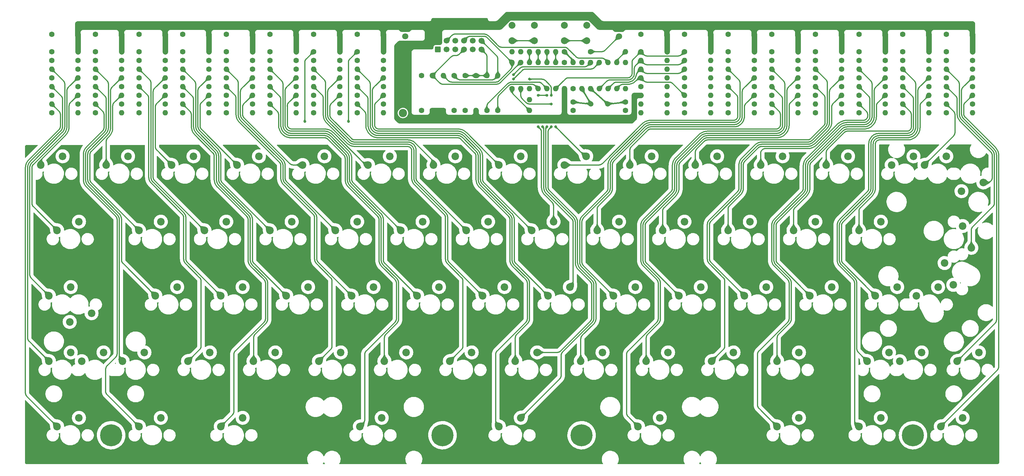
<source format=gtl>
G04 #@! TF.GenerationSoftware,KiCad,Pcbnew,6.0.0*
G04 #@! TF.CreationDate,2022-01-19T14:54:02+13:00*
G04 #@! TF.ProjectId,segment_60_PCB,7365676d-656e-4745-9f36-305f5043422e,1.0.0*
G04 #@! TF.SameCoordinates,Original*
G04 #@! TF.FileFunction,Copper,L1,Top*
G04 #@! TF.FilePolarity,Positive*
%FSLAX46Y46*%
G04 Gerber Fmt 4.6, Leading zero omitted, Abs format (unit mm)*
G04 Created by KiCad (PCBNEW 6.0.0) date 2022-01-19 14:54:02*
%MOMM*%
%LPD*%
G01*
G04 APERTURE LIST*
G04 Aperture macros list*
%AMRoundRect*
0 Rectangle with rounded corners*
0 $1 Rounding radius*
0 $2 $3 $4 $5 $6 $7 $8 $9 X,Y pos of 4 corners*
0 Add a 4 corners polygon primitive as box body*
4,1,4,$2,$3,$4,$5,$6,$7,$8,$9,$2,$3,0*
0 Add four circle primitives for the rounded corners*
1,1,$1+$1,$2,$3*
1,1,$1+$1,$4,$5*
1,1,$1+$1,$6,$7*
1,1,$1+$1,$8,$9*
0 Add four rect primitives between the rounded corners*
20,1,$1+$1,$2,$3,$4,$5,0*
20,1,$1+$1,$4,$5,$6,$7,0*
20,1,$1+$1,$6,$7,$8,$9,0*
20,1,$1+$1,$8,$9,$2,$3,0*%
%AMHorizOval*
0 Thick line with rounded ends*
0 $1 width*
0 $2 $3 position (X,Y) of the first rounded end (center of the circle)*
0 $4 $5 position (X,Y) of the second rounded end (center of the circle)*
0 Add line between two ends*
20,1,$1,$2,$3,$4,$5,0*
0 Add two circle primitives to create the rounded ends*
1,1,$1,$2,$3*
1,1,$1,$4,$5*%
G04 Aperture macros list end*
G04 #@! TA.AperFunction,ComponentPad*
%ADD10C,2.200000*%
G04 #@! TD*
G04 #@! TA.AperFunction,ComponentPad*
%ADD11RoundRect,0.249900X0.600100X-0.600100X0.600100X0.600100X-0.600100X0.600100X-0.600100X-0.600100X0*%
G04 #@! TD*
G04 #@! TA.AperFunction,ComponentPad*
%ADD12C,1.700000*%
G04 #@! TD*
G04 #@! TA.AperFunction,ComponentPad*
%ADD13C,2.400000*%
G04 #@! TD*
G04 #@! TA.AperFunction,ComponentPad*
%ADD14HorizOval,2.400000X0.000000X0.000000X0.000000X0.000000X0*%
G04 #@! TD*
G04 #@! TA.AperFunction,ComponentPad*
%ADD15C,1.600000*%
G04 #@! TD*
G04 #@! TA.AperFunction,ComponentPad*
%ADD16O,1.600000X1.600000*%
G04 #@! TD*
G04 #@! TA.AperFunction,ComponentPad*
%ADD17HorizOval,1.600000X0.000000X0.000000X0.000000X0.000000X0*%
G04 #@! TD*
G04 #@! TA.AperFunction,ComponentPad*
%ADD18HorizOval,1.600000X0.000000X0.000000X0.000000X0.000000X0*%
G04 #@! TD*
G04 #@! TA.AperFunction,ComponentPad*
%ADD19HorizOval,1.600000X0.000000X0.000000X0.000000X0.000000X0*%
G04 #@! TD*
G04 #@! TA.AperFunction,ComponentPad*
%ADD20HorizOval,1.600000X0.000000X0.000000X0.000000X0.000000X0*%
G04 #@! TD*
G04 #@! TA.AperFunction,ComponentPad*
%ADD21C,2.000000*%
G04 #@! TD*
G04 #@! TA.AperFunction,ComponentPad*
%ADD22C,1.500000*%
G04 #@! TD*
G04 #@! TA.AperFunction,ComponentPad*
%ADD23C,1.800000*%
G04 #@! TD*
G04 #@! TA.AperFunction,ComponentPad*
%ADD24C,6.400000*%
G04 #@! TD*
G04 #@! TA.AperFunction,ViaPad*
%ADD25C,0.800000*%
G04 #@! TD*
G04 #@! TA.AperFunction,Conductor*
%ADD26C,1.600000*%
G04 #@! TD*
G04 #@! TA.AperFunction,Conductor*
%ADD27C,0.450000*%
G04 #@! TD*
G04 #@! TA.AperFunction,Conductor*
%ADD28C,0.300000*%
G04 #@! TD*
G04 #@! TA.AperFunction,Conductor*
%ADD29C,0.313000*%
G04 #@! TD*
G04 APERTURE END LIST*
D10*
X348615000Y-191135000D03*
X354965000Y-188595000D03*
X110490000Y-153035000D03*
X116840000Y-150495000D03*
X336708750Y-172085000D03*
X324802500Y-172085000D03*
X343058750Y-169545000D03*
X331152500Y-169545000D03*
X210502500Y-172085000D03*
X216852500Y-169545000D03*
X267652500Y-172085000D03*
X274002500Y-169545000D03*
X205740000Y-153035000D03*
X212090000Y-150495000D03*
X139065000Y-133985000D03*
X145415000Y-131445000D03*
X105727500Y-191135000D03*
X112077500Y-188595000D03*
X255746250Y-210185000D03*
X262096250Y-207645000D03*
X281940000Y-153035000D03*
X288290000Y-150495000D03*
X120015000Y-133985000D03*
X126365000Y-131445000D03*
X172402500Y-172085000D03*
X178752500Y-169545000D03*
X181927500Y-191135000D03*
X188277500Y-188595000D03*
X343852500Y-210185000D03*
X350202500Y-207645000D03*
X162877500Y-191135000D03*
X169227500Y-188595000D03*
X322421250Y-191135000D03*
X331946250Y-191135000D03*
X328771250Y-188595000D03*
X338296250Y-188595000D03*
X110490000Y-210185000D03*
X116840000Y-207645000D03*
X296227500Y-191135000D03*
X302577500Y-188595000D03*
X320040000Y-210185000D03*
X326390000Y-207645000D03*
X134302500Y-210185000D03*
X140652500Y-207645000D03*
X86677500Y-153035000D03*
X93027500Y-150495000D03*
X286702500Y-172085000D03*
X293052500Y-169545000D03*
X239077500Y-191135000D03*
X245427500Y-188595000D03*
X272415000Y-133985000D03*
X278765000Y-131445000D03*
X215265000Y-133985000D03*
X221615000Y-131445000D03*
X224790000Y-153035000D03*
X231140000Y-150495000D03*
X277177500Y-191135000D03*
X283527500Y-188595000D03*
X320040000Y-153035000D03*
X326390000Y-150495000D03*
X296227500Y-210185000D03*
X302577500Y-207645000D03*
X115252500Y-172085000D03*
X121602500Y-169545000D03*
X153352500Y-172085000D03*
X159702500Y-169545000D03*
X158115000Y-133985000D03*
X164465000Y-131445000D03*
X305752500Y-172085000D03*
X312102500Y-169545000D03*
X253365000Y-133985000D03*
X259715000Y-131445000D03*
X167640000Y-153035000D03*
X173990000Y-150495000D03*
X200977500Y-191135000D03*
X207327500Y-188595000D03*
X258127500Y-191135000D03*
X264477500Y-188595000D03*
X100965000Y-133985000D03*
X107315000Y-131445000D03*
X134302500Y-172085000D03*
X140652500Y-169545000D03*
X248602500Y-172085000D03*
X254952500Y-169545000D03*
X124777500Y-191135000D03*
X131127500Y-188595000D03*
X243840000Y-153035000D03*
X250190000Y-150495000D03*
X262890000Y-153035000D03*
X269240000Y-150495000D03*
X148590000Y-153035000D03*
X154940000Y-150495000D03*
X186690000Y-153035000D03*
X193040000Y-150495000D03*
X129540000Y-153035000D03*
X135890000Y-150495000D03*
X177165000Y-133985000D03*
X183515000Y-131445000D03*
X196215000Y-133985000D03*
X202565000Y-131445000D03*
X93821250Y-191135000D03*
X84296250Y-191135000D03*
X100171250Y-188595000D03*
X90646250Y-188595000D03*
X191452500Y-172085000D03*
X197802500Y-169545000D03*
X220027500Y-191135000D03*
X226377500Y-188595000D03*
X234315000Y-133985000D03*
X240665000Y-131445000D03*
X229552500Y-172085000D03*
X235902500Y-169545000D03*
X143827500Y-191135000D03*
X150177500Y-188595000D03*
X174783750Y-210185000D03*
X181133750Y-207645000D03*
X291465000Y-133985000D03*
X297815000Y-131445000D03*
X300990000Y-153035000D03*
X307340000Y-150495000D03*
D11*
X197485000Y-100330000D03*
D12*
X197485000Y-97790000D03*
X200025000Y-100330000D03*
X200025000Y-97790000D03*
X202565000Y-100330000D03*
X202565000Y-97790000D03*
X205105000Y-100330000D03*
X205105000Y-97790000D03*
X207645000Y-100330000D03*
X207645000Y-97790000D03*
X210185000Y-100330000D03*
X210185000Y-97790000D03*
D13*
X187325000Y-100840000D03*
D14*
X187325000Y-118840000D03*
D15*
X199072500Y-118110000D03*
D16*
X199072500Y-107950000D03*
D15*
X205422500Y-107950000D03*
D17*
X205422500Y-118110000D03*
D15*
X192722500Y-107950000D03*
D17*
X192722500Y-118110000D03*
D15*
X85090000Y-95885000D03*
D16*
X92710000Y-95885000D03*
D15*
X97790000Y-95885000D03*
D16*
X105410000Y-95885000D03*
D15*
X195897500Y-118110000D03*
D16*
X195897500Y-107950000D03*
D15*
X219075000Y-111760000D03*
D16*
X221615000Y-111760000D03*
X224155000Y-111760000D03*
X226695000Y-111760000D03*
X229235000Y-111760000D03*
X231775000Y-111760000D03*
X234315000Y-111760000D03*
D18*
X236855000Y-111760000D03*
D16*
X239395000Y-111760000D03*
X241935000Y-111760000D03*
X244475000Y-111760000D03*
X247015000Y-111760000D03*
X249555000Y-111760000D03*
X252095000Y-111760000D03*
X252095000Y-104140000D03*
X249555000Y-104140000D03*
X247015000Y-104140000D03*
X244475000Y-104140000D03*
X241935000Y-104140000D03*
X239395000Y-104140000D03*
X236855000Y-104140000D03*
D18*
X234315000Y-104140000D03*
D16*
X231775000Y-104140000D03*
X229235000Y-104140000D03*
X226695000Y-104140000D03*
X224155000Y-104140000D03*
X221615000Y-104140000D03*
X219075000Y-104140000D03*
D15*
X202247500Y-107950000D03*
D17*
X202247500Y-118110000D03*
D15*
X276860000Y-95885000D03*
D19*
X269240000Y-95885000D03*
D15*
X135890000Y-100965000D03*
D20*
X135890000Y-103505000D03*
D16*
X135890000Y-106045000D03*
D20*
X135890000Y-108585000D03*
D16*
X135890000Y-111125000D03*
D20*
X135890000Y-113665000D03*
D16*
X135890000Y-116205000D03*
D20*
X135890000Y-118745000D03*
D16*
X143510000Y-118745000D03*
D20*
X143510000Y-116205000D03*
D16*
X143510000Y-113665000D03*
D20*
X143510000Y-111125000D03*
D16*
X143510000Y-108585000D03*
D20*
X143510000Y-106045000D03*
X143510000Y-103505000D03*
D16*
X143510000Y-100965000D03*
D15*
X332740000Y-95885000D03*
D16*
X340360000Y-95885000D03*
D15*
X307340000Y-95885000D03*
D16*
X314960000Y-95885000D03*
D21*
X225575000Y-93290000D03*
X219075000Y-93290000D03*
X219075000Y-97790000D03*
X225575000Y-97790000D03*
D15*
X345440000Y-95885000D03*
D16*
X353060000Y-95885000D03*
D15*
X236855000Y-118110000D03*
X236855000Y-115610000D03*
X161290000Y-100965000D03*
D20*
X161290000Y-103505000D03*
D16*
X161290000Y-106045000D03*
D20*
X161290000Y-108585000D03*
D16*
X161290000Y-111125000D03*
D20*
X161290000Y-113665000D03*
D16*
X161290000Y-116205000D03*
D20*
X161290000Y-118745000D03*
D16*
X168910000Y-118745000D03*
D20*
X168910000Y-116205000D03*
D16*
X168910000Y-113665000D03*
D20*
X168910000Y-111125000D03*
D16*
X168910000Y-108585000D03*
D20*
X168910000Y-106045000D03*
X168910000Y-103505000D03*
D16*
X168910000Y-100965000D03*
D15*
X345440000Y-100965000D03*
D20*
X345440000Y-103505000D03*
D16*
X345440000Y-106045000D03*
D20*
X345440000Y-108585000D03*
D16*
X345440000Y-111125000D03*
D20*
X345440000Y-113665000D03*
D16*
X345440000Y-116205000D03*
D20*
X345440000Y-118745000D03*
D16*
X353060000Y-118745000D03*
D20*
X353060000Y-116205000D03*
D16*
X353060000Y-113665000D03*
D20*
X353060000Y-111125000D03*
D16*
X353060000Y-108585000D03*
D20*
X353060000Y-106045000D03*
X353060000Y-103505000D03*
D16*
X353060000Y-100965000D03*
D15*
X148590000Y-100965000D03*
D20*
X148590000Y-103505000D03*
D16*
X148590000Y-106045000D03*
D20*
X148590000Y-108585000D03*
D16*
X148590000Y-111125000D03*
D20*
X148590000Y-113665000D03*
D16*
X148590000Y-116205000D03*
D20*
X148590000Y-118745000D03*
D16*
X156210000Y-118745000D03*
D20*
X156210000Y-116205000D03*
D16*
X156210000Y-113665000D03*
D20*
X156210000Y-111125000D03*
D16*
X156210000Y-108585000D03*
D20*
X156210000Y-106045000D03*
X156210000Y-103505000D03*
D16*
X156210000Y-100965000D03*
D15*
X234315000Y-114935000D03*
D16*
X224155000Y-114935000D03*
D15*
X252095000Y-115610000D03*
X252095000Y-118110000D03*
X97790000Y-100965000D03*
D20*
X97790000Y-103505000D03*
D16*
X97790000Y-106045000D03*
D20*
X97790000Y-108585000D03*
D16*
X97790000Y-111125000D03*
D20*
X97790000Y-113665000D03*
D16*
X97790000Y-116205000D03*
D20*
X97790000Y-118745000D03*
D16*
X105410000Y-118745000D03*
D20*
X105410000Y-116205000D03*
D16*
X105410000Y-113665000D03*
D20*
X105410000Y-111125000D03*
D16*
X105410000Y-108585000D03*
D20*
X105410000Y-106045000D03*
X105410000Y-103505000D03*
D16*
X105410000Y-100965000D03*
D15*
X307340000Y-100965000D03*
D20*
X307340000Y-103505000D03*
D16*
X307340000Y-106045000D03*
D20*
X307340000Y-108585000D03*
D16*
X307340000Y-111125000D03*
D20*
X307340000Y-113665000D03*
D16*
X307340000Y-116205000D03*
D20*
X307340000Y-118745000D03*
D16*
X314960000Y-118745000D03*
D20*
X314960000Y-116205000D03*
D16*
X314960000Y-113665000D03*
D20*
X314960000Y-111125000D03*
D16*
X314960000Y-108585000D03*
D20*
X314960000Y-106045000D03*
X314960000Y-103505000D03*
D16*
X314960000Y-100965000D03*
D15*
X320040000Y-100965000D03*
D20*
X320040000Y-103505000D03*
D16*
X320040000Y-106045000D03*
D20*
X320040000Y-108585000D03*
D16*
X320040000Y-111125000D03*
D20*
X320040000Y-113665000D03*
D16*
X320040000Y-116205000D03*
D20*
X320040000Y-118745000D03*
D16*
X327660000Y-118745000D03*
D20*
X327660000Y-116205000D03*
D16*
X327660000Y-113665000D03*
D20*
X327660000Y-111125000D03*
D16*
X327660000Y-108585000D03*
D20*
X327660000Y-106045000D03*
X327660000Y-103505000D03*
D16*
X327660000Y-100965000D03*
D15*
X110490000Y-95885000D03*
D16*
X118110000Y-95885000D03*
D15*
X281940000Y-95885000D03*
D16*
X289560000Y-95885000D03*
D15*
X256540000Y-100965000D03*
D16*
X256540000Y-103505000D03*
X256540000Y-106045000D03*
X256540000Y-108585000D03*
D20*
X256540000Y-111125000D03*
D16*
X256540000Y-113665000D03*
X256540000Y-116205000D03*
X256540000Y-118745000D03*
X264160000Y-118745000D03*
X264160000Y-116205000D03*
X264160000Y-113665000D03*
X264160000Y-111125000D03*
X264160000Y-108585000D03*
X264160000Y-106045000D03*
X264160000Y-103505000D03*
X264160000Y-100965000D03*
D15*
X214947500Y-118110000D03*
D16*
X214947500Y-107950000D03*
D15*
X264160000Y-95885000D03*
D19*
X256540000Y-95885000D03*
D15*
X211772500Y-118110000D03*
D16*
X211772500Y-107950000D03*
D22*
X242024999Y-116205000D03*
X246904999Y-116205000D03*
D15*
X123190000Y-100965000D03*
D20*
X123190000Y-103505000D03*
D16*
X123190000Y-106045000D03*
D20*
X123190000Y-108585000D03*
D16*
X123190000Y-111125000D03*
D20*
X123190000Y-113665000D03*
D16*
X123190000Y-116205000D03*
D20*
X123190000Y-118745000D03*
D16*
X130810000Y-118745000D03*
D20*
X130810000Y-116205000D03*
D16*
X130810000Y-113665000D03*
D20*
X130810000Y-111125000D03*
D16*
X130810000Y-108585000D03*
D20*
X130810000Y-106045000D03*
X130810000Y-103505000D03*
D16*
X130810000Y-100965000D03*
D15*
X294640000Y-95885000D03*
D16*
X302260000Y-95885000D03*
D15*
X320040000Y-95885000D03*
D16*
X327660000Y-95885000D03*
D23*
X250190000Y-96520000D03*
X250190000Y-93980000D03*
D15*
X332740000Y-100965000D03*
D20*
X332740000Y-103505000D03*
D16*
X332740000Y-106045000D03*
D20*
X332740000Y-108585000D03*
D16*
X332740000Y-111125000D03*
D20*
X332740000Y-113665000D03*
D16*
X332740000Y-116205000D03*
D20*
X332740000Y-118745000D03*
D16*
X340360000Y-118745000D03*
D20*
X340360000Y-116205000D03*
D16*
X340360000Y-113665000D03*
D20*
X340360000Y-111125000D03*
D16*
X340360000Y-108585000D03*
D20*
X340360000Y-106045000D03*
X340360000Y-103505000D03*
D16*
X340360000Y-100965000D03*
D15*
X161290000Y-95885000D03*
D16*
X168910000Y-95885000D03*
D15*
X110490000Y-100965000D03*
D20*
X110490000Y-103505000D03*
D16*
X110490000Y-106045000D03*
D20*
X110490000Y-108585000D03*
D16*
X110490000Y-111125000D03*
D20*
X110490000Y-113665000D03*
D16*
X110490000Y-116205000D03*
D20*
X110490000Y-118745000D03*
D16*
X118110000Y-118745000D03*
D20*
X118110000Y-116205000D03*
D16*
X118110000Y-113665000D03*
D20*
X118110000Y-111125000D03*
D16*
X118110000Y-108585000D03*
D20*
X118110000Y-106045000D03*
X118110000Y-103505000D03*
D16*
X118110000Y-100965000D03*
D15*
X234315000Y-118110000D03*
D16*
X224155000Y-118110000D03*
D15*
X123190000Y-95885000D03*
D16*
X130810000Y-95885000D03*
D15*
X173990000Y-100965000D03*
D20*
X173990000Y-103505000D03*
D16*
X173990000Y-106045000D03*
D20*
X173990000Y-108585000D03*
D16*
X173990000Y-111125000D03*
D20*
X173990000Y-113665000D03*
D16*
X173990000Y-116205000D03*
D20*
X173990000Y-118745000D03*
D16*
X181610000Y-118745000D03*
D20*
X181610000Y-116205000D03*
D16*
X181610000Y-113665000D03*
D20*
X181610000Y-111125000D03*
D16*
X181610000Y-108585000D03*
D20*
X181610000Y-106045000D03*
X181610000Y-103505000D03*
D16*
X181610000Y-100965000D03*
D15*
X294640000Y-100965000D03*
D20*
X294640000Y-103505000D03*
D16*
X294640000Y-106045000D03*
D20*
X294640000Y-108585000D03*
D16*
X294640000Y-111125000D03*
D20*
X294640000Y-113665000D03*
D16*
X294640000Y-116205000D03*
D20*
X294640000Y-118745000D03*
D16*
X302260000Y-118745000D03*
D20*
X302260000Y-116205000D03*
D16*
X302260000Y-113665000D03*
D20*
X302260000Y-111125000D03*
D16*
X302260000Y-108585000D03*
D20*
X302260000Y-106045000D03*
X302260000Y-103505000D03*
D16*
X302260000Y-100965000D03*
D15*
X135890000Y-95885000D03*
D16*
X143510000Y-95885000D03*
D21*
X234315000Y-93290000D03*
X240815000Y-93290000D03*
X234315000Y-97790000D03*
X240815000Y-97790000D03*
D15*
X241935000Y-100965000D03*
D16*
X252095000Y-100965000D03*
D15*
X281940000Y-100965000D03*
D20*
X281940000Y-103505000D03*
D16*
X281940000Y-106045000D03*
D20*
X281940000Y-108585000D03*
D16*
X281940000Y-111125000D03*
D20*
X281940000Y-113665000D03*
D16*
X281940000Y-116205000D03*
D20*
X281940000Y-118745000D03*
D16*
X289560000Y-118745000D03*
D20*
X289560000Y-116205000D03*
D16*
X289560000Y-113665000D03*
D20*
X289560000Y-111125000D03*
D16*
X289560000Y-108585000D03*
D20*
X289560000Y-106045000D03*
X289560000Y-103505000D03*
D16*
X289560000Y-100965000D03*
D15*
X85090000Y-100965000D03*
D20*
X85090000Y-103505000D03*
D16*
X85090000Y-106045000D03*
D20*
X85090000Y-108585000D03*
D16*
X85090000Y-111125000D03*
D20*
X85090000Y-113665000D03*
D16*
X85090000Y-116205000D03*
D20*
X85090000Y-118745000D03*
D16*
X92710000Y-118745000D03*
D20*
X92710000Y-116205000D03*
D16*
X92710000Y-113665000D03*
D20*
X92710000Y-111125000D03*
D16*
X92710000Y-108585000D03*
D20*
X92710000Y-106045000D03*
X92710000Y-103505000D03*
D16*
X92710000Y-100965000D03*
D15*
X148590000Y-95885000D03*
D16*
X156210000Y-95885000D03*
D24*
X198834375Y-212725000D03*
X335756250Y-212725000D03*
D15*
X173990000Y-95885000D03*
D16*
X181610000Y-95885000D03*
D15*
X234315000Y-100965000D03*
D16*
X231775000Y-100965000D03*
X229235000Y-100965000D03*
X226695000Y-100965000D03*
X224155000Y-100965000D03*
X221615000Y-100965000D03*
X219075000Y-100965000D03*
D15*
X208597500Y-107950000D03*
D16*
X208597500Y-118110000D03*
D15*
X269240000Y-100965000D03*
D16*
X269240000Y-103505000D03*
X269240000Y-106045000D03*
D20*
X269240000Y-108585000D03*
X269240000Y-111125000D03*
D16*
X269240000Y-113665000D03*
X269240000Y-116205000D03*
D20*
X269240000Y-118745000D03*
D16*
X276860000Y-118745000D03*
X276860000Y-116205000D03*
X276860000Y-113665000D03*
X276860000Y-111125000D03*
X276860000Y-108585000D03*
X276860000Y-106045000D03*
X276860000Y-103505000D03*
X276860000Y-100965000D03*
D23*
X187960000Y-96520000D03*
X187960000Y-93980000D03*
D10*
X81915000Y-133985000D03*
X88265000Y-131445000D03*
X310515000Y-133985000D03*
X316865000Y-131445000D03*
D24*
X102393750Y-212725000D03*
D10*
X356235000Y-139065000D03*
X349885000Y-141605000D03*
X90328750Y-179705000D03*
X84296250Y-172085000D03*
X96678750Y-177165000D03*
X90646250Y-169545000D03*
X347503750Y-168910000D03*
X352742500Y-158115000D03*
X344963750Y-162560000D03*
X350202500Y-151765000D03*
X215265000Y-210185000D03*
X221615000Y-207645000D03*
D24*
X239315625Y-212725000D03*
D10*
X86677500Y-210185000D03*
X93027500Y-207645000D03*
X329565000Y-133985000D03*
X339090000Y-133985000D03*
X335915000Y-131445000D03*
X345440000Y-131445000D03*
D25*
X219475999Y-108994989D03*
X219475999Y-107696000D03*
X231775000Y-122872500D03*
X226695000Y-113665000D03*
X229235000Y-113665000D03*
X226695000Y-122872500D03*
X227965000Y-122872500D03*
X230505000Y-113665000D03*
X229235000Y-122872500D03*
X224155000Y-108994989D03*
X230505000Y-122872500D03*
X230505000Y-116205000D03*
X158750000Y-121285000D03*
X171450000Y-121285000D03*
D26*
X353060000Y-100965000D02*
X353060000Y-95885000D01*
X256540000Y-113665000D02*
X254635000Y-113665000D01*
X254635000Y-115278758D02*
X254626999Y-115286759D01*
X276860000Y-100965000D02*
X276860000Y-95885000D01*
X130810000Y-100965000D02*
X130810000Y-95885000D01*
X105410000Y-100965000D02*
X105410000Y-95885000D01*
X208597500Y-118110000D02*
X208597500Y-119697500D01*
X302260000Y-100965000D02*
X302260000Y-95885000D01*
X264160000Y-100965000D02*
X264160000Y-95885000D01*
X143510000Y-100965000D02*
X143510000Y-95885000D01*
X314960000Y-100965000D02*
X314960000Y-95885000D01*
D27*
X236855000Y-103505000D02*
X236855000Y-104140000D01*
D26*
X118110000Y-100965000D02*
X118110000Y-95885000D01*
X289560000Y-100965000D02*
X289560000Y-95885000D01*
D27*
X234315000Y-100965000D02*
X236855000Y-103505000D01*
D26*
X168910000Y-100965000D02*
X168910000Y-95885000D01*
X92710000Y-100965000D02*
X92710000Y-95885000D01*
X156210000Y-100965000D02*
X156210000Y-95885000D01*
X327660000Y-100965000D02*
X327660000Y-95885000D01*
X234315000Y-118110000D02*
X234315000Y-114935000D01*
X181610000Y-100965000D02*
X181610000Y-95885000D01*
X340360000Y-100965000D02*
X340360000Y-95885000D01*
X254635000Y-113665000D02*
X254635000Y-115278758D01*
X254626999Y-115286759D02*
X254626999Y-119380000D01*
X234315000Y-114935000D02*
X234315000Y-111760000D01*
D27*
X242024999Y-116205000D02*
X239395000Y-111760000D01*
X242024999Y-116205000D02*
X236855000Y-115610000D01*
X246904999Y-116205000D02*
X252095000Y-115610000D01*
X246904999Y-116205000D02*
X241935000Y-111760000D01*
D28*
X252095000Y-100965000D02*
X249555000Y-103505000D01*
X249555000Y-103505000D02*
X249555000Y-104140000D01*
X245145000Y-100965000D02*
X245216075Y-100963254D01*
X245565485Y-100902626D02*
X245632994Y-100880324D01*
X245949759Y-100720878D02*
X246007887Y-100679939D01*
X246169264Y-100540735D02*
X250190000Y-96520000D01*
X245427593Y-100937166D02*
X245496963Y-100921588D01*
X246007887Y-100679939D02*
X246063936Y-100636198D01*
X245145000Y-100965000D02*
X241935000Y-100965000D01*
X245216075Y-100963254D02*
X245286980Y-100958024D01*
X245286980Y-100958024D02*
X245357543Y-100949321D01*
X246117771Y-100589759D02*
X246169264Y-100540735D01*
X245632994Y-100880324D02*
X245699327Y-100854736D01*
X245827831Y-100793958D02*
X245889692Y-100758915D01*
X245889692Y-100758915D02*
X245949759Y-100720878D01*
X245357543Y-100949321D02*
X245427593Y-100937166D01*
X246063936Y-100636198D02*
X246117771Y-100589759D01*
X245764325Y-100825925D02*
X245827831Y-100793958D01*
X245496963Y-100921588D02*
X245565485Y-100902626D01*
X245699327Y-100854736D02*
X245764325Y-100825925D01*
D29*
X222172588Y-106320570D02*
X222230717Y-106279631D01*
X222547482Y-106120185D02*
X222614991Y-106097883D01*
X222352644Y-106206551D02*
X222416150Y-106174584D01*
X222964401Y-106037255D02*
X223035477Y-106035511D01*
X222011212Y-106459775D02*
X219475999Y-108994989D01*
X222893496Y-106042485D02*
X222964401Y-106037255D01*
X243003753Y-105611246D02*
X242952260Y-105660270D01*
X242331452Y-105992099D02*
X242262082Y-106007677D01*
X223035477Y-106035511D02*
X241979489Y-106035511D01*
X242952260Y-105660270D02*
X242898425Y-105706709D01*
X222481148Y-106145773D02*
X222547482Y-106120185D01*
X222614991Y-106097883D02*
X222683513Y-106078921D01*
X242898425Y-105706709D02*
X242842376Y-105750450D01*
X242598814Y-105896435D02*
X242533816Y-105925247D01*
X222062703Y-106410750D02*
X222116539Y-106364311D01*
X222290783Y-106241594D02*
X222352644Y-106206551D01*
X222416150Y-106174584D02*
X222481148Y-106145773D01*
X242724181Y-105829425D02*
X242662320Y-105864469D01*
X242050564Y-106033765D02*
X241979489Y-106035511D01*
X242662320Y-105864469D02*
X242598814Y-105896435D01*
X242784247Y-105791389D02*
X242724181Y-105829425D01*
X222011212Y-106459775D02*
X222062703Y-106410750D01*
X222683513Y-106078921D02*
X222752882Y-106063343D01*
X242399974Y-105973137D02*
X242331452Y-105992099D01*
X242533816Y-105925247D02*
X242467483Y-105950835D01*
X242121469Y-106028535D02*
X242050564Y-106033765D01*
X243003753Y-105611246D02*
X244475000Y-104140000D01*
X242192032Y-106019832D02*
X242121469Y-106028535D01*
X242262082Y-106007677D02*
X242192032Y-106019832D01*
X222752882Y-106063343D02*
X222822933Y-106051188D01*
X242467483Y-105950835D02*
X242399974Y-105973137D01*
X222230717Y-106279631D02*
X222290783Y-106241594D01*
X222822933Y-106051188D02*
X222893496Y-106042485D01*
X222116539Y-106364311D02*
X222172588Y-106320570D01*
X242842376Y-105750450D02*
X242784247Y-105791389D01*
X240207479Y-105402525D02*
X240136574Y-105407755D01*
X221499609Y-105694560D02*
X221557738Y-105653621D01*
X221617804Y-105615584D02*
X221679665Y-105580541D01*
X240984435Y-105080699D02*
X240928386Y-105124440D01*
X221679665Y-105580541D02*
X221743171Y-105548574D01*
X240485984Y-105347127D02*
X240417462Y-105366089D01*
X222149954Y-105425178D02*
X222220517Y-105416475D01*
X221743171Y-105548574D02*
X221808169Y-105519763D01*
X221338233Y-105833765D02*
X219475999Y-107696000D01*
X240278042Y-105393822D02*
X240207479Y-105402525D01*
X240348092Y-105381667D02*
X240278042Y-105393822D01*
X221443560Y-105738301D02*
X221499609Y-105694560D01*
X240553493Y-105324825D02*
X240485984Y-105347127D01*
X221808169Y-105519763D02*
X221874503Y-105494175D01*
X241089763Y-104985236D02*
X241038270Y-105034260D01*
X240417462Y-105366089D02*
X240348092Y-105381667D01*
X241089763Y-104985236D02*
X241935000Y-104140000D01*
X222220517Y-105416475D02*
X222291422Y-105411245D01*
X222079903Y-105437333D02*
X222149954Y-105425178D01*
X240748330Y-105238459D02*
X240684824Y-105270425D01*
X221389724Y-105784740D02*
X221443560Y-105738301D01*
X240870257Y-105165379D02*
X240810191Y-105203415D01*
X222010534Y-105452911D02*
X222079903Y-105437333D01*
X240136574Y-105407755D02*
X240065499Y-105409501D01*
X240684824Y-105270425D02*
X240619826Y-105299237D01*
X222362498Y-105409501D02*
X240065499Y-105409501D01*
X241038270Y-105034260D02*
X240984435Y-105080699D01*
X240810191Y-105203415D02*
X240748330Y-105238459D01*
X221557738Y-105653621D02*
X221617804Y-105615584D01*
X221338233Y-105833765D02*
X221389724Y-105784740D01*
X240928386Y-105124440D02*
X240870257Y-105165379D01*
X221874503Y-105494175D02*
X221942012Y-105471873D01*
X240619826Y-105299237D02*
X240553493Y-105324825D01*
X222291422Y-105411245D02*
X222362498Y-105409501D01*
X221942012Y-105471873D02*
X222010534Y-105452911D01*
X201597737Y-96219728D02*
X201651573Y-96173289D01*
X238278375Y-102807626D02*
X238210866Y-102785324D01*
X202150025Y-95906861D02*
X202218547Y-95887899D01*
X238210866Y-102785324D02*
X238144533Y-102759737D01*
X245357543Y-102885677D02*
X245286980Y-102876974D01*
X234811856Y-99779675D02*
X234744347Y-99757373D01*
X237954168Y-102663915D02*
X237894101Y-102625878D01*
X245632994Y-102954674D02*
X245565485Y-102932372D01*
X216044235Y-99693255D02*
X215973330Y-99688024D01*
X211600097Y-96000693D02*
X211506125Y-95964444D01*
X245286980Y-102876974D02*
X245216075Y-102871743D01*
X201546246Y-96268753D02*
X200025000Y-97790000D01*
X211692177Y-96041510D02*
X211600097Y-96000693D01*
X245427593Y-102897832D02*
X245357543Y-102885677D01*
X216115311Y-99695000D02*
X216044235Y-99693255D01*
X212116626Y-96310289D02*
X212037222Y-96248322D01*
X201707622Y-96129548D02*
X201765751Y-96088609D01*
X245565485Y-102932372D02*
X245496963Y-102913409D01*
X238079535Y-102730925D02*
X238016029Y-102698959D01*
X201887678Y-96015529D02*
X201951184Y-95983562D01*
X215091046Y-99270735D02*
X212265840Y-96445529D01*
X234606455Y-99722833D02*
X234536405Y-99710678D01*
X246007887Y-103155058D02*
X245949759Y-103114120D01*
X211410487Y-95932850D02*
X211313414Y-95905986D01*
X246169264Y-103294264D02*
X246117772Y-103245238D01*
X211115902Y-95866699D02*
X211015939Y-95854369D01*
X245699328Y-102980261D02*
X245632994Y-102954674D01*
X245145000Y-102870000D02*
X238698862Y-102870000D01*
X245216075Y-102871743D02*
X245145000Y-102870000D01*
X234943187Y-99834074D02*
X234878189Y-99805262D01*
X215142537Y-99319759D02*
X215091046Y-99270735D01*
X202357967Y-95860166D02*
X202428530Y-95851463D01*
X237835973Y-102584940D02*
X237779924Y-102541198D01*
X215370617Y-99488915D02*
X215310550Y-99450878D01*
X235006693Y-99866040D02*
X234943187Y-99834074D01*
X235128621Y-99939120D02*
X235068554Y-99901084D01*
X215560982Y-99584737D02*
X215495984Y-99555925D01*
X215973330Y-99688024D02*
X215902767Y-99679321D01*
X245764325Y-103009073D02*
X245699328Y-102980261D01*
X238016029Y-102698959D02*
X237954168Y-102663915D01*
X202428530Y-95851463D02*
X202499435Y-95846233D01*
X212037222Y-96248322D02*
X211954874Y-96190326D01*
X238416267Y-102842166D02*
X238346897Y-102826589D01*
X201546246Y-96268753D02*
X201597737Y-96219728D01*
X245827831Y-103041039D02*
X245764325Y-103009073D01*
X237779924Y-102541198D02*
X237726088Y-102494759D01*
X211954874Y-96190326D02*
X211869780Y-96136440D01*
X201825817Y-96050572D02*
X201887678Y-96015529D01*
X234675825Y-99738410D02*
X234606455Y-99722833D01*
X234878189Y-99805262D02*
X234811856Y-99779675D01*
X211015939Y-95854369D02*
X210915490Y-95846960D01*
X211215141Y-95883918D02*
X211115902Y-95866699D01*
X215832716Y-99667166D02*
X215763346Y-99651589D01*
X234536405Y-99710678D02*
X234465842Y-99701975D01*
X246169264Y-103294264D02*
X247015000Y-104140000D01*
X202218547Y-95887899D02*
X202287916Y-95872321D01*
X202082516Y-95929163D02*
X202150025Y-95906861D01*
X234744347Y-99757373D02*
X234675825Y-99738410D01*
X245889692Y-103076083D02*
X245827831Y-103041039D01*
X238486318Y-102854321D02*
X238416267Y-102842166D01*
X238346897Y-102826589D02*
X238278375Y-102807626D01*
X211313414Y-95905986D02*
X211215141Y-95883918D01*
X215310550Y-99450878D02*
X215252422Y-99409940D01*
X215196373Y-99366198D02*
X215142537Y-99319759D01*
X211506125Y-95964444D02*
X211410487Y-95932850D01*
X234465842Y-99701975D02*
X234394937Y-99696744D01*
X215627315Y-99610324D02*
X215560982Y-99584737D01*
X234323862Y-99695000D02*
X216115311Y-99695000D01*
X201765751Y-96088609D02*
X201825817Y-96050572D01*
X235186749Y-99980059D02*
X235128621Y-99939120D01*
X211869780Y-96136440D02*
X211782144Y-96086795D01*
X237726088Y-102494759D02*
X237674597Y-102445735D01*
X235242798Y-100023800D02*
X235186749Y-99980059D01*
X246063936Y-103198800D02*
X246007887Y-103155058D01*
X212192893Y-96376077D02*
X212116626Y-96310289D01*
X245496963Y-102913409D02*
X245427593Y-102897832D01*
X246117772Y-103245238D02*
X246063936Y-103198800D01*
X235296633Y-100070239D02*
X235242798Y-100023800D01*
X210915490Y-95846960D02*
X210814800Y-95844489D01*
X235348126Y-100119264D02*
X235296633Y-100070239D01*
X202287916Y-95872321D02*
X202357967Y-95860166D01*
X202016182Y-95954751D02*
X202082516Y-95929163D01*
X202499435Y-95846233D02*
X202570511Y-95844489D01*
X238627786Y-102868255D02*
X238556881Y-102863024D01*
X215902767Y-99679321D02*
X215832716Y-99667166D01*
X238698862Y-102870000D02*
X238627786Y-102868255D01*
X201951184Y-95983562D02*
X202016182Y-95954751D01*
X234394937Y-99696744D02*
X234323862Y-99695000D01*
X215763346Y-99651589D02*
X215694824Y-99632626D01*
X201651573Y-96173289D02*
X201707622Y-96129548D01*
X215252422Y-99409940D02*
X215196373Y-99366198D01*
X237674597Y-102445735D02*
X235348126Y-100119264D01*
X235068554Y-99901084D02*
X235006693Y-99866040D01*
X237894101Y-102625878D02*
X237835973Y-102584940D01*
X212265840Y-96445529D02*
X212192893Y-96376077D01*
X215694824Y-99632626D02*
X215627315Y-99610324D01*
X238144533Y-102759737D02*
X238079535Y-102730925D01*
X211782144Y-96086795D02*
X211692177Y-96041510D01*
X202570511Y-95844489D02*
X210814800Y-95844489D01*
X238556881Y-102863024D02*
X238486318Y-102854321D01*
X215432478Y-99523959D02*
X215370617Y-99488915D01*
X245949759Y-103114120D02*
X245889692Y-103076083D01*
X215495984Y-99555925D02*
X215432478Y-99523959D01*
X225575000Y-97790000D02*
X219075000Y-97790000D01*
X219499264Y-113454264D02*
X224155000Y-118110000D01*
X219360059Y-113292886D02*
X219319121Y-113234758D01*
X219499264Y-113454264D02*
X219450240Y-113402771D01*
X219090678Y-112642543D02*
X219081975Y-112571980D01*
X219214074Y-113049325D02*
X219185262Y-112984327D01*
X219281084Y-113174691D02*
X219246040Y-113112831D01*
X219075000Y-112430000D02*
X219075000Y-111760000D01*
X219137373Y-112850485D02*
X219118410Y-112781963D01*
X219102833Y-112712593D02*
X219090678Y-112642543D01*
X219081975Y-112571980D02*
X219076744Y-112501075D01*
X219450240Y-113402771D02*
X219403801Y-113348936D01*
X219319121Y-113234758D02*
X219281084Y-113174691D01*
X219185262Y-112984327D02*
X219159675Y-112917994D01*
X219246040Y-113112831D02*
X219214074Y-113049325D01*
X219403801Y-113348936D02*
X219360059Y-113292886D01*
X219159675Y-112917994D02*
X219137373Y-112850485D01*
X219118410Y-112781963D02*
X219102833Y-112712593D01*
X219076744Y-112501075D02*
X219075000Y-112430000D01*
X211788177Y-116685783D02*
X211800332Y-116615732D01*
X218001357Y-110156440D02*
X217916262Y-110210326D01*
X211857174Y-116410332D02*
X211882762Y-116343998D01*
X217754511Y-110330289D02*
X217678243Y-110396077D01*
X217916262Y-110210326D02*
X217833914Y-110268322D01*
X226881469Y-109871464D02*
X226810564Y-109866233D01*
X227763753Y-110288753D02*
X227712260Y-110239728D01*
X227602376Y-110149548D02*
X227544248Y-110108609D01*
X218755235Y-109886699D02*
X218655996Y-109903918D01*
X227227483Y-109949164D02*
X227159974Y-109926862D01*
X227022082Y-109892322D02*
X226952032Y-109880167D01*
X226739489Y-109864489D02*
X219056338Y-109864489D01*
X218365012Y-109984444D02*
X218271040Y-110020693D01*
X211978583Y-116153633D02*
X212016620Y-116093566D01*
X212147739Y-115925553D02*
X212196764Y-115874062D01*
X218655996Y-109903918D02*
X218557722Y-109925986D01*
X226952032Y-109880167D02*
X226881469Y-109871464D01*
X218557722Y-109925986D02*
X218460650Y-109952850D01*
X227763753Y-110288753D02*
X229235000Y-111760000D01*
X227422320Y-110035529D02*
X227358814Y-110003563D01*
X227293816Y-109974751D02*
X227227483Y-109949164D01*
X227658425Y-110193289D02*
X227602376Y-110149548D01*
X212101300Y-115979389D02*
X212147739Y-115925553D01*
X211834872Y-116477841D02*
X211857174Y-116410332D01*
X218955647Y-109866960D02*
X218855198Y-109874369D01*
X212057558Y-116035438D02*
X212101300Y-115979389D01*
X218460650Y-109952850D02*
X218365012Y-109984444D01*
X218178960Y-110061510D02*
X218088993Y-110106795D01*
X219056338Y-109864489D02*
X218955647Y-109866960D01*
X211943539Y-116215494D02*
X211978583Y-116153633D01*
X211774244Y-116827251D02*
X211779474Y-116756346D01*
X227712260Y-110239728D02*
X227658425Y-110193289D01*
X211882762Y-116343998D02*
X211911573Y-116279000D01*
X226810564Y-109866233D02*
X226739489Y-109864489D01*
X217678243Y-110396077D02*
X217605297Y-110465529D01*
X227544248Y-110108609D02*
X227484181Y-110070573D01*
X217833914Y-110268322D02*
X217754511Y-110330289D01*
X212196764Y-115874062D02*
X217605297Y-110465529D01*
X227484181Y-110070573D02*
X227422320Y-110035529D01*
X211779474Y-116756346D02*
X211788177Y-116685783D01*
X218271040Y-110020693D02*
X218178960Y-110061510D01*
X211772500Y-116898327D02*
X211772500Y-118110000D01*
X211815910Y-116546363D02*
X211834872Y-116477841D01*
X211911573Y-116279000D02*
X211943539Y-116215494D01*
X211772500Y-116898327D02*
X211774244Y-116827251D01*
X218855198Y-109874369D02*
X218755235Y-109886699D01*
X227358814Y-110003563D02*
X227293816Y-109974751D01*
X227159974Y-109926862D02*
X227091452Y-109907899D01*
X212016620Y-116093566D02*
X212057558Y-116035438D01*
X227091452Y-109907899D02*
X227022082Y-109892322D01*
X211800332Y-116615732D02*
X211815910Y-116546363D01*
X218088993Y-110106795D02*
X218001357Y-110156440D01*
X225038042Y-110506177D02*
X224967479Y-110497474D01*
X225177462Y-110533909D02*
X225108092Y-110518332D01*
X218577644Y-110575173D02*
X218645153Y-110552871D01*
X215086573Y-113989311D02*
X215118539Y-113925805D01*
X214963177Y-114396094D02*
X214975332Y-114326043D01*
X224967479Y-110497474D02*
X224896574Y-110492243D01*
X218645153Y-110552871D02*
X218713675Y-110533909D01*
X218923658Y-110497473D02*
X218994563Y-110492243D01*
X224825499Y-110490499D02*
X219065639Y-110490499D01*
X218511310Y-110600761D02*
X218577644Y-110575173D01*
X218202750Y-110775558D02*
X218260879Y-110734619D01*
X225630258Y-110734619D02*
X225570191Y-110696583D01*
X224896574Y-110492243D02*
X224825499Y-110490499D01*
X215153583Y-113863944D02*
X215191620Y-113803877D01*
X214949244Y-114537562D02*
X214954474Y-114466657D01*
X225245984Y-110552872D02*
X225177462Y-110533909D01*
X215232558Y-113745749D02*
X215276300Y-113689700D01*
X214990910Y-114256674D02*
X215009872Y-114188152D01*
X215276300Y-113689700D02*
X215322739Y-113635864D01*
X214954474Y-114466657D02*
X214963177Y-114396094D01*
X225849763Y-110914763D02*
X226695000Y-111760000D01*
X218260879Y-110734619D02*
X218320945Y-110696582D01*
X215191620Y-113803877D02*
X215232558Y-113745749D01*
X225313493Y-110575174D02*
X225245984Y-110552872D01*
X218853095Y-110506176D02*
X218923658Y-110497473D01*
X218320945Y-110696582D02*
X218382806Y-110661539D01*
X218146701Y-110819299D02*
X218202750Y-110775558D01*
X225570191Y-110696583D02*
X225508330Y-110661539D01*
X218446312Y-110629572D02*
X218511310Y-110600761D01*
X225108092Y-110518332D02*
X225038042Y-110506177D01*
X225744435Y-110819299D02*
X225688386Y-110775558D01*
X225508330Y-110661539D02*
X225444824Y-110629573D01*
X214947500Y-114608638D02*
X214947500Y-118110000D01*
X215057762Y-114054309D02*
X215086573Y-113989311D01*
X215118539Y-113925805D02*
X215153583Y-113863944D01*
X225379826Y-110600761D02*
X225313493Y-110575174D01*
X218713675Y-110533909D02*
X218783044Y-110518331D01*
X218092865Y-110865738D02*
X218146701Y-110819299D01*
X225798270Y-110865738D02*
X225744435Y-110819299D01*
X215371764Y-113584373D02*
X218041374Y-110914763D01*
X225688386Y-110775558D02*
X225630258Y-110734619D01*
X215032174Y-114120643D02*
X215057762Y-114054309D01*
X215009872Y-114188152D02*
X215032174Y-114120643D01*
X218041374Y-110914763D02*
X218092865Y-110865738D01*
X225444824Y-110629573D02*
X225379826Y-110600761D01*
X218783044Y-110518331D02*
X218853095Y-110506176D01*
X218382806Y-110661539D02*
X218446312Y-110629572D01*
X218994563Y-110492243D02*
X219065639Y-110490499D01*
X214947500Y-114608638D02*
X214949244Y-114537562D01*
X214975332Y-114326043D02*
X214990910Y-114256674D01*
X215322739Y-113635864D02*
X215371764Y-113584373D01*
X225849763Y-110914763D02*
X225798270Y-110865738D01*
X231775000Y-100965000D02*
X231775000Y-104140000D01*
X231775000Y-122872500D02*
X240347500Y-131445000D01*
X240347500Y-131445000D02*
X240665000Y-131445000D01*
X228288883Y-142379616D02*
X228387301Y-142505726D01*
X231077626Y-145460133D02*
X231055324Y-145392624D01*
X227682775Y-140916342D02*
X227710124Y-141073956D01*
X227318698Y-123506062D02*
X227272259Y-123452226D01*
X231138255Y-145809544D02*
X231133024Y-145738639D01*
X227223235Y-123400735D02*
X226695000Y-122872500D01*
X227838018Y-141536107D02*
X227895590Y-141685357D01*
X230854940Y-145017731D02*
X230811198Y-144961682D01*
X227272259Y-123452226D02*
X227223235Y-123400735D01*
X231140000Y-145880620D02*
X231140000Y-150495000D01*
X228196772Y-142248827D02*
X228288883Y-142379616D01*
X230895878Y-145075859D02*
X230854940Y-145017731D01*
X228602094Y-142742714D02*
X230715735Y-144856355D01*
X227745173Y-141230038D02*
X227787839Y-141384212D01*
X227663193Y-140757576D02*
X227682775Y-140916342D01*
X227710124Y-141073956D02*
X227745173Y-141230038D01*
X231124321Y-145668076D02*
X231112166Y-145598025D01*
X227403378Y-123620239D02*
X227362440Y-123562111D01*
X230811198Y-144961682D02*
X230764759Y-144907846D01*
X227787839Y-141384212D02*
X227838018Y-141536107D01*
X230933915Y-145135926D02*
X230895878Y-145075859D01*
X227647500Y-140438120D02*
X227651425Y-140598040D01*
X230764759Y-144907846D02*
X230715735Y-144856355D01*
X231133024Y-145738639D02*
X231124321Y-145668076D01*
X227631821Y-124212456D02*
X227619666Y-124142405D01*
X228491788Y-142626856D02*
X228602094Y-142742714D01*
X227476459Y-123742167D02*
X227441415Y-123680306D01*
X231140000Y-145880620D02*
X231138255Y-145809544D01*
X227960416Y-141831602D02*
X228032340Y-141974490D01*
X231096589Y-145528655D02*
X231077626Y-145460133D01*
X227508425Y-123805673D02*
X227476459Y-123742167D01*
X227441415Y-123680306D02*
X227403378Y-123620239D01*
X227645755Y-124353924D02*
X227640524Y-124283019D01*
X231055324Y-145392624D02*
X231029737Y-145326291D01*
X227640524Y-124283019D02*
X227631821Y-124212456D01*
X227537237Y-123870671D02*
X227508425Y-123805673D01*
X230968959Y-145197787D02*
X230933915Y-145135926D01*
X227651425Y-140598040D02*
X227663193Y-140757576D01*
X231112166Y-145598025D02*
X231096589Y-145528655D01*
X227647500Y-124425000D02*
X227645755Y-124353924D01*
X227604089Y-124073035D02*
X227585126Y-124004513D01*
X229235000Y-113665000D02*
X226695000Y-113665000D01*
X228387301Y-142505726D02*
X228491788Y-142626856D01*
X228111189Y-142113677D02*
X228196772Y-142248827D01*
X227585126Y-124004513D02*
X227562824Y-123937004D01*
X227895590Y-141685357D02*
X227960416Y-141831602D01*
X229235000Y-100965000D02*
X229235000Y-104140000D01*
X228032340Y-141974490D02*
X228111189Y-142113677D01*
X231000925Y-145261293D02*
X230968959Y-145197787D01*
X227562824Y-123937004D02*
X227537237Y-123870671D01*
X227647500Y-124425000D02*
X227647500Y-132397500D01*
X227647500Y-140438120D02*
X227647500Y-132397500D01*
X231029737Y-145326291D02*
X231000925Y-145261293D01*
X227619666Y-124142405D02*
X227604089Y-124073035D01*
X227362440Y-123562111D02*
X227318698Y-123506062D01*
X236744737Y-150155981D02*
X236715925Y-150090983D01*
X236839321Y-150497766D02*
X236827166Y-150427715D01*
X228295286Y-140698107D02*
X228285697Y-140568115D01*
X228730054Y-141913201D02*
X228660319Y-141803079D01*
X228970438Y-142221225D02*
X228885300Y-142122527D01*
X236811588Y-168344463D02*
X236827166Y-168275093D01*
X236430735Y-149686045D02*
X229060317Y-142315627D01*
X236479759Y-149737536D02*
X236430735Y-149686045D01*
X236855000Y-167992500D02*
X236855000Y-159067500D01*
X228805107Y-142019769D02*
X228730054Y-141913201D01*
X236610878Y-149905549D02*
X236569940Y-149847421D01*
X236744736Y-168546827D02*
X236770324Y-168480494D01*
X236683959Y-150027477D02*
X236648915Y-149965616D01*
X236855000Y-150710310D02*
X236853255Y-150639234D01*
X236839321Y-168205043D02*
X236848024Y-168134480D01*
X236683958Y-168675331D02*
X236715924Y-168611825D01*
X228333526Y-140955898D02*
X228311241Y-140827472D01*
X236430735Y-169016764D02*
X236479759Y-168965271D01*
X236848024Y-150568329D02*
X236839321Y-150497766D01*
X228285697Y-140568115D02*
X228282500Y-140437810D01*
X236853255Y-150639234D02*
X236848024Y-150568329D01*
X236811589Y-150358345D02*
X236792626Y-150289823D01*
X236715925Y-150090983D02*
X236683959Y-150027477D01*
X228660319Y-141803079D02*
X228596072Y-141689667D01*
X236526198Y-149791372D02*
X236479759Y-149737536D01*
X236648915Y-149965616D02*
X236610878Y-149905549D01*
X236827166Y-150427715D02*
X236811589Y-150358345D01*
X236715924Y-168611825D02*
X236744736Y-168546827D01*
X236569939Y-168855387D02*
X236610878Y-168797258D01*
X228596072Y-141689667D02*
X228537468Y-141573240D01*
X236855000Y-150710310D02*
X236855000Y-159067500D01*
X236648914Y-168737192D02*
X236683958Y-168675331D01*
X228282500Y-140437810D02*
X228282500Y-132397500D01*
X228282500Y-123190000D02*
X227965000Y-122872500D01*
X236430735Y-169016764D02*
X235902500Y-169545000D01*
X236526198Y-168911436D02*
X236569939Y-168855387D01*
X236569940Y-149847421D02*
X236526198Y-149791372D01*
X236770324Y-168480494D02*
X236792626Y-168412985D01*
X226695000Y-104140000D02*
X226695000Y-100965000D01*
X236792626Y-150289823D02*
X236770324Y-150222314D01*
X236792626Y-168412985D02*
X236811588Y-168344463D01*
X236853254Y-168063575D02*
X236855000Y-167992500D01*
X228437736Y-141332466D02*
X228396849Y-141208700D01*
X228282500Y-132397500D02*
X228282500Y-123190000D01*
X228362084Y-141083076D02*
X228333526Y-140955898D01*
X228484646Y-141454077D02*
X228437736Y-141332466D01*
X236770324Y-150222314D02*
X236744737Y-150155981D01*
X228885300Y-142122527D02*
X228805107Y-142019769D01*
X228396849Y-141208700D02*
X228362084Y-141083076D01*
X236610878Y-168797258D02*
X236648914Y-168737192D01*
X236827166Y-168275093D02*
X236839321Y-168205043D01*
X228537468Y-141573240D02*
X228484646Y-141454077D01*
X236479759Y-168965271D02*
X236526198Y-168911436D01*
X236848024Y-168134480D02*
X236853254Y-168063575D01*
X229060317Y-142315627D02*
X228970438Y-142221225D01*
X228311241Y-140827472D02*
X228295286Y-140698107D01*
X229209451Y-141492480D02*
X229159805Y-141404844D01*
X238444594Y-164583024D02*
X241828235Y-167966665D01*
X230219940Y-110888249D02*
X230176198Y-110832200D01*
X237587673Y-163070348D02*
X237630339Y-163224522D01*
X228431682Y-109166029D02*
X228368176Y-109134063D01*
X242250754Y-178608265D02*
X242245524Y-178679170D01*
X236888959Y-149258959D02*
X229518540Y-141888540D01*
X228553610Y-109239109D02*
X228493543Y-109201073D01*
X242113425Y-168371603D02*
X242081459Y-168308097D01*
X241877259Y-168018156D02*
X241828235Y-167966665D01*
X238039272Y-164089137D02*
X238131383Y-164219926D01*
X242236821Y-168778386D02*
X242224666Y-168708335D01*
X237490000Y-162278430D02*
X237493925Y-162438350D01*
X242245524Y-178679170D02*
X242236821Y-178749733D01*
X230080735Y-110726873D02*
X228773115Y-109419253D01*
X229263336Y-141577575D02*
X229209451Y-141492480D01*
X228917500Y-140437500D02*
X228917500Y-132397500D01*
X228100814Y-109038399D02*
X228031444Y-109022822D01*
X228169336Y-109057362D02*
X228100814Y-109038399D01*
X230442626Y-111330651D02*
X230420324Y-111263142D01*
X242167824Y-168502934D02*
X242142237Y-168436601D01*
X232877521Y-188423958D02*
X232939382Y-188388915D01*
X242224666Y-178819783D02*
X242209088Y-178889153D01*
X228611738Y-109280048D02*
X228553610Y-109239109D01*
X237953689Y-163953987D02*
X238039272Y-164089137D01*
X228917500Y-132397500D02*
X228917500Y-123190000D01*
X229449088Y-141815593D02*
X229383299Y-141739326D01*
X242209089Y-168638965D02*
X242190126Y-168570443D01*
X242190126Y-178957675D02*
X242167824Y-179025184D01*
X237480118Y-150508860D02*
X237467789Y-150408897D01*
X232265765Y-188593254D02*
X232336670Y-188588024D01*
X242008378Y-179341949D02*
X241967439Y-179400077D01*
X233113626Y-188266198D02*
X233167461Y-188219759D01*
X237525275Y-162756652D02*
X237552624Y-162914266D01*
X230333959Y-111068305D02*
X230298915Y-111006444D01*
X232336670Y-188588024D02*
X232407233Y-188579321D01*
X241967440Y-168128041D02*
X241923698Y-168071992D01*
X224155000Y-104140000D02*
X224155000Y-100965000D01*
X230365925Y-111131811D02*
X230333959Y-111068305D01*
X242008378Y-168186169D02*
X241967440Y-168128041D01*
X230477166Y-111468543D02*
X230461589Y-111399173D01*
X230420324Y-111263142D02*
X230394737Y-111196809D01*
X236958410Y-149331905D02*
X236888959Y-149258959D01*
X242081458Y-179220021D02*
X242046415Y-179281882D01*
X230260878Y-110946377D02*
X230219940Y-110888249D01*
X242081459Y-168308097D02*
X242046415Y-168246236D01*
X232939382Y-188388915D02*
X232999449Y-188350878D01*
X237490000Y-150710000D02*
X237490000Y-159067500D01*
X241923698Y-168071992D02*
X241877259Y-168018156D01*
X237450569Y-150309658D02*
X237428501Y-150211384D01*
X227890831Y-109001964D02*
X227819926Y-108996733D01*
X230461589Y-111399173D02*
X230442626Y-111330651D01*
X237401638Y-150114312D02*
X237370043Y-150018674D01*
X228721622Y-109370228D02*
X228667787Y-109323789D01*
X241923698Y-179456126D02*
X241877259Y-179509961D01*
X228773115Y-109419253D02*
X228721622Y-109370228D01*
X229005860Y-141033187D02*
X228978996Y-140936115D01*
X230505000Y-111751138D02*
X230503255Y-111680062D01*
X237247692Y-149742655D02*
X237198047Y-149655019D01*
X228236845Y-109079664D02*
X228169336Y-109057362D01*
X242224666Y-168708335D02*
X242209089Y-168638965D01*
X229037454Y-141128825D02*
X229005860Y-141033187D01*
X229073704Y-141222797D02*
X229037454Y-141128825D01*
X241828235Y-179561454D02*
X233218954Y-188170735D01*
X242252500Y-178537190D02*
X242252500Y-172085000D01*
X227748851Y-108994989D02*
X224155000Y-108994989D01*
X237370043Y-150018674D02*
X237333794Y-149924702D01*
X237144161Y-149569924D02*
X237086165Y-149487576D01*
X237493925Y-162438350D02*
X237505693Y-162597886D01*
X237490000Y-150710000D02*
X237487528Y-150609309D01*
X237292978Y-149832621D02*
X237247692Y-149742655D01*
X237680518Y-163376417D02*
X237738090Y-163525667D01*
X232999449Y-188350878D02*
X233057577Y-188309939D01*
X238131383Y-164219926D02*
X238229801Y-164346036D01*
X242250755Y-168919854D02*
X242245524Y-168848949D01*
X237428501Y-150211384D02*
X237401638Y-150114312D01*
X233057577Y-188309939D02*
X233113626Y-188266198D01*
X230498024Y-111609157D02*
X230489321Y-111538594D01*
X230394737Y-111196809D02*
X230365925Y-111131811D01*
X242167824Y-179025184D02*
X242142236Y-179091517D01*
X242113425Y-179156515D02*
X242081458Y-179220021D01*
X232682684Y-188510324D02*
X232749017Y-188484736D01*
X232615175Y-188532626D02*
X232682684Y-188510324D01*
X242245524Y-168848949D02*
X242236821Y-168778386D01*
X228978996Y-140936115D02*
X228956928Y-140837841D01*
X228031444Y-109022822D02*
X227961394Y-109010667D01*
X237505693Y-162597886D02*
X237525275Y-162756652D01*
X232477283Y-188567166D02*
X232546653Y-188551588D01*
X228493543Y-109201073D02*
X228431682Y-109166029D01*
X232814015Y-188455925D02*
X232877521Y-188423958D01*
X228956928Y-140837841D02*
X228939709Y-140738602D01*
X232749017Y-188484736D02*
X232814015Y-188455925D01*
X237487528Y-150609309D02*
X237480118Y-150508860D01*
X228917500Y-123190000D02*
X229235000Y-122872500D01*
X237490000Y-162278430D02*
X237490000Y-159067500D01*
X242142237Y-168436601D02*
X242113425Y-168371603D01*
X238229801Y-164346036D02*
X238334288Y-164467166D01*
X230505000Y-113665000D02*
X230505000Y-111751138D01*
X228368176Y-109134063D02*
X228303178Y-109105251D01*
X237086165Y-149487576D02*
X237024198Y-149408172D01*
X230176198Y-110832200D02*
X230129759Y-110778364D01*
X237874840Y-163814800D02*
X237953689Y-163953987D01*
X230129759Y-110778364D02*
X230080735Y-110726873D01*
X232407233Y-188579321D02*
X232477283Y-188567166D01*
X232194690Y-188595000D02*
X226377500Y-188595000D01*
X242190126Y-168570443D02*
X242167824Y-168502934D01*
X241967439Y-179400077D02*
X241923698Y-179456126D01*
X242252500Y-168990930D02*
X242252500Y-172085000D01*
X237467789Y-150408897D02*
X237450569Y-150309658D01*
X229383299Y-141739326D02*
X229321332Y-141659923D01*
X237198047Y-149655019D02*
X237144161Y-149569924D01*
X237024198Y-149408172D02*
X236958410Y-149331905D01*
X230489321Y-111538594D02*
X230477166Y-111468543D01*
X228667787Y-109323789D02*
X228611738Y-109280048D01*
X232546653Y-188551588D02*
X232615175Y-188532626D01*
X233167461Y-188219759D02*
X233218954Y-188170735D01*
X242252500Y-178537190D02*
X242250754Y-178608265D01*
X237802916Y-163671912D02*
X237874840Y-163814800D01*
X242142236Y-179091517D02*
X242113425Y-179156515D01*
X237630339Y-163224522D02*
X237680518Y-163376417D01*
X228303178Y-109105251D02*
X228236845Y-109079664D01*
X232194690Y-188595000D02*
X232265765Y-188593254D01*
X242236821Y-178749733D02*
X242224666Y-178819783D01*
X237552624Y-162914266D02*
X237587673Y-163070348D01*
X230503255Y-111680062D02*
X230498024Y-111609157D01*
X228939709Y-140738602D02*
X228927379Y-140638639D01*
X228919970Y-140538190D02*
X228917500Y-140437500D01*
X229321332Y-141659923D02*
X229263336Y-141577575D01*
X242046415Y-179281882D02*
X242008378Y-179341949D01*
X230298915Y-111006444D02*
X230260878Y-110946377D01*
X229114520Y-141314877D02*
X229073704Y-141222797D01*
X242046415Y-168246236D02*
X242008378Y-168186169D01*
X241877259Y-179509961D02*
X241828235Y-179561454D01*
X229518540Y-141888540D02*
X229449088Y-141815593D01*
X237738090Y-163525667D02*
X237802916Y-163671912D01*
X229159805Y-141404844D02*
X229114520Y-141314877D01*
X228927379Y-140638639D02*
X228919970Y-140538190D01*
X227819926Y-108996733D02*
X227748851Y-108994989D01*
X242209088Y-178889153D02*
X242190126Y-178957675D01*
X242252500Y-168990930D02*
X242250755Y-168919854D01*
X227961394Y-109010667D02*
X227890831Y-109001964D01*
X238334288Y-164467166D02*
X238444594Y-164583024D01*
X237333794Y-149924702D02*
X237292978Y-149832621D01*
X233378177Y-189299956D02*
X233390332Y-189229905D01*
X221658410Y-114025825D02*
X221677373Y-114094347D01*
X223341378Y-115960878D02*
X223401445Y-115998915D01*
X237347182Y-148831872D02*
X229976764Y-141461454D01*
X242799137Y-168394932D02*
X242826001Y-168492004D01*
X242483665Y-167768196D02*
X242541661Y-167850544D01*
X229976764Y-123400735D02*
X229927738Y-123452226D01*
X229559474Y-124283019D02*
X229554244Y-124353924D01*
X229796620Y-141241949D02*
X229758584Y-141181882D01*
X221990239Y-114646633D02*
X222039264Y-114698126D01*
X221621975Y-113815842D02*
X221630678Y-113886405D01*
X237602390Y-149127729D02*
X237522197Y-149024972D01*
X237811425Y-149457832D02*
X237747178Y-149344420D01*
X242690477Y-179414877D02*
X242645192Y-179504843D01*
X221821084Y-114418554D02*
X221859120Y-114478621D01*
X221900059Y-114536749D02*
X221943800Y-114592798D01*
X233369474Y-189370519D02*
X233378177Y-189299956D01*
X221725262Y-114228189D02*
X221754074Y-114293187D01*
X221943800Y-114592798D02*
X221990239Y-114646633D01*
X223725652Y-116142626D02*
X223794174Y-116161588D01*
X238045412Y-150064423D02*
X238010648Y-149938799D01*
X223463305Y-116033958D02*
X223526811Y-116065925D01*
X229758584Y-141181882D02*
X229723540Y-141120021D01*
X233118378Y-196102258D02*
X233156414Y-196042192D01*
X238137787Y-162538417D02*
X238153743Y-162667782D01*
X242421698Y-167688793D02*
X242483665Y-167768196D01*
X238327148Y-163294387D02*
X238379969Y-163413549D01*
X238125000Y-162278120D02*
X238128198Y-162408425D01*
X238379969Y-163413549D02*
X238438573Y-163529977D01*
X233691300Y-188593562D02*
X233737739Y-188539726D01*
X238153743Y-162667782D02*
X238176027Y-162796208D01*
X221630678Y-113886405D02*
X221642833Y-113956455D01*
X233737739Y-188539726D02*
X233786764Y-188488235D01*
X233346821Y-195510043D02*
X233355524Y-195439480D01*
X223863543Y-116177166D02*
X223933594Y-116189321D01*
X221754074Y-114293187D02*
X221786040Y-114356693D01*
X242355910Y-179915592D02*
X242286459Y-179988540D01*
X232938235Y-196321764D02*
X221615000Y-207645000D01*
X242645192Y-168023275D02*
X242690478Y-168113241D01*
X229552500Y-124425000D02*
X229552500Y-132397500D01*
X242848069Y-178937841D02*
X242826001Y-179036114D01*
X242286459Y-179988540D02*
X233786764Y-188488235D01*
X233364244Y-189441424D02*
X233369474Y-189370519D01*
X223933594Y-116189321D02*
X224004157Y-116198024D01*
X233362500Y-189512500D02*
X233364244Y-189441424D01*
X242286459Y-167539579D02*
X242355910Y-167612526D01*
X238572555Y-163753511D02*
X238647608Y-163860079D01*
X229758583Y-123680306D02*
X229723539Y-123742167D01*
X232987259Y-196270271D02*
X233033698Y-196216436D01*
X223401445Y-115998915D02*
X223463305Y-116033958D01*
X242421698Y-179839325D02*
X242355910Y-179915592D01*
X238204586Y-162923386D02*
X238239350Y-163049009D01*
X229881300Y-141356126D02*
X229837559Y-141300077D01*
X238112211Y-150449392D02*
X238096255Y-150320027D01*
X229614873Y-140857675D02*
X229595910Y-140789153D01*
X238812938Y-164061534D02*
X238902817Y-164155937D01*
X229976764Y-123400735D02*
X230505000Y-122872500D01*
X233156414Y-196042192D02*
X233191458Y-195980331D01*
X238280237Y-163172776D02*
X238327148Y-163294387D01*
X233300126Y-195717985D02*
X233319088Y-195649463D01*
X233472762Y-188958171D02*
X233501573Y-188893173D01*
X238010648Y-149938799D02*
X237969761Y-149815033D01*
X242731294Y-179322797D02*
X242690477Y-179414877D01*
X229568177Y-124212456D02*
X229559474Y-124283019D01*
X233191458Y-195980331D02*
X233223424Y-195916825D01*
X229554244Y-140508265D02*
X229552500Y-140437190D01*
X233501573Y-188893173D02*
X233533539Y-188829667D01*
X233568583Y-188767806D02*
X233606620Y-188707739D01*
X242731294Y-168205322D02*
X242767543Y-168299294D01*
X238125000Y-150709690D02*
X238121800Y-150579384D01*
X242483665Y-179759922D02*
X242421698Y-179839325D01*
X229614872Y-124004513D02*
X229595910Y-124073035D01*
X242767543Y-179228825D02*
X242731294Y-179322797D01*
X233390332Y-189229905D02*
X233405910Y-189160536D01*
X223794174Y-116161588D02*
X223863543Y-116177166D01*
X233405910Y-189160536D02*
X233424872Y-189092014D01*
X242877618Y-168789480D02*
X242885028Y-168889929D01*
X233033698Y-196216436D02*
X233077439Y-196160387D01*
X238647608Y-163860079D02*
X238727801Y-163962836D01*
X233362500Y-189512500D02*
X233362500Y-190500000D01*
X229595910Y-140789153D02*
X229580333Y-140719783D01*
X242885028Y-168889929D02*
X242887500Y-168990620D01*
X229662762Y-123870671D02*
X229637174Y-123937004D01*
X237677443Y-149234298D02*
X237602390Y-149127729D01*
X223658143Y-116120324D02*
X223725652Y-116142626D01*
X238125000Y-150709690D02*
X238125000Y-159067500D01*
X224004157Y-116198024D02*
X224075062Y-116203254D01*
X242799137Y-179133187D02*
X242767543Y-179228825D01*
X242541661Y-167850544D02*
X242595547Y-167935639D01*
X242885027Y-178638190D02*
X242877618Y-178738639D01*
X223283250Y-115919939D02*
X223341378Y-115960878D01*
X229691574Y-141056515D02*
X229662762Y-140991517D01*
X238096255Y-150320027D02*
X238073971Y-150191601D01*
X237747178Y-149344420D02*
X237677443Y-149234298D01*
X229637175Y-140925184D02*
X229614873Y-140857675D01*
X222039264Y-114698126D02*
X223121873Y-115780735D01*
X242595547Y-167935639D02*
X242645192Y-168023275D01*
X223227200Y-115876198D02*
X223283250Y-115919939D01*
X242865288Y-178838602D02*
X242848069Y-178937841D01*
X229881300Y-123506062D02*
X229837558Y-123562111D01*
X238073971Y-150191601D02*
X238045412Y-150064423D01*
X223591809Y-116094736D02*
X223658143Y-116120324D01*
X242826001Y-179036114D02*
X242799137Y-179133187D01*
X242690478Y-168113241D02*
X242731294Y-168205322D01*
X237522197Y-149024972D02*
X237437059Y-148926274D01*
X242767543Y-168299294D02*
X242799137Y-168394932D01*
X242595547Y-179592480D02*
X242541661Y-179677574D01*
X229580332Y-124142405D02*
X229568177Y-124212456D01*
X223526811Y-116065925D02*
X223591809Y-116094736D01*
X233606620Y-188707739D02*
X233647558Y-188649611D01*
X233447174Y-189024505D02*
X233472762Y-188958171D01*
X221642833Y-113956455D02*
X221658410Y-114025825D01*
X229723539Y-123742167D02*
X229691573Y-123805673D01*
X229559475Y-140579170D02*
X229554244Y-140508265D01*
X242355910Y-167612526D02*
X242421698Y-167688793D01*
X221615000Y-113673862D02*
X221616744Y-113744937D01*
X242541661Y-179677574D02*
X242483665Y-179759922D01*
X238727801Y-163962836D02*
X238812938Y-164061534D01*
X221786040Y-114356693D02*
X221821084Y-114418554D01*
X232938235Y-196321764D02*
X232987259Y-196270271D01*
X229927739Y-141409961D02*
X229881300Y-141356126D01*
X229796620Y-123620239D02*
X229758583Y-123680306D01*
X242887500Y-178537500D02*
X242887500Y-172085000D01*
X221699675Y-114161856D02*
X221725262Y-114228189D01*
X229662762Y-140991517D02*
X229637175Y-140925184D01*
X233277824Y-195785494D02*
X233300126Y-195717985D01*
X221616744Y-113744937D02*
X221621975Y-113815842D01*
X238128198Y-162408425D02*
X238137787Y-162538417D01*
X233319088Y-195649463D02*
X233334666Y-195580093D01*
X229927738Y-123452226D02*
X229881300Y-123506062D01*
X242887500Y-178537500D02*
X242885027Y-178638190D01*
X221677373Y-114094347D02*
X221699675Y-114161856D01*
X237922850Y-149693422D02*
X237870029Y-149574259D01*
X229580333Y-140719783D02*
X229568178Y-140649733D01*
X223121873Y-115780735D02*
X223173365Y-115829759D01*
X229976764Y-141461454D02*
X229927739Y-141409961D01*
X237437059Y-148926274D02*
X237347182Y-148831872D01*
X237870029Y-149574259D02*
X237811425Y-149457832D01*
X242645192Y-179504843D02*
X242595547Y-179592480D01*
X242887500Y-168990620D02*
X242887500Y-172085000D01*
X233334666Y-195580093D02*
X233346821Y-195510043D01*
X229595910Y-124073035D02*
X229580332Y-124142405D01*
X233533539Y-188829667D02*
X233568583Y-188767806D01*
X233362500Y-195297500D02*
X233362500Y-190500000D01*
X221859120Y-114478621D02*
X221900059Y-114536749D01*
X233360754Y-195368575D02*
X233362500Y-195297500D01*
X229568178Y-140649733D02*
X229559475Y-140579170D01*
X238121800Y-150579384D02*
X238112211Y-150449392D01*
X233355524Y-195439480D02*
X233360754Y-195368575D01*
X224075062Y-116203254D02*
X224146138Y-116205000D01*
X238902817Y-164155937D02*
X242286459Y-167539579D01*
X229554244Y-124353924D02*
X229552500Y-124425000D01*
X229637174Y-123937004D02*
X229614872Y-124004513D01*
X238502820Y-163643388D02*
X238572555Y-163753511D01*
X229837559Y-141300077D02*
X229796620Y-141241949D01*
X237969761Y-149815033D02*
X237922850Y-149693422D01*
X238438573Y-163529977D02*
X238502820Y-163643388D01*
X242877618Y-178738639D02*
X242865288Y-178838602D01*
X229723540Y-141120021D02*
X229691574Y-141056515D01*
X233424872Y-189092014D02*
X233447174Y-189024505D01*
X233223424Y-195916825D02*
X233252236Y-195851827D01*
X238176027Y-162796208D02*
X238204586Y-162923386D01*
X223173365Y-115829759D02*
X223227200Y-115876198D01*
X242865289Y-168689517D02*
X242877618Y-168789480D01*
X221615000Y-113673862D02*
X221615000Y-111760000D01*
X229552500Y-140437190D02*
X229552500Y-132397500D01*
X242826001Y-168492004D02*
X242848069Y-168590278D01*
X242848069Y-168590278D02*
X242865289Y-168689517D01*
X233647558Y-188649611D02*
X233691300Y-188593562D01*
X224146138Y-116205000D02*
X230505000Y-116205000D01*
X233077439Y-196160387D02*
X233118378Y-196102258D01*
X233252236Y-195851827D02*
X233277824Y-195785494D01*
X238125000Y-162278120D02*
X238125000Y-159067500D01*
X238239350Y-163049009D02*
X238280237Y-163172776D01*
X229691573Y-123805673D02*
X229662762Y-123870671D01*
X229837558Y-123562111D02*
X229796620Y-123620239D01*
X89781155Y-124361963D02*
X89857986Y-124188635D01*
X89275217Y-125160925D02*
X89391861Y-125011460D01*
X90358103Y-116078286D02*
X90323059Y-116140147D01*
X90291093Y-116203653D02*
X90262282Y-116268651D01*
X90323059Y-116140147D02*
X90291093Y-116203653D01*
X90133419Y-123089043D02*
X90147366Y-122899964D01*
X89985691Y-123831723D02*
X90036258Y-123648998D01*
X89020649Y-125441799D02*
X89151380Y-125304486D01*
X89020649Y-125441799D02*
X81915000Y-132547449D01*
X89602462Y-124696274D02*
X89695912Y-124531312D01*
X90153764Y-116751904D02*
X90152020Y-116822980D01*
X90437078Y-115960091D02*
X90396140Y-116018219D01*
X90214392Y-116402494D02*
X90195430Y-116471016D01*
X90167697Y-116610436D02*
X90158994Y-116680999D01*
X90147366Y-122899964D02*
X90152020Y-122710429D01*
X89695912Y-124531312D02*
X89781155Y-124361963D01*
X90480820Y-115904042D02*
X90437078Y-115960091D01*
X89501030Y-124856452D02*
X89602462Y-124696274D01*
X90110211Y-123277210D02*
X90133419Y-123089043D01*
X90262282Y-116268651D02*
X90236694Y-116334985D01*
X92710000Y-113665000D02*
X90576284Y-115798715D01*
X90152020Y-122710429D02*
X90152020Y-116822980D01*
X90179852Y-116540385D02*
X90167697Y-116610436D01*
X90527259Y-115850206D02*
X90480820Y-115904042D01*
X89391861Y-125011460D02*
X89501030Y-124856452D01*
X90396140Y-116018219D02*
X90358103Y-116078286D01*
X89926219Y-124011747D02*
X89985691Y-123831723D01*
X90036258Y-123648998D02*
X90077798Y-123464012D01*
X89151380Y-125304486D02*
X89275217Y-125160925D01*
X90158994Y-116680999D02*
X90153764Y-116751904D01*
X81915000Y-132547449D02*
X81915000Y-133985000D01*
X90576284Y-115798715D02*
X90527259Y-115850206D01*
X90236694Y-116334985D02*
X90214392Y-116402494D01*
X90077798Y-123464012D02*
X90110211Y-123277210D01*
X90195430Y-116471016D02*
X90179852Y-116540385D01*
X89857986Y-124188635D02*
X89926219Y-124011747D01*
X100965000Y-127148121D02*
X100965000Y-133985000D01*
X100971975Y-127006140D02*
X100966744Y-127077045D01*
X102091860Y-125362133D02*
X101975216Y-125511598D01*
X103023059Y-116140147D02*
X102991093Y-116203653D01*
X103276284Y-115798715D02*
X103227259Y-115850206D01*
X103096140Y-116018219D02*
X103058103Y-116078286D01*
X103227259Y-115850206D02*
X103180820Y-115904042D01*
X102777797Y-123814685D02*
X102736257Y-123999671D01*
X102395911Y-124881985D02*
X102302461Y-125046947D01*
X101851379Y-125655159D02*
X101720648Y-125792472D01*
X102685690Y-124182396D02*
X102626218Y-124362420D01*
X105410000Y-113665000D02*
X103276284Y-115798715D01*
X102852020Y-123061102D02*
X102847366Y-123250637D01*
X102879852Y-116540385D02*
X102867697Y-116610436D01*
X101027373Y-126727635D02*
X101008410Y-126796157D01*
X102936694Y-116334985D02*
X102914392Y-116402494D01*
X102626218Y-124362420D02*
X102557985Y-124539308D01*
X102914392Y-116402494D02*
X102895430Y-116471016D01*
X102557985Y-124539308D02*
X102481154Y-124712636D01*
X101104074Y-126528795D02*
X101075262Y-126593793D01*
X103137078Y-115960091D02*
X103096140Y-116018219D01*
X102991093Y-116203653D02*
X102962282Y-116268651D01*
X100992833Y-126865527D02*
X100980678Y-126935577D01*
X102833419Y-123439716D02*
X102810210Y-123627883D01*
X102895430Y-116471016D02*
X102879852Y-116540385D01*
X101008410Y-126796157D02*
X100992833Y-126865527D01*
X103180820Y-115904042D02*
X103137078Y-115960091D01*
X102302461Y-125046947D02*
X102201029Y-125207125D01*
X102867697Y-116610436D02*
X102858994Y-116680999D01*
X101975216Y-125511598D02*
X101851379Y-125655159D01*
X101209120Y-126343361D02*
X101171084Y-126403428D01*
X100980678Y-126935577D02*
X100971975Y-127006140D01*
X101340239Y-126175349D02*
X101293800Y-126229184D01*
X102481154Y-124712636D02*
X102395911Y-124881985D01*
X103058103Y-116078286D02*
X103023059Y-116140147D01*
X102847366Y-123250637D02*
X102833419Y-123439716D01*
X102962282Y-116268651D02*
X102936694Y-116334985D01*
X101293800Y-126229184D02*
X101250059Y-126285233D01*
X102810210Y-123627883D02*
X102777797Y-123814685D01*
X101171084Y-126403428D02*
X101136040Y-126465289D01*
X100966744Y-127077045D02*
X100965000Y-127148121D01*
X101389264Y-126123857D02*
X101340239Y-126175349D01*
X101049675Y-126660126D02*
X101027373Y-126727635D01*
X102852020Y-123061102D02*
X102852020Y-116822980D01*
X101720648Y-125792472D02*
X101389264Y-126123857D01*
X102201029Y-125207125D02*
X102091860Y-125362133D01*
X101136040Y-126465289D02*
X101104074Y-126528795D01*
X101250059Y-126285233D02*
X101209120Y-126343361D01*
X102853764Y-116751904D02*
X102852020Y-116822980D01*
X102858994Y-116680999D02*
X102853764Y-116751904D01*
X101075262Y-126593793D02*
X101049675Y-126660126D01*
X102736257Y-123999671D02*
X102685690Y-124182396D01*
X115537558Y-129485387D02*
X115496620Y-129427259D01*
X115458583Y-129367192D02*
X115423539Y-129305331D01*
X115337174Y-116634504D02*
X115314872Y-116702013D01*
X115280332Y-128905093D02*
X115268177Y-128835043D01*
X115254243Y-128693575D02*
X115252500Y-128622500D01*
X115627738Y-129595272D02*
X115581300Y-129541436D01*
X115627738Y-116149726D02*
X115581300Y-116203562D01*
X115295909Y-128974463D02*
X115280332Y-128905093D01*
X115458583Y-116377806D02*
X115423539Y-116439667D01*
X115280332Y-116839905D02*
X115268177Y-116909956D01*
X115295910Y-116770535D02*
X115280332Y-116839905D01*
X115314872Y-116702013D02*
X115295910Y-116770535D01*
X115391573Y-116503173D02*
X115362762Y-116568171D01*
X115676764Y-129646764D02*
X115627738Y-129595272D01*
X115268177Y-128835043D02*
X115259474Y-128764480D01*
X115268177Y-116909956D02*
X115259474Y-116980519D01*
X115391573Y-129241825D02*
X115362761Y-129176828D01*
X115362761Y-129176828D02*
X115337174Y-129110494D01*
X115337174Y-129110494D02*
X115314872Y-129042985D01*
X115423539Y-116439667D02*
X115391573Y-116503173D01*
X115581300Y-129541436D02*
X115537558Y-129485387D01*
X115259474Y-128764480D02*
X115254243Y-128693575D01*
X118110000Y-113665000D02*
X115676764Y-116098235D01*
X115496620Y-129427259D02*
X115458583Y-129367192D01*
X115252500Y-128622500D02*
X115252500Y-117122500D01*
X115496620Y-116317739D02*
X115458583Y-116377806D01*
X115423539Y-129305331D02*
X115391573Y-129241825D01*
X115259474Y-116980519D02*
X115254244Y-117051424D01*
X115362762Y-116568171D02*
X115337174Y-116634504D01*
X115537558Y-116259611D02*
X115496620Y-116317739D01*
X115581300Y-116203562D02*
X115537558Y-116259611D01*
X115314872Y-129042985D02*
X115295909Y-128974463D01*
X115676764Y-129646764D02*
X120015000Y-133985000D01*
X115254244Y-117051424D02*
X115252500Y-117122500D01*
X115676764Y-116098235D02*
X115627738Y-116149726D01*
X128645239Y-115832226D02*
X128598800Y-115886062D01*
X128555059Y-123452887D02*
X128598800Y-123508936D01*
X128645239Y-123562771D02*
X128694264Y-123614264D01*
X128285677Y-116592456D02*
X128276974Y-116663019D01*
X128514120Y-116000240D02*
X128476083Y-116060306D01*
X128598800Y-123508936D02*
X128645239Y-123562771D01*
X128555059Y-115942111D02*
X128514120Y-116000240D01*
X128313410Y-122941963D02*
X128332373Y-123010485D01*
X128271744Y-116733924D02*
X128270000Y-116805000D01*
X128476084Y-123334692D02*
X128514120Y-123394759D01*
X128276975Y-122731980D02*
X128285678Y-122802543D01*
X128354675Y-123077994D02*
X128380262Y-123144327D01*
X128354674Y-116317005D02*
X128332372Y-116384514D01*
X128276974Y-116663019D02*
X128271744Y-116733924D01*
X128332373Y-123010485D02*
X128354675Y-123077994D01*
X128313410Y-116453036D02*
X128297832Y-116522405D01*
X128476083Y-116060306D02*
X128441040Y-116122167D01*
X128694264Y-123614264D02*
X139065000Y-133985000D01*
X130810000Y-113665000D02*
X128694264Y-115780735D01*
X128270000Y-122590000D02*
X128271744Y-122661075D01*
X128297833Y-122872593D02*
X128313410Y-122941963D01*
X128380262Y-123144327D02*
X128409074Y-123209325D01*
X128297832Y-116522405D02*
X128285677Y-116592456D01*
X128409074Y-123209325D02*
X128441040Y-123272831D01*
X128409073Y-116185673D02*
X128380262Y-116250671D01*
X128271744Y-122661075D02*
X128276975Y-122731980D01*
X128598800Y-115886062D02*
X128555059Y-115942111D01*
X128694264Y-115780735D02*
X128645239Y-115832226D01*
X128514120Y-123394759D02*
X128555059Y-123452887D01*
X128332372Y-116384514D02*
X128313410Y-116453036D01*
X128285678Y-122802543D02*
X128297833Y-122872593D01*
X128270000Y-122590000D02*
X128270000Y-116805000D01*
X128441040Y-116122167D02*
X128409073Y-116185673D01*
X128441040Y-123272831D02*
X128476084Y-123334692D01*
X128380262Y-116250671D02*
X128354674Y-116317005D01*
X141027738Y-116149726D02*
X140981300Y-116203562D01*
X140764506Y-119787951D02*
X140793318Y-119852949D01*
X140661219Y-119375604D02*
X140669922Y-119446167D01*
X140791573Y-116503173D02*
X140762762Y-116568171D01*
X140825284Y-119916455D02*
X140860328Y-119978316D01*
X141076764Y-116098235D02*
X143510000Y-113665000D01*
X140669922Y-119446167D02*
X140682077Y-119516217D01*
X154851291Y-133874737D02*
X154917624Y-133900324D01*
X154786293Y-133845925D02*
X154851291Y-133874737D01*
X155263639Y-133978024D02*
X155334544Y-133983254D01*
X140659474Y-116980519D02*
X140654244Y-117051424D01*
X154985133Y-133922626D02*
X155053655Y-133941589D01*
X140654244Y-119233624D02*
X140655988Y-119304699D01*
X154660926Y-133778915D02*
X154722787Y-133813959D01*
X154432846Y-133609760D02*
X154486682Y-133656198D01*
X141029483Y-120206395D02*
X141078508Y-120257888D01*
X140668177Y-116909956D02*
X140659474Y-116980519D01*
X155123025Y-133957166D02*
X155193076Y-133969321D01*
X140860328Y-119978316D02*
X140898364Y-120038383D01*
X140896620Y-116317739D02*
X140858583Y-116377806D01*
X140823539Y-116439667D02*
X140791573Y-116503173D01*
X140793318Y-119852949D02*
X140825284Y-119916455D01*
X154600859Y-133740878D02*
X154660926Y-133778915D01*
X140695910Y-116770535D02*
X140680332Y-116839905D01*
X140716617Y-119654109D02*
X140738919Y-119721618D01*
X154542731Y-133699940D02*
X154600859Y-133740878D01*
X140762762Y-116568171D02*
X140737174Y-116634504D01*
X154486682Y-133656198D02*
X154542731Y-133699940D01*
X155405620Y-133985000D02*
X158115000Y-133985000D01*
X154917624Y-133900324D02*
X154985133Y-133922626D01*
X141076764Y-116098235D02*
X141027738Y-116149726D01*
X140983044Y-120152560D02*
X141029483Y-120206395D01*
X140682077Y-119516217D02*
X140697654Y-119585587D01*
X154722787Y-133813959D02*
X154786293Y-133845925D01*
X140655988Y-119304699D02*
X140661219Y-119375604D01*
X155053655Y-133941589D02*
X155123025Y-133957166D01*
X140738919Y-119721618D02*
X140764506Y-119787951D01*
X140898364Y-120038383D02*
X140939303Y-120096511D01*
X140714872Y-116702013D02*
X140695910Y-116770535D01*
X154381355Y-133560735D02*
X154432846Y-133609760D01*
X140680332Y-116839905D02*
X140668177Y-116909956D01*
X140937558Y-116259611D02*
X140896620Y-116317739D01*
X140654244Y-119233624D02*
X140654244Y-117159244D01*
X155193076Y-133969321D02*
X155263639Y-133978024D01*
X155334544Y-133983254D02*
X155405620Y-133985000D01*
X140697654Y-119585587D02*
X140716617Y-119654109D01*
X140981300Y-116203562D02*
X140937558Y-116259611D01*
X140858583Y-116377806D02*
X140823539Y-116439667D01*
X140737174Y-116634504D02*
X140714872Y-116702013D01*
X140654244Y-117051424D02*
X140652500Y-117122500D01*
X141078508Y-120257888D02*
X154381355Y-133560735D01*
X140939303Y-120096511D02*
X140983044Y-120152560D01*
X153937078Y-115960091D02*
X153896140Y-116018219D01*
X153653764Y-116751904D02*
X153652020Y-116822980D01*
X153823059Y-116140147D02*
X153791093Y-116203653D01*
X153679852Y-116540385D02*
X153667697Y-116610436D01*
X154076284Y-115798715D02*
X154027259Y-115850206D01*
X153858103Y-116078286D02*
X153823059Y-116140147D01*
X153658994Y-116680999D02*
X153653764Y-116751904D01*
X153762282Y-116268651D02*
X153736694Y-116334985D01*
X153714392Y-116402494D02*
X153695430Y-116471016D01*
X153695430Y-116471016D02*
X153679852Y-116540385D01*
X153791093Y-116203653D02*
X153762282Y-116268651D01*
X153736694Y-116334985D02*
X153714392Y-116402494D01*
X156210000Y-113665000D02*
X154076284Y-115798715D01*
X153667697Y-116610436D02*
X153658994Y-116680999D01*
X153896140Y-116018219D02*
X153858103Y-116078286D01*
X153980820Y-115904042D02*
X153937078Y-115960091D01*
X154027259Y-115850206D02*
X153980820Y-115904042D01*
X164771368Y-123515093D02*
X164582289Y-123501146D01*
X154546138Y-123442669D02*
X154665131Y-123472475D01*
X154786472Y-123490474D02*
X154908994Y-123496494D01*
X154430639Y-123401343D02*
X154546138Y-123442669D01*
X153683012Y-122490356D02*
X153712818Y-122609349D01*
X167124124Y-124627864D02*
X176481260Y-133985000D01*
X167124124Y-124627864D02*
X166986811Y-124497132D01*
X164392754Y-123496494D02*
X154908994Y-123496494D01*
X153665013Y-122369015D02*
X153683012Y-122490356D01*
X166213636Y-123952601D02*
X166044288Y-123867358D01*
X176481260Y-133985000D02*
X177165000Y-133985000D01*
X153869656Y-122940956D02*
X153942730Y-123039485D01*
X166693785Y-124256652D02*
X166538777Y-124147483D01*
X165870960Y-123790527D02*
X165694071Y-123722293D01*
X164582289Y-123501146D02*
X164392754Y-123496494D01*
X166378599Y-124046051D02*
X166213636Y-123952601D01*
X164959535Y-123538301D02*
X164771368Y-123515093D01*
X153806592Y-122835739D02*
X153869656Y-122940956D01*
X153658994Y-122246494D02*
X153665013Y-122369015D01*
X165331323Y-123612255D02*
X165146337Y-123570715D01*
X154025110Y-123130377D02*
X154116002Y-123212757D01*
X166044288Y-123867358D02*
X165870960Y-123790527D01*
X154319748Y-123348895D02*
X154430639Y-123401343D01*
X154116002Y-123212757D02*
X154214531Y-123285831D01*
X165146337Y-123570715D02*
X164959535Y-123538301D01*
X166843250Y-124373295D02*
X166693785Y-124256652D01*
X165694071Y-123722293D02*
X165514048Y-123662822D01*
X165514048Y-123662822D02*
X165331323Y-123612255D01*
X153754144Y-122724848D02*
X153806592Y-122835739D01*
X154214531Y-123285831D02*
X154319748Y-123348895D01*
X153712818Y-122609349D02*
X153754144Y-122724848D01*
X166986811Y-124497132D02*
X166843250Y-124373295D01*
X154665131Y-123472475D02*
X154786472Y-123490474D01*
X153658994Y-116680999D02*
X153658994Y-122246494D01*
X166538777Y-124147483D02*
X166378599Y-124046051D01*
X153942730Y-123039485D02*
X154025110Y-123130377D01*
X166114872Y-116702013D02*
X166095910Y-116770535D01*
X166258583Y-116377806D02*
X166223539Y-116439667D01*
X166223539Y-116439667D02*
X166191573Y-116503173D01*
X166162762Y-116568171D02*
X166137174Y-116634504D01*
X166137174Y-116634504D02*
X166114872Y-116702013D01*
X166068177Y-116909956D02*
X166059474Y-116980519D01*
X166381300Y-116203562D02*
X166337558Y-116259611D01*
X166296620Y-116317739D02*
X166258583Y-116377806D01*
X166080332Y-116839905D02*
X166068177Y-116909956D01*
X166337558Y-116259611D02*
X166296620Y-116317739D01*
X166427738Y-116149726D02*
X166381300Y-116203562D01*
X166095910Y-116770535D02*
X166080332Y-116839905D01*
X166059474Y-116980519D02*
X166054244Y-117051424D01*
X166191573Y-116503173D02*
X166162762Y-116568171D01*
X166054244Y-117051424D02*
X166052500Y-117122500D01*
X166476764Y-116098235D02*
X166427738Y-116149726D01*
X166476764Y-116098235D02*
X168910000Y-113665000D01*
X166339302Y-120279631D02*
X166383044Y-120335680D01*
X172295735Y-126258235D02*
X166478508Y-120441008D01*
X173320000Y-126682500D02*
X173248924Y-126680755D01*
X173320000Y-126682500D02*
X188720000Y-126682500D01*
X166061218Y-119558724D02*
X166069921Y-119629287D01*
X173248924Y-126680755D02*
X173178019Y-126675524D01*
X189887184Y-126914667D02*
X189605368Y-126813831D01*
X166193317Y-120036069D02*
X166225283Y-120099575D01*
X172637167Y-126511459D02*
X172575306Y-126476415D01*
X166082076Y-119699337D02*
X166097653Y-119768707D01*
X189315025Y-126741104D02*
X189018952Y-126697186D01*
X172401062Y-126353698D02*
X172347226Y-126307259D01*
X166138918Y-119904738D02*
X166164505Y-119971071D01*
X172899513Y-126620126D02*
X172832004Y-126597824D01*
X173178019Y-126675524D02*
X173107456Y-126666821D01*
X190414489Y-127196517D02*
X190157760Y-127042640D01*
X166383044Y-120335680D02*
X166429482Y-120389516D01*
X172832004Y-126597824D02*
X172765671Y-126572237D01*
X190654899Y-127374818D02*
X190414489Y-127196517D01*
X166055987Y-119487819D02*
X166061218Y-119558724D01*
X189605368Y-126813831D02*
X189315025Y-126741104D01*
X166097653Y-119768707D02*
X166116616Y-119837229D01*
X166260327Y-120161436D02*
X166298364Y-120221503D01*
X172968035Y-126639089D02*
X172899513Y-126620126D01*
X172700673Y-126543425D02*
X172637167Y-126511459D01*
X172457111Y-126397440D02*
X172401062Y-126353698D01*
X166054244Y-119416744D02*
X166054244Y-117051424D01*
X172765671Y-126572237D02*
X172700673Y-126543425D01*
X166054244Y-119416744D02*
X166055987Y-119487819D01*
X190157760Y-127042640D02*
X189887184Y-126914667D01*
X166429482Y-120389516D02*
X166478508Y-120441008D01*
X189018952Y-126697186D02*
X188720000Y-126682500D01*
X172575306Y-126476415D02*
X172515239Y-126438378D01*
X166069921Y-119629287D02*
X166082076Y-119699337D01*
X196215000Y-133985000D02*
X196215000Y-132914149D01*
X173037405Y-126654666D02*
X172968035Y-126639089D01*
X166225283Y-120099575D02*
X166260327Y-120161436D01*
X190876675Y-127575824D02*
X190654899Y-127374818D01*
X172347226Y-126307259D02*
X172295735Y-126258235D01*
X166164505Y-119971071D02*
X166193317Y-120036069D01*
X173107456Y-126666821D02*
X173037405Y-126654666D01*
X172515239Y-126438378D02*
X172457111Y-126397440D01*
X166116616Y-119837229D02*
X166138918Y-119904738D01*
X166298364Y-120221503D02*
X166339302Y-120279631D01*
X196215000Y-132914149D02*
X190876675Y-127575824D01*
X211561764Y-130281764D02*
X215265000Y-133985000D01*
X205775537Y-124502118D02*
X205631976Y-124378281D01*
X204659686Y-123795513D02*
X204482798Y-123727279D01*
X179097832Y-116522405D02*
X179085677Y-116592456D01*
X179113410Y-116453035D02*
X179097832Y-116522405D01*
X204302774Y-123667807D02*
X204120049Y-123617240D01*
X180076137Y-123483481D02*
X180197478Y-123501480D01*
X205327503Y-124152468D02*
X205167325Y-124051036D01*
X179527008Y-123223763D02*
X179625537Y-123296837D01*
X179957144Y-123453675D02*
X180076137Y-123483481D01*
X205631976Y-124378281D02*
X205482511Y-124261637D01*
X179355058Y-115942111D02*
X179314120Y-116000239D01*
X179070000Y-116805000D02*
X179070000Y-122257500D01*
X179154674Y-116317004D02*
X179132372Y-116384513D01*
X179209073Y-116185673D02*
X179180262Y-116250671D01*
X179280662Y-122951962D02*
X179353736Y-123050491D01*
X179076019Y-122380021D02*
X179094018Y-122501362D01*
X203371015Y-123506132D02*
X203181480Y-123501480D01*
X205167325Y-124051036D02*
X205002363Y-123957587D01*
X179132372Y-116384513D02*
X179113410Y-116453035D01*
X179276083Y-116060306D02*
X179241039Y-116122167D01*
X203181480Y-123501480D02*
X180197478Y-123501480D01*
X181610000Y-113665000D02*
X179494264Y-115780735D01*
X205482511Y-124261637D02*
X205327503Y-124152468D01*
X179314120Y-116000239D02*
X179276083Y-116060306D01*
X204482798Y-123727279D02*
X204302774Y-123667807D01*
X203935063Y-123575700D02*
X203748261Y-123543287D01*
X179070000Y-122257500D02*
X179076019Y-122380021D01*
X180197478Y-123501480D02*
X180320000Y-123507500D01*
X179071744Y-116733924D02*
X179070000Y-116805000D01*
X179398800Y-115886062D02*
X179355058Y-115942111D01*
X179241039Y-116122167D02*
X179209073Y-116185673D01*
X179217598Y-122846745D02*
X179280662Y-122951962D01*
X205912850Y-124632850D02*
X205775537Y-124502118D01*
X179123824Y-122620355D02*
X179165150Y-122735854D01*
X179094018Y-122501362D02*
X179123824Y-122620355D01*
X179165150Y-122735854D02*
X179217598Y-122846745D01*
X179085677Y-116592456D02*
X179076974Y-116663019D01*
X179076974Y-116663019D02*
X179071744Y-116733924D01*
X205912850Y-124632850D02*
X211561764Y-130281764D01*
X204120049Y-123617240D02*
X203935063Y-123575700D01*
X203560094Y-123520079D02*
X203371015Y-123506132D01*
X179353736Y-123050491D02*
X179436116Y-123141383D01*
X179445238Y-115832226D02*
X179398800Y-115886062D01*
X179625537Y-123296837D02*
X179730754Y-123359901D01*
X179730754Y-123359901D02*
X179841645Y-123412349D01*
X179436116Y-123141383D02*
X179527008Y-123223763D01*
X179180262Y-116250671D02*
X179154674Y-116317004D01*
X205002363Y-123957587D02*
X204833014Y-123872343D01*
X179494264Y-115780735D02*
X179445238Y-115832226D01*
X203748261Y-123543287D02*
X203560094Y-123520079D01*
X204833014Y-123872343D02*
X204659686Y-123795513D01*
X179841645Y-123412349D02*
X179957144Y-123453675D01*
X283668274Y-120959733D02*
X283789615Y-120941734D01*
X284512016Y-120508744D02*
X284585090Y-120410215D01*
X283908608Y-120911928D02*
X284024107Y-120870602D01*
X284373235Y-113558235D02*
X284422258Y-113609727D01*
X284769665Y-114299906D02*
X284781820Y-114369956D01*
X245245815Y-133656198D02*
X245189766Y-133699939D01*
X284735125Y-114162014D02*
X284754087Y-114230536D01*
X244609472Y-133957166D02*
X244539422Y-133969321D01*
X257894589Y-121336617D02*
X258067916Y-121259786D01*
X284781820Y-114369956D02*
X284790523Y-114440519D01*
X244468859Y-133978024D02*
X244397954Y-133983254D01*
X256814753Y-122097124D02*
X256952065Y-121966392D01*
X244881206Y-133874736D02*
X244814873Y-133900324D01*
X245189766Y-133699939D02*
X245131637Y-133740878D01*
X284790523Y-114440519D02*
X284795753Y-114511424D01*
X284373235Y-113558235D02*
X281940000Y-111125000D01*
X284591414Y-113837807D02*
X284626458Y-113899668D01*
X245131637Y-133740878D02*
X245071571Y-133778914D01*
X245299650Y-133609759D02*
X245245815Y-133656198D01*
X283789615Y-120941734D02*
X283908608Y-120911928D01*
X257725240Y-121421860D02*
X257894589Y-121336617D01*
X284468697Y-113663563D02*
X284512439Y-113719612D01*
X284712823Y-114094505D02*
X284735125Y-114162014D01*
X284338744Y-120682016D02*
X284429636Y-120599636D01*
X259356588Y-120970405D02*
X259546124Y-120965753D01*
X284754087Y-114230536D02*
X284769665Y-114299906D01*
X259546124Y-120965753D02*
X283545753Y-120965753D01*
X283545753Y-120965753D02*
X283668274Y-120959733D01*
X245071571Y-133778914D02*
X245009710Y-133813958D01*
X284789733Y-119838274D02*
X284795753Y-119715753D01*
X257245091Y-121725911D02*
X257400099Y-121616742D01*
X244326879Y-133985000D02*
X234315000Y-133985000D01*
X284795753Y-119715753D02*
X284795753Y-114511424D01*
X245009710Y-133813958D02*
X244946204Y-133845924D01*
X284741928Y-120078608D02*
X284771734Y-119959615D01*
X284024107Y-120870602D02*
X284134998Y-120818154D01*
X258244805Y-121191553D02*
X258424829Y-121132081D01*
X284626458Y-113899668D02*
X284658424Y-113963174D01*
X257095626Y-121842555D02*
X257245091Y-121725911D01*
X284700602Y-120194107D02*
X284741928Y-120078608D01*
X258607554Y-121081514D02*
X258792540Y-121039974D01*
X258424829Y-121132081D02*
X258607554Y-121081514D01*
X284771734Y-119959615D02*
X284789733Y-119838274D01*
X284658424Y-113963174D02*
X284687235Y-114028172D01*
X284648154Y-120304998D02*
X284700602Y-120194107D01*
X257560277Y-121515310D02*
X257725240Y-121421860D01*
X284585090Y-120410215D02*
X284648154Y-120304998D01*
X245351143Y-133560735D02*
X256814753Y-122097124D01*
X259167509Y-120984353D02*
X259356588Y-120970405D01*
X244747364Y-133922626D02*
X244678842Y-133941588D01*
X244814873Y-133900324D02*
X244747364Y-133922626D01*
X258979342Y-121007561D02*
X259167509Y-120984353D01*
X284795753Y-114511424D02*
X284797500Y-114582500D01*
X245351143Y-133560735D02*
X245299650Y-133609759D01*
X284512439Y-113719612D02*
X284553377Y-113777740D01*
X258792540Y-121039974D02*
X258979342Y-121007561D01*
X284553377Y-113777740D02*
X284591414Y-113837807D01*
X256952065Y-121966392D02*
X257095626Y-121842555D01*
X284240215Y-120755090D02*
X284338744Y-120682016D01*
X257400099Y-121616742D02*
X257560277Y-121515310D01*
X244678842Y-133941588D02*
X244609472Y-133957166D01*
X244397954Y-133983254D02*
X244326879Y-133985000D01*
X258067916Y-121259786D02*
X258244805Y-121191553D01*
X244946204Y-133845924D02*
X244881206Y-133874736D01*
X284687235Y-114028172D02*
X284712823Y-114094505D01*
X284422258Y-113609727D02*
X284468697Y-113663563D01*
X284134998Y-120818154D02*
X284240215Y-120755090D01*
X284429636Y-120599636D02*
X284512016Y-120508744D01*
X244539422Y-133969321D02*
X244468859Y-133978024D01*
X258926292Y-123646573D02*
X258862786Y-123678539D01*
X258740858Y-123751620D02*
X258682730Y-123792558D01*
X253366744Y-129617043D02*
X253365000Y-129688119D01*
X296894939Y-118482112D02*
X296935878Y-118540240D01*
X296851198Y-118426062D02*
X296894939Y-118482112D01*
X253475262Y-129133790D02*
X253449674Y-129200124D01*
X296935878Y-118540240D02*
X296973915Y-118600307D01*
X296722991Y-123223763D02*
X296624462Y-123296837D01*
X253365000Y-132397500D02*
X253365000Y-133985000D01*
X259193655Y-123550910D02*
X259125133Y-123569872D01*
X259545619Y-123507500D02*
X259474543Y-123509244D01*
X253536039Y-129005286D02*
X253504073Y-129068792D01*
X297180000Y-122257500D02*
X297173980Y-122380021D01*
X296052521Y-123501480D02*
X295930000Y-123507500D01*
X297173980Y-122380021D02*
X297155981Y-122501362D01*
X297136588Y-118993036D02*
X297152166Y-119062405D01*
X253408410Y-129336155D02*
X253392832Y-129405524D01*
X253571083Y-128943425D02*
X253536039Y-129005286D01*
X296408354Y-123412349D02*
X296292855Y-123453675D01*
X296755735Y-118320735D02*
X296804759Y-118372227D01*
X258991290Y-123617762D02*
X258926292Y-123646573D01*
X259125133Y-123569872D02*
X259057624Y-123592174D01*
X297069736Y-118790671D02*
X297095324Y-118857005D01*
X296624462Y-123296837D02*
X296519245Y-123359901D01*
X258800925Y-123713583D02*
X258740858Y-123751620D01*
X297155981Y-122501362D02*
X297126175Y-122620355D01*
X253449674Y-129200124D02*
X253427372Y-129267633D01*
X297178254Y-119273924D02*
X297180000Y-119345000D01*
X258572845Y-123882739D02*
X258521354Y-123931764D01*
X295930000Y-123507500D02*
X259545619Y-123507500D01*
X296292855Y-123453675D02*
X296173862Y-123483481D01*
X253392832Y-129405524D02*
X253380677Y-129475575D01*
X259263024Y-123535332D02*
X259193655Y-123550910D01*
X296519245Y-123359901D02*
X296408354Y-123412349D01*
X294640000Y-116205000D02*
X296755735Y-118320735D01*
X296896263Y-123050491D02*
X296813883Y-123141383D01*
X297117626Y-118924514D02*
X297136588Y-118993036D01*
X253427372Y-129267633D02*
X253408410Y-129336155D01*
X296969337Y-122951962D02*
X296896263Y-123050491D01*
X296804759Y-118372227D02*
X296851198Y-118426062D01*
X258682730Y-123792558D02*
X258626681Y-123836300D01*
X297040925Y-118725673D02*
X297069736Y-118790671D01*
X253609120Y-128883358D02*
X253571083Y-128943425D01*
X259333075Y-123523177D02*
X259263024Y-123535332D01*
X253789264Y-128663854D02*
X253740239Y-128715345D01*
X253380677Y-129475575D02*
X253371974Y-129546138D01*
X253365000Y-129688119D02*
X253365000Y-132397500D01*
X259057624Y-123592174D02*
X258991290Y-123617762D01*
X258862786Y-123678539D02*
X258800925Y-123713583D01*
X253371974Y-129546138D02*
X253366744Y-129617043D01*
X297032401Y-122846745D02*
X296969337Y-122951962D01*
X297126175Y-122620355D02*
X297084849Y-122735854D01*
X253693800Y-128769181D02*
X253650058Y-128825230D01*
X259403638Y-123514474D02*
X259333075Y-123523177D01*
X259474543Y-123509244D02*
X259403638Y-123514474D01*
X296173862Y-123483481D02*
X296052521Y-123501480D01*
X297173024Y-119203019D02*
X297178254Y-119273924D01*
X296813883Y-123141383D02*
X296722991Y-123223763D01*
X297095324Y-118857005D02*
X297117626Y-118924514D01*
X258626681Y-123836300D02*
X258572845Y-123882739D01*
X253650058Y-128825230D02*
X253609120Y-128883358D01*
X296973915Y-118600307D02*
X297008958Y-118662167D01*
X253740239Y-128715345D02*
X253693800Y-128769181D01*
X297164321Y-119132456D02*
X297173024Y-119203019D01*
X297008958Y-118662167D02*
X297040925Y-118725673D01*
X297152166Y-119062405D02*
X297164321Y-119132456D01*
X258521354Y-123931764D02*
X253789264Y-128663854D01*
X297084849Y-122735854D02*
X297032401Y-122846745D01*
X253504073Y-129068792D02*
X253475262Y-129133790D01*
X297180000Y-119345000D02*
X297180000Y-122257500D01*
X310169665Y-114299906D02*
X310181820Y-114369956D01*
X310135125Y-114162014D02*
X310154087Y-114230536D01*
X310112823Y-114094505D02*
X310135125Y-114162014D01*
X310154087Y-114230536D02*
X310169665Y-114299906D01*
X309822258Y-113609727D02*
X309868697Y-113663563D01*
X309991414Y-113837807D02*
X310026458Y-113899668D01*
X309773235Y-113558235D02*
X309822258Y-113609727D01*
X309868697Y-113663563D02*
X309912439Y-113719612D01*
X310087235Y-114028172D02*
X310112823Y-114094505D01*
X310195753Y-114511424D02*
X310197500Y-114582500D01*
X310026458Y-113899668D02*
X310058424Y-113963174D01*
X309912439Y-113719612D02*
X309953377Y-113777740D01*
X310058424Y-113963174D02*
X310087235Y-114028172D01*
X310181820Y-114369956D02*
X310190523Y-114440519D01*
X310190523Y-114440519D02*
X310195753Y-114511424D01*
X309953377Y-113777740D02*
X309991414Y-113837807D01*
X309773235Y-113558235D02*
X307340000Y-111125000D01*
X310197500Y-114582500D02*
X310197500Y-120015000D01*
X272499674Y-129835124D02*
X272477372Y-129902633D01*
X305665352Y-126543424D02*
X305600354Y-126572236D01*
X310145521Y-121981431D02*
X310126936Y-122037688D01*
X272743799Y-129404181D02*
X272700058Y-129460230D01*
X275138427Y-127009554D02*
X275084591Y-127055993D01*
X310161324Y-121924329D02*
X310145521Y-121981431D01*
X272790238Y-129350345D02*
X272743799Y-129404181D01*
X309923498Y-122396806D02*
X309884799Y-122441669D01*
X275503036Y-126791016D02*
X275438038Y-126819827D01*
X310196045Y-121690256D02*
X310191687Y-121749344D01*
X305964963Y-126353698D02*
X305908914Y-126397439D01*
X272415000Y-132397500D02*
X272415000Y-133985000D01*
X272458409Y-129971155D02*
X272442832Y-130040524D01*
X276057365Y-126680754D02*
X275986289Y-126682498D01*
X310054965Y-122200052D02*
X310025762Y-122251603D01*
X305908914Y-126397439D02*
X305850785Y-126438378D01*
X275033100Y-127105018D02*
X272839263Y-129298854D01*
X275312671Y-126886837D02*
X275252604Y-126924874D01*
X309959949Y-122350099D02*
X309923498Y-122396806D01*
X275374532Y-126851793D02*
X275312671Y-126886837D01*
X305466512Y-126620126D02*
X305397990Y-126639088D01*
X272416743Y-130252043D02*
X272415000Y-130323119D01*
X275252604Y-126924874D02*
X275194476Y-126965812D01*
X272430677Y-130110575D02*
X272421974Y-130181138D01*
X275774770Y-126708586D02*
X275705401Y-126724164D01*
X275084591Y-127055993D02*
X275033100Y-127105018D01*
X309843946Y-122484580D02*
X306070291Y-126258235D01*
X272621082Y-129578425D02*
X272586039Y-129640286D01*
X310197500Y-121631027D02*
X310196045Y-121690256D01*
X275438038Y-126819827D02*
X275374532Y-126851793D01*
X305117102Y-126680754D02*
X276057365Y-126680754D01*
X305188007Y-126675524D02*
X305117102Y-126680754D01*
X310105613Y-122092966D02*
X310081604Y-122147131D01*
X310126936Y-122037688D02*
X310105613Y-122092966D01*
X306018798Y-126307259D02*
X305964963Y-126353698D01*
X310081604Y-122147131D02*
X310054965Y-122200052D01*
X275705401Y-126724164D02*
X275636879Y-126743126D01*
X272421974Y-130181138D02*
X272416743Y-130252043D01*
X275569370Y-126765428D02*
X275503036Y-126791016D01*
X305328620Y-126654666D02*
X305258570Y-126666821D01*
X275844821Y-126696431D02*
X275774770Y-126708586D01*
X305850785Y-126438378D02*
X305790719Y-126476414D01*
X275636879Y-126743126D02*
X275569370Y-126765428D01*
X272477372Y-129902633D02*
X272458409Y-129971155D01*
X305534021Y-126597824D02*
X305466512Y-126620126D01*
X305728858Y-126511458D02*
X305665352Y-126543424D01*
X305117102Y-126680754D02*
X305046027Y-126682500D01*
X309994065Y-122301659D02*
X309959949Y-122350099D01*
X272415000Y-130323119D02*
X272415000Y-132397500D01*
X310197500Y-121631027D02*
X310197500Y-120015000D01*
X272839263Y-129298854D02*
X272790238Y-129350345D01*
X305600354Y-126572236D02*
X305534021Y-126597824D01*
X305397990Y-126639088D02*
X305328620Y-126654666D01*
X309884799Y-122441669D02*
X309843946Y-122484580D01*
X310174305Y-121866521D02*
X310161324Y-121924329D01*
X305790719Y-126476414D02*
X305728858Y-126511458D01*
X310184434Y-121808146D02*
X310174305Y-121866521D01*
X272442832Y-130040524D02*
X272430677Y-130110575D01*
X305258570Y-126666821D02*
X305188007Y-126675524D01*
X272525261Y-129768790D02*
X272499674Y-129835124D01*
X272659119Y-129518359D02*
X272621082Y-129578425D01*
X272700058Y-129460230D02*
X272659119Y-129518359D01*
X272554073Y-129703792D02*
X272525261Y-129768790D01*
X310191687Y-121749344D02*
X310184434Y-121808146D01*
X306070291Y-126258235D02*
X306018798Y-126307259D01*
X275915384Y-126687728D02*
X275844821Y-126696431D01*
X275986289Y-126682498D02*
X275915384Y-126687728D01*
X310025762Y-122251603D02*
X309994065Y-122301659D01*
X272586039Y-129640286D02*
X272554073Y-129703792D01*
X275194476Y-126965812D02*
X275138427Y-127009554D01*
X322555981Y-119961362D02*
X322573980Y-119840021D01*
X291465000Y-130472500D02*
X291465000Y-132397500D01*
X307778637Y-128091129D02*
X307641324Y-128221860D01*
X322251198Y-118426062D02*
X322204759Y-118372227D01*
X314097717Y-121840412D02*
X313924898Y-121975281D01*
X322484849Y-120195854D02*
X322526175Y-120080355D01*
X292471137Y-129246518D02*
X292352144Y-129276324D01*
X292020537Y-129433162D02*
X291922008Y-129506236D01*
X305614048Y-129180691D02*
X305425881Y-129203899D01*
X307193290Y-128571510D02*
X307033112Y-128672942D01*
X321808354Y-120872349D02*
X321919245Y-120819901D01*
X314652889Y-121488853D02*
X314462152Y-121596905D01*
X305047267Y-129222500D02*
X292715000Y-129222500D01*
X322564321Y-119132456D02*
X322552166Y-119062405D01*
X322155735Y-118320735D02*
X320040000Y-116205000D01*
X306525473Y-128928466D02*
X306348585Y-128996699D01*
X322552166Y-119062405D02*
X322536588Y-118993036D01*
X305800850Y-129148278D02*
X305614048Y-129180691D01*
X322432401Y-120306745D02*
X322484849Y-120195854D01*
X322369337Y-120411962D02*
X322432401Y-120306745D01*
X321919245Y-120819901D02*
X322024462Y-120756837D01*
X321452521Y-120961480D02*
X316758287Y-120961480D01*
X314462152Y-121596905D02*
X314276945Y-121714185D01*
X322213883Y-120601383D02*
X322296263Y-120510491D01*
X313758905Y-122118467D02*
X313600139Y-122269628D01*
X322578254Y-119273924D02*
X322573024Y-119203019D01*
X291489018Y-130228637D02*
X291471019Y-130349978D01*
X322440925Y-118725673D02*
X322408958Y-118662167D01*
X291675662Y-129778037D02*
X291612598Y-129883254D01*
X322573980Y-119840021D02*
X322580000Y-119717500D01*
X322024462Y-120756837D02*
X322122991Y-120683763D01*
X291612598Y-129883254D02*
X291560150Y-129994145D01*
X322517626Y-118924514D02*
X322495324Y-118857005D01*
X314848699Y-121390291D02*
X314652889Y-121488853D01*
X321330000Y-120967500D02*
X321452521Y-120961480D01*
X291465000Y-132397500D02*
X291465000Y-133985000D01*
X322580000Y-119345000D02*
X322578254Y-119273924D01*
X316320513Y-120982985D02*
X316102945Y-121009820D01*
X314276945Y-121714185D02*
X314097717Y-121840412D01*
X315253637Y-121222560D02*
X315049109Y-121301455D01*
X322373915Y-118600307D02*
X322335878Y-118540240D01*
X316758287Y-120961480D02*
X316539136Y-120966859D01*
X291518824Y-130109644D02*
X291489018Y-130228637D01*
X316102945Y-121009820D02*
X315886955Y-121047298D01*
X307348298Y-128462341D02*
X307193290Y-128571510D01*
X322495324Y-118857005D02*
X322469736Y-118790671D01*
X315673065Y-121095328D02*
X315461789Y-121153796D01*
X291471019Y-130349978D02*
X291465000Y-130472500D01*
X292592478Y-129228519D02*
X292471137Y-129246518D01*
X321692855Y-120913675D02*
X321808354Y-120872349D01*
X305425881Y-129203899D02*
X305236802Y-129217846D01*
X291831116Y-129588616D02*
X291748736Y-129679508D01*
X315886955Y-121047298D02*
X315673065Y-121095328D01*
X292236645Y-129317650D02*
X292125754Y-129370098D01*
X321452521Y-120961480D02*
X321573862Y-120943481D01*
X305236802Y-129217846D02*
X305047267Y-129222500D01*
X307497763Y-128345697D02*
X307348298Y-128462341D01*
X305985836Y-129106738D02*
X305800850Y-129148278D01*
X322204759Y-118372227D02*
X322155735Y-118320735D01*
X292715000Y-129222500D02*
X292592478Y-129228519D01*
X322296263Y-120510491D02*
X322369337Y-120411962D01*
X291922008Y-129506236D02*
X291831116Y-129588616D01*
X321573862Y-120943481D02*
X321692855Y-120913675D01*
X306348585Y-128996699D02*
X306168561Y-129056171D01*
X322573024Y-119203019D02*
X322564321Y-119132456D01*
X307641324Y-128221860D02*
X307497763Y-128345697D01*
X315049109Y-121301455D02*
X314848699Y-121390291D01*
X322526175Y-120080355D02*
X322555981Y-119961362D01*
X291560150Y-129994145D02*
X291518824Y-130109644D01*
X322294939Y-118482112D02*
X322251198Y-118426062D01*
X291748736Y-129679508D02*
X291675662Y-129778037D01*
X292125754Y-129370098D02*
X292020537Y-129433162D01*
X316539136Y-120966859D02*
X316320513Y-120982985D01*
X322469736Y-118790671D02*
X322440925Y-118725673D01*
X322580000Y-119717500D02*
X322580000Y-119345000D01*
X315461789Y-121153796D02*
X315253637Y-121222560D01*
X307033112Y-128672942D02*
X306868150Y-128766392D01*
X306168561Y-129056171D02*
X305985836Y-129106738D01*
X292352144Y-129276324D02*
X292236645Y-129317650D01*
X313600139Y-122269628D02*
X307778637Y-128091129D01*
X322536588Y-118993036D02*
X322517626Y-118924514D01*
X306698801Y-128851635D02*
X306525473Y-128928466D01*
X306868150Y-128766392D02*
X306698801Y-128851635D01*
X322335878Y-118540240D02*
X322294939Y-118482112D01*
X322408958Y-118662167D02*
X322373915Y-118600307D01*
X322122991Y-120683763D02*
X322213883Y-120601383D01*
X313924898Y-121975281D02*
X313758905Y-122118467D01*
X335273024Y-119203019D02*
X335278254Y-119273924D01*
X310542832Y-130107715D02*
X310530677Y-130177766D01*
X315843872Y-124471300D02*
X315790036Y-124517739D01*
X310558410Y-130038346D02*
X310542832Y-130107715D01*
X310890239Y-129417536D02*
X310843800Y-129471372D01*
X310530677Y-130177766D02*
X310521974Y-130248329D01*
X334724462Y-123931837D02*
X334619245Y-123994901D01*
X335195324Y-118857005D02*
X335217626Y-118924514D01*
X316691734Y-124144244D02*
X316620829Y-124149474D01*
X310800058Y-129527421D02*
X310759120Y-129585549D01*
X335069337Y-123586962D02*
X334996263Y-123685491D01*
X310654073Y-129770983D02*
X310625262Y-129835981D01*
X335236588Y-118993036D02*
X335252166Y-119062405D01*
X335252166Y-119062405D02*
X335264321Y-119132456D01*
X310843800Y-129471372D02*
X310800058Y-129527421D01*
X310515000Y-130390310D02*
X310515000Y-132080000D01*
X315958049Y-124386620D02*
X315899921Y-124427558D01*
X335280000Y-119345000D02*
X335280000Y-122892500D01*
X310759120Y-129585549D02*
X310721083Y-129645616D01*
X315738545Y-124566764D02*
X310939264Y-129366045D01*
X310721083Y-129645616D02*
X310686039Y-129707477D01*
X316274815Y-124227174D02*
X316208481Y-124252762D01*
X335255981Y-123136362D02*
X335226175Y-123255355D01*
X316208481Y-124252762D02*
X316143483Y-124281573D01*
X315899921Y-124427558D02*
X315843872Y-124471300D01*
X335184849Y-123370854D02*
X335132401Y-123481745D01*
X316079977Y-124313539D02*
X316018116Y-124348583D01*
X334152521Y-124136480D02*
X334030000Y-124142500D01*
X334904759Y-118372227D02*
X334951198Y-118426062D01*
X310686039Y-129707477D02*
X310654073Y-129770983D01*
X334855735Y-118320735D02*
X334904759Y-118372227D01*
X316480215Y-124170332D02*
X316410846Y-124185910D01*
X335226175Y-123255355D02*
X335184849Y-123370854D01*
X310599674Y-129902315D02*
X310577372Y-129969824D01*
X316143483Y-124281573D02*
X316079977Y-124313539D01*
X334996263Y-123685491D02*
X334913883Y-123776383D01*
X335273980Y-123015021D02*
X335255981Y-123136362D01*
X334392855Y-124088675D02*
X334273862Y-124118481D01*
X316410846Y-124185910D02*
X316342324Y-124204872D01*
X335073915Y-118600307D02*
X335108958Y-118662167D01*
X316620829Y-124149474D02*
X316550266Y-124158177D01*
X335132401Y-123481745D02*
X335069337Y-123586962D01*
X316550266Y-124158177D02*
X316480215Y-124170332D01*
X335264321Y-119132456D02*
X335273024Y-119203019D01*
X334619245Y-123994901D02*
X334508354Y-124047349D01*
X334951198Y-118426062D02*
X334994939Y-118482112D01*
X310577372Y-129969824D02*
X310558410Y-130038346D01*
X335169736Y-118790671D02*
X335195324Y-118857005D01*
X335280000Y-122892500D02*
X335273980Y-123015021D01*
X315790036Y-124517739D02*
X315738545Y-124566764D01*
X316342324Y-124204872D02*
X316274815Y-124227174D01*
X335217626Y-118924514D02*
X335236588Y-118993036D01*
X310516744Y-130319234D02*
X310515000Y-130390310D01*
X310625262Y-129835981D02*
X310599674Y-129902315D01*
X334273862Y-124118481D02*
X334152521Y-124136480D01*
X334508354Y-124047349D02*
X334392855Y-124088675D01*
X334994939Y-118482112D02*
X335035878Y-118540240D01*
X316762810Y-124142500D02*
X316691734Y-124144244D01*
X316018116Y-124348583D02*
X315958049Y-124386620D01*
X334822991Y-123858763D02*
X334724462Y-123931837D01*
X310515000Y-132080000D02*
X310515000Y-133985000D01*
X332740000Y-116205000D02*
X334855735Y-118320735D01*
X310521974Y-130248329D02*
X310516744Y-130319234D01*
X335140925Y-118725673D02*
X335169736Y-118790671D01*
X334030000Y-124142500D02*
X316762810Y-124142500D01*
X335278254Y-119273924D02*
X335280000Y-119345000D01*
X335035878Y-118540240D02*
X335073915Y-118600307D01*
X334913883Y-123776383D02*
X334822991Y-123858763D01*
X335108958Y-118662167D02*
X335140925Y-118725673D01*
X310939264Y-129366045D02*
X310890239Y-129417536D01*
X347694939Y-125357887D02*
X347651198Y-125413936D01*
X347651198Y-125413936D02*
X347604759Y-125467771D01*
X347936588Y-124846963D02*
X347917626Y-124915485D01*
X347869736Y-125049327D02*
X347840925Y-125114325D01*
X347840925Y-125114325D02*
X347808958Y-125177831D01*
X347964321Y-119132456D02*
X347973024Y-119203019D01*
X347980000Y-124495000D02*
X347978254Y-124566075D01*
X347773915Y-125239692D02*
X347735878Y-125299759D01*
X347651198Y-118426062D02*
X347694939Y-118482112D01*
X347555735Y-118320735D02*
X347604759Y-118372227D01*
X347917626Y-118924514D02*
X347936588Y-118993036D01*
X347773915Y-118600307D02*
X347808958Y-118662167D01*
X347604759Y-118372227D02*
X347651198Y-118426062D01*
X347952166Y-124777593D02*
X347936588Y-124846963D01*
X347973024Y-119203019D02*
X347978254Y-119273924D01*
X345440000Y-116205000D02*
X347555735Y-118320735D01*
X347978254Y-124566075D02*
X347973024Y-124636980D01*
X347895324Y-118857005D02*
X347917626Y-118924514D01*
X347973024Y-124636980D02*
X347964321Y-124707543D01*
X347964321Y-124707543D02*
X347952166Y-124777593D01*
X347808958Y-118662167D02*
X347840925Y-118725673D01*
X347895324Y-124982994D02*
X347869736Y-125049327D01*
X347808958Y-125177831D02*
X347773915Y-125239692D01*
X347840925Y-118725673D02*
X347869736Y-118790671D01*
X347735878Y-125299759D02*
X347694939Y-125357887D01*
X347936588Y-118993036D02*
X347952166Y-119062405D01*
X347604759Y-125467771D02*
X347555735Y-125519264D01*
X347735878Y-118540240D02*
X347773915Y-118600307D01*
X347952166Y-119062405D02*
X347964321Y-119132456D01*
X340360000Y-132715000D02*
X339090000Y-133985000D01*
X347869736Y-118790671D02*
X347895324Y-118857005D01*
X347980000Y-119345000D02*
X347980000Y-124495000D01*
X347555735Y-125519264D02*
X340360000Y-132715000D01*
X347917626Y-124915485D02*
X347895324Y-124982994D01*
X347978254Y-119273924D02*
X347980000Y-119345000D01*
X347694939Y-118482112D02*
X347735878Y-118540240D01*
X79327243Y-134780563D02*
X79325499Y-134851639D01*
X79654299Y-133932701D02*
X79610557Y-133988750D01*
X89526010Y-122701128D02*
X89522083Y-122861048D01*
X79341176Y-134639095D02*
X79332473Y-134709658D01*
X89062320Y-124376685D02*
X88976737Y-124511835D01*
X92710000Y-108585000D02*
X89950274Y-111344725D01*
X79387871Y-134431152D02*
X79368909Y-134499674D01*
X79332474Y-145224979D02*
X79327243Y-145154074D01*
X79368909Y-134499674D02*
X79353331Y-134569044D01*
X79332473Y-134709658D02*
X79327243Y-134780563D01*
X79610558Y-145945886D02*
X79569619Y-145887758D01*
X79654299Y-146001935D02*
X79610558Y-145945886D01*
X89901249Y-111396216D02*
X89854810Y-111450052D01*
X89335490Y-123799115D02*
X89277918Y-123948365D01*
X79353332Y-145365592D02*
X79341177Y-145295542D01*
X79496538Y-134168806D02*
X79464572Y-134232312D01*
X89770130Y-111564229D02*
X89732093Y-111624296D01*
X79341177Y-145295542D02*
X79332474Y-145224979D01*
X89385669Y-123647220D02*
X89335490Y-123799115D01*
X79569619Y-134046878D02*
X79531582Y-134106945D01*
X89277918Y-123948365D02*
X89213092Y-124094610D01*
X79327243Y-145154074D02*
X79325499Y-145082999D01*
X89527754Y-112297914D02*
X89526010Y-112368990D01*
X89510315Y-123020584D02*
X89490733Y-123179350D01*
X89950274Y-111344725D02*
X89901249Y-111396216D01*
X89569420Y-112017026D02*
X89553842Y-112086395D01*
X89610684Y-111880995D02*
X89588382Y-111948504D01*
X79464572Y-134232312D02*
X79435761Y-134297310D01*
X79410173Y-134363643D02*
X79387871Y-134431152D01*
X89811068Y-111506101D02*
X89770130Y-111564229D01*
X79496539Y-145765830D02*
X79464573Y-145702324D01*
X88571415Y-125005722D02*
X79749763Y-133827374D01*
X79569619Y-145887758D02*
X79531583Y-145827691D01*
X89532984Y-112227009D02*
X89527754Y-112297914D01*
X79749763Y-133827374D02*
X79700737Y-133878865D01*
X79325499Y-145082999D02*
X79325499Y-134851639D01*
X89428335Y-123493046D02*
X89385669Y-123647220D01*
X79410174Y-145570993D02*
X79387872Y-145503484D01*
X89732093Y-111624296D02*
X89697049Y-111686157D01*
X89854810Y-111450052D02*
X89811068Y-111506101D01*
X79387872Y-145503484D02*
X79368909Y-145434962D01*
X79700737Y-133878865D02*
X79654299Y-133932701D01*
X79749763Y-146107263D02*
X79700738Y-146055770D01*
X79531583Y-145827691D02*
X79496539Y-145765830D01*
X79435761Y-145637326D02*
X79410174Y-145570993D01*
X89526010Y-122701128D02*
X89526010Y-112368990D01*
X89588382Y-111948504D02*
X89569420Y-112017026D01*
X89490733Y-123179350D02*
X89463385Y-123336964D01*
X89636272Y-111814661D02*
X89610684Y-111880995D01*
X88786207Y-124768735D02*
X88681720Y-124889864D01*
X79749763Y-146107263D02*
X86677500Y-153035000D01*
X89522083Y-122861048D02*
X89510315Y-123020584D01*
X88681720Y-124889864D02*
X88571415Y-125005722D01*
X89553842Y-112086395D02*
X89541687Y-112156446D01*
X79610557Y-133988750D02*
X79569619Y-134046878D01*
X79531582Y-134106945D02*
X79496538Y-134168806D01*
X89541687Y-112156446D02*
X89532984Y-112227009D01*
X79353331Y-134569044D02*
X79341176Y-134639095D01*
X89141168Y-124237498D02*
X89062320Y-124376685D01*
X89463385Y-123336964D02*
X89428335Y-123493046D01*
X88884625Y-124642624D02*
X88786207Y-124768735D01*
X88976737Y-124511835D02*
X88884625Y-124642624D01*
X79435761Y-134297310D02*
X79410173Y-134363643D01*
X89697049Y-111686157D02*
X89665083Y-111749663D01*
X89213092Y-124094610D02*
X89141168Y-124237498D01*
X79464573Y-145702324D02*
X79435761Y-145637326D01*
X79368909Y-145434962D02*
X79353332Y-145365592D01*
X89665083Y-111749663D02*
X89636272Y-111814661D01*
X79700738Y-146055770D02*
X79654299Y-146001935D01*
X96408583Y-138892192D02*
X96373539Y-138830331D01*
X102085669Y-123997893D02*
X102035490Y-124149788D01*
X102190733Y-123530023D02*
X102163385Y-123687637D01*
X101584625Y-124993297D02*
X101486207Y-125119408D01*
X105410000Y-108585000D02*
X102650274Y-111344725D01*
X102397049Y-111686157D02*
X102365083Y-111749663D01*
X96446620Y-130220550D02*
X96408583Y-130280617D01*
X102227754Y-112297914D02*
X102226010Y-112368990D01*
X96230332Y-130742716D02*
X96218177Y-130812767D01*
X102310684Y-111880995D02*
X102288382Y-111948504D01*
X96487558Y-139010387D02*
X96446620Y-138952259D01*
X96209474Y-130883330D02*
X96204244Y-130954235D01*
X101676737Y-124862508D02*
X101584625Y-124993297D01*
X102128335Y-123843719D02*
X102085669Y-123997893D01*
X101841168Y-124588171D02*
X101762320Y-124727358D01*
X96408583Y-130280617D02*
X96373539Y-130342478D01*
X96487558Y-130162422D02*
X96446620Y-130220550D01*
X96287174Y-138635494D02*
X96264872Y-138567985D01*
X102253842Y-112086395D02*
X102241687Y-112156446D01*
X102601249Y-111396216D02*
X102554810Y-111450052D01*
X96230332Y-138430093D02*
X96218177Y-138360043D01*
X96245909Y-138499463D02*
X96230332Y-138430093D01*
X96341573Y-130405984D02*
X96312762Y-130470982D01*
X96312761Y-138701828D02*
X96287174Y-138635494D01*
X96626764Y-139171764D02*
X110490000Y-153035000D01*
X96341573Y-138766825D02*
X96312761Y-138701828D01*
X96577738Y-130052537D02*
X96531300Y-130106373D01*
X102432093Y-111624296D02*
X102397049Y-111686157D01*
X96531300Y-130106373D02*
X96487558Y-130162422D01*
X96218177Y-130812767D02*
X96209474Y-130883330D01*
X101913092Y-124445283D02*
X101841168Y-124588171D01*
X102554810Y-111450052D02*
X102511068Y-111506101D01*
X96312762Y-130470982D02*
X96287174Y-130537315D01*
X96626764Y-139171764D02*
X96577738Y-139120272D01*
X102035490Y-124149788D02*
X101977918Y-124299038D01*
X96577738Y-139120272D02*
X96531300Y-139066436D01*
X96626764Y-130001046D02*
X96577738Y-130052537D01*
X102210315Y-123371257D02*
X102190733Y-123530023D01*
X96373539Y-138830331D02*
X96341573Y-138766825D01*
X102226010Y-123051801D02*
X102226010Y-112368990D01*
X102511068Y-111506101D02*
X102470130Y-111564229D01*
X102288382Y-111948504D02*
X102269420Y-112017026D01*
X102226010Y-123051801D02*
X102222083Y-123211721D01*
X102269420Y-112017026D02*
X102253842Y-112086395D01*
X102163385Y-123687637D02*
X102128335Y-123843719D01*
X101486207Y-125119408D02*
X101381720Y-125240537D01*
X96264872Y-130604824D02*
X96245910Y-130673346D01*
X96287174Y-130537315D02*
X96264872Y-130604824D01*
X102241687Y-112156446D02*
X102232984Y-112227009D01*
X96264872Y-138567985D02*
X96245909Y-138499463D01*
X101271415Y-125356395D02*
X96626764Y-130001046D01*
X96202500Y-131025311D02*
X96202500Y-138147500D01*
X102232984Y-112227009D02*
X102227754Y-112297914D01*
X96446620Y-138952259D02*
X96408583Y-138892192D01*
X101762320Y-124727358D02*
X101676737Y-124862508D01*
X102470130Y-111564229D02*
X102432093Y-111624296D01*
X102222083Y-123211721D02*
X102210315Y-123371257D01*
X96204244Y-130954235D02*
X96202500Y-131025311D01*
X96204243Y-138218575D02*
X96202500Y-138147500D01*
X101977918Y-124299038D02*
X101913092Y-124445283D01*
X96218177Y-138360043D02*
X96209474Y-138289480D01*
X96245910Y-130673346D02*
X96230332Y-130742716D01*
X102365083Y-111749663D02*
X102336272Y-111814661D01*
X102336272Y-111814661D02*
X102310684Y-111880995D01*
X96373539Y-130342478D02*
X96341573Y-130405984D01*
X96531300Y-139066436D02*
X96487558Y-139010387D01*
X102650274Y-111344725D02*
X102601249Y-111396216D01*
X101381720Y-125240537D02*
X101271415Y-125356395D01*
X96209474Y-138289480D02*
X96204243Y-138218575D01*
X114992739Y-111704726D02*
X114946300Y-111758562D01*
X114619244Y-112606424D02*
X114617500Y-112677500D01*
X114727762Y-112123171D02*
X114702174Y-112189505D01*
X114861620Y-111872740D02*
X114823583Y-111932806D01*
X115041764Y-111653235D02*
X114992739Y-111704726D01*
X114756573Y-112058173D02*
X114727762Y-112123171D01*
X115041764Y-111653235D02*
X118110000Y-108585000D01*
X114624474Y-112535519D02*
X114619244Y-112606424D01*
X114823583Y-111932806D02*
X114788540Y-111994667D01*
X114679872Y-112257014D02*
X114660910Y-112325536D01*
X114702174Y-112189505D02*
X114679872Y-112257014D01*
X114617500Y-112677500D02*
X114617500Y-120332500D01*
X114902559Y-111814611D02*
X114861620Y-111872740D01*
X114788540Y-111994667D02*
X114756573Y-112058173D01*
X114633177Y-112464956D02*
X114624474Y-112535519D01*
X114645332Y-112394905D02*
X114633177Y-112464956D01*
X114660910Y-112325536D02*
X114645332Y-112394905D01*
X114946300Y-111758562D02*
X114902559Y-111814611D01*
X114610254Y-137574585D02*
X114608510Y-137503510D01*
X114718772Y-138057837D02*
X114693185Y-137991504D01*
X114983749Y-138476281D02*
X114937310Y-138422446D01*
X114893569Y-138366397D02*
X114852630Y-138308269D01*
X114670883Y-137923995D02*
X114651920Y-137855473D01*
X114617500Y-120332500D02*
X114608510Y-120341490D01*
X114615485Y-137645490D02*
X114610254Y-137574585D01*
X115032774Y-138527774D02*
X129540000Y-153035000D01*
X114608510Y-137503510D02*
X114608510Y-120341490D01*
X114747584Y-138122835D02*
X114718772Y-138057837D01*
X114636343Y-137786103D02*
X114624188Y-137716053D01*
X114779550Y-138186341D02*
X114747584Y-138122835D01*
X115032774Y-138527774D02*
X114983749Y-138476281D01*
X114651920Y-137855473D02*
X114636343Y-137786103D01*
X114852630Y-138308269D02*
X114814594Y-138248202D01*
X114937310Y-138422446D02*
X114893569Y-138366397D01*
X114814594Y-138248202D02*
X114779550Y-138186341D01*
X114693185Y-137991504D02*
X114670883Y-137923995D01*
X114624188Y-137716053D02*
X114615485Y-137645490D01*
X134412762Y-138701827D02*
X134387175Y-138635494D01*
X134587559Y-139010387D02*
X134546620Y-138952259D01*
X134302500Y-131457810D02*
X134298574Y-131297889D01*
X133838810Y-129782251D02*
X133753227Y-129647101D01*
X127637471Y-122691000D02*
X127644881Y-122791449D01*
X134111981Y-130359821D02*
X134054408Y-130210571D01*
X127723361Y-123185997D02*
X127754956Y-123281634D01*
X134302500Y-138147500D02*
X134302500Y-131457810D01*
X133347905Y-129153215D02*
X128236040Y-124041350D01*
X127774073Y-111740673D02*
X127745262Y-111805671D01*
X127841083Y-111615306D02*
X127806040Y-111677167D01*
X127674430Y-122990650D02*
X127696498Y-123088924D01*
X134387175Y-138635494D02*
X134364873Y-138567985D01*
X127719674Y-111872005D02*
X127697372Y-111939514D01*
X127636744Y-112288924D02*
X127635000Y-112360000D01*
X128059264Y-111335735D02*
X128010239Y-111387226D01*
X127963800Y-111441062D02*
X127920059Y-111497111D01*
X127635000Y-122590310D02*
X127637471Y-122691000D01*
X127650677Y-112147456D02*
X127641974Y-112218019D01*
X134298574Y-131297889D02*
X134286806Y-131138353D01*
X128038833Y-123812732D02*
X128100800Y-123892135D01*
X128100800Y-123892135D02*
X128166589Y-123968402D01*
X127678410Y-112008036D02*
X127662832Y-112077405D01*
X134345910Y-138499463D02*
X134330333Y-138430093D01*
X128166589Y-123968402D02*
X128236040Y-124041350D01*
X127877307Y-123557653D02*
X127926952Y-123645289D01*
X134364873Y-138567985D02*
X134345910Y-138499463D01*
X134726764Y-139171764D02*
X134677739Y-139120271D01*
X134473540Y-138830331D02*
X134441574Y-138766825D01*
X127662832Y-112077405D02*
X127650677Y-112147456D01*
X134286806Y-131138353D02*
X134267224Y-130979587D01*
X134267224Y-130979587D02*
X134239875Y-130821973D01*
X127980837Y-123730384D02*
X128038833Y-123812732D01*
X127926952Y-123645289D02*
X127980837Y-123730384D01*
X127635000Y-122590310D02*
X127635000Y-112360000D01*
X134304244Y-138218575D02*
X134302500Y-138147500D01*
X133753227Y-129647101D02*
X133661115Y-129516312D01*
X127657210Y-122891412D02*
X127674430Y-122990650D01*
X134318178Y-138360043D02*
X134309475Y-138289480D01*
X127920059Y-111497111D02*
X127879120Y-111555240D01*
X127806040Y-111677167D02*
X127774073Y-111740673D01*
X134631300Y-139066436D02*
X134587559Y-139010387D01*
X127644881Y-122791449D02*
X127657210Y-122891412D01*
X134162160Y-130511717D02*
X134111981Y-130359821D01*
X134508584Y-138892192D02*
X134473540Y-138830331D01*
X134546620Y-138952259D02*
X134508584Y-138892192D01*
X134239875Y-130821973D02*
X134204826Y-130665891D01*
X127879120Y-111555240D02*
X127841083Y-111615306D01*
X134309475Y-138289480D02*
X134304244Y-138218575D01*
X133562697Y-129390201D02*
X133458210Y-129269071D01*
X127697372Y-111939514D02*
X127678410Y-112008036D01*
X127745262Y-111805671D02*
X127719674Y-111872005D01*
X133989582Y-130064326D02*
X133917658Y-129921438D01*
X133917658Y-129921438D02*
X133838810Y-129782251D01*
X134054408Y-130210571D02*
X133989582Y-130064326D01*
X127832021Y-123467687D02*
X127877307Y-123557653D01*
X127791205Y-123375607D02*
X127832021Y-123467687D01*
X130810000Y-108585000D02*
X128059264Y-111335735D01*
X134330333Y-138430093D02*
X134318178Y-138360043D01*
X127754956Y-123281634D02*
X127791205Y-123375607D01*
X127696498Y-123088924D02*
X127723361Y-123185997D01*
X133458210Y-129269071D02*
X133347905Y-129153215D01*
X128010239Y-111387226D02*
X127963800Y-111441062D01*
X134441574Y-138766825D02*
X134412762Y-138701827D01*
X133661115Y-129516312D02*
X133562697Y-129390201D01*
X134204826Y-130665891D02*
X134162160Y-130511717D01*
X127641974Y-112218019D02*
X127636744Y-112288924D01*
X134726764Y-139171764D02*
X148590000Y-153035000D01*
X134677739Y-139120271D02*
X134631300Y-139066436D01*
X140024474Y-112535519D02*
X140019244Y-112606424D01*
X140485044Y-120535759D02*
X140550833Y-120612026D01*
X140080742Y-119732548D02*
X140107605Y-119829621D01*
X152587443Y-132724298D02*
X152512390Y-132617729D01*
X140620284Y-120684974D02*
X152257182Y-132321872D01*
X140392739Y-111704726D02*
X140346300Y-111758562D01*
X140188540Y-111994667D02*
X140156573Y-112058173D01*
X153459264Y-138854264D02*
X167640000Y-153035000D01*
X153035000Y-134199690D02*
X153031800Y-134069384D01*
X153006255Y-133810027D02*
X152983971Y-133681601D01*
X140107605Y-119829621D02*
X140139200Y-119925258D01*
X140139200Y-119925258D02*
X140175449Y-120019231D01*
X140033177Y-112464956D02*
X140024474Y-112535519D01*
X153241084Y-138574691D02*
X153206040Y-138512831D01*
X152512390Y-132617729D02*
X152432197Y-132514972D01*
X153279121Y-138634758D02*
X153241084Y-138574691D01*
X153031800Y-134069384D02*
X153022211Y-133939392D01*
X152832850Y-133183422D02*
X152780029Y-133064259D01*
X140019244Y-119233934D02*
X140021715Y-119334624D01*
X140102174Y-112189505D02*
X140079872Y-112257014D01*
X152983971Y-133681601D02*
X152955412Y-133554423D01*
X152347059Y-132416274D02*
X152257182Y-132321872D01*
X153062833Y-138112593D02*
X153050678Y-138042543D01*
X140216265Y-120111311D02*
X140261551Y-120201277D01*
X140311196Y-120288913D02*
X140365081Y-120374008D01*
X140261620Y-111872740D02*
X140223583Y-111932806D01*
X140365081Y-120374008D02*
X140423077Y-120456356D01*
X140045332Y-112394905D02*
X140033177Y-112464956D01*
X152780029Y-133064259D02*
X152721425Y-132947832D01*
X152955412Y-133554423D02*
X152920648Y-133428799D01*
X140261551Y-120201277D02*
X140311196Y-120288913D01*
X140441764Y-111653235D02*
X143510000Y-108585000D01*
X140029125Y-119435073D02*
X140041454Y-119535036D01*
X140423077Y-120456356D02*
X140485044Y-120535759D01*
X140550833Y-120612026D02*
X140620284Y-120684974D01*
X153097373Y-138250485D02*
X153078410Y-138181963D01*
X140079872Y-112257014D02*
X140060910Y-112325536D01*
X140175449Y-120019231D02*
X140216265Y-120111311D01*
X152879761Y-133305033D02*
X152832850Y-133183422D01*
X153363801Y-138748936D02*
X153320059Y-138692886D01*
X153035000Y-137830000D02*
X153035000Y-134199690D01*
X152657178Y-132834420D02*
X152587443Y-132724298D01*
X140302559Y-111814611D02*
X140261620Y-111872740D01*
X153050678Y-138042543D02*
X153041975Y-137971980D01*
X140223583Y-111932806D02*
X140188540Y-111994667D01*
X140156573Y-112058173D02*
X140127762Y-112123171D01*
X152432197Y-132514972D02*
X152347059Y-132416274D01*
X140060910Y-112325536D02*
X140045332Y-112394905D01*
X140441764Y-111653235D02*
X140392739Y-111704726D01*
X152920648Y-133428799D02*
X152879761Y-133305033D01*
X153410240Y-138802771D02*
X153363801Y-138748936D01*
X153036744Y-137901075D02*
X153035000Y-137830000D01*
X152721425Y-132947832D02*
X152657178Y-132834420D01*
X153145262Y-138384327D02*
X153119675Y-138317994D01*
X140021715Y-119334624D02*
X140029125Y-119435073D01*
X140019244Y-119233934D02*
X140019244Y-112606424D01*
X140058674Y-119634274D02*
X140080742Y-119732548D01*
X140127762Y-112123171D02*
X140102174Y-112189505D01*
X140041454Y-119535036D02*
X140058674Y-119634274D01*
X153119675Y-138317994D02*
X153097373Y-138250485D01*
X153022211Y-133939392D02*
X153006255Y-133810027D01*
X153078410Y-138181963D02*
X153062833Y-138112593D01*
X153459264Y-138854264D02*
X153410240Y-138802771D01*
X140346300Y-111758562D02*
X140302559Y-111814611D01*
X153041975Y-137971980D02*
X153036744Y-137901075D01*
X140019244Y-112606424D02*
X140017500Y-112677500D01*
X153320059Y-138692886D02*
X153279121Y-138634758D01*
X153174074Y-138449325D02*
X153145262Y-138384327D01*
X153206040Y-138512831D02*
X153174074Y-138449325D01*
X153270130Y-111564229D02*
X153232093Y-111624296D01*
X153088382Y-111948504D02*
X153069420Y-112017026D01*
X153069420Y-112017026D02*
X153053842Y-112086395D01*
X153197049Y-111686157D02*
X153165083Y-111749663D01*
X153232093Y-111624296D02*
X153197049Y-111686157D01*
X153027754Y-112297914D02*
X153026010Y-112368990D01*
X153032984Y-112227009D02*
X153027754Y-112297914D01*
X153401249Y-111396216D02*
X153354810Y-111450052D01*
X153041687Y-112156446D02*
X153032984Y-112227009D01*
X153354810Y-111450052D02*
X153311068Y-111506101D01*
X153053842Y-112086395D02*
X153041687Y-112156446D01*
X153450274Y-111344725D02*
X153401249Y-111396216D01*
X153136272Y-111814661D02*
X153110684Y-111880995D01*
X153311068Y-111506101D02*
X153270130Y-111564229D01*
X153165083Y-111749663D02*
X153136272Y-111814661D01*
X153110684Y-111880995D02*
X153088382Y-111948504D01*
X156210000Y-108585000D02*
X153450274Y-111344725D01*
X153238284Y-123149422D02*
X153331620Y-123305143D01*
X153160661Y-122985303D02*
X153238284Y-123149422D01*
X172154407Y-130894312D02*
X172211979Y-131043562D01*
X153019839Y-122277339D02*
X153028747Y-122458670D01*
X172402500Y-132141550D02*
X172402500Y-138147500D01*
X171938809Y-130465992D02*
X172017657Y-130605179D01*
X172418177Y-138360043D02*
X172430332Y-138430093D01*
X172211979Y-131043562D02*
X172262158Y-131195457D01*
X165486276Y-124317857D02*
X165635526Y-124375429D01*
X164388289Y-124127339D02*
X154869839Y-124127339D01*
X154161874Y-123986516D02*
X154332812Y-124047678D01*
X172398572Y-131981629D02*
X172402500Y-132141550D01*
X172687558Y-139010387D02*
X172731300Y-139066436D01*
X153696211Y-123707408D02*
X153842034Y-123815557D01*
X166455895Y-124867140D02*
X166577025Y-124971627D01*
X171447905Y-129836955D02*
X171558209Y-129952812D01*
X153028747Y-122458670D02*
X153055386Y-122638256D01*
X172386804Y-131822093D02*
X172398572Y-131981629D01*
X153997755Y-123908893D02*
X154161874Y-123986516D01*
X153027754Y-116744250D02*
X153019839Y-117066847D01*
X153561691Y-123585486D02*
X153696211Y-123707408D01*
X172402500Y-138147500D02*
X172404243Y-138218575D01*
X165635526Y-124375429D02*
X165781771Y-124440255D01*
X171558209Y-129952812D02*
X171662696Y-130073942D01*
X172464872Y-138567985D02*
X172487174Y-138635494D01*
X165781771Y-124440255D02*
X165924659Y-124512179D01*
X166692883Y-125081933D02*
X171447905Y-129836955D01*
X172487174Y-138635494D02*
X172512761Y-138701828D01*
X166063846Y-124591028D02*
X166198996Y-124676611D01*
X172430332Y-138430093D02*
X172445909Y-138499463D01*
X153019839Y-117066847D02*
X153019839Y-122277339D01*
X164388289Y-124127339D02*
X164548209Y-124131264D01*
X172512761Y-138701828D02*
X172541573Y-138766825D01*
X166577025Y-124971627D02*
X166692883Y-125081933D01*
X153842034Y-123815557D02*
X153997755Y-123908893D01*
X172573539Y-138830331D02*
X172608583Y-138892192D01*
X154332812Y-124047678D02*
X154508921Y-124091791D01*
X164866511Y-124162614D02*
X165024125Y-124189963D01*
X153099499Y-122814365D02*
X153160661Y-122985303D01*
X172646620Y-138952259D02*
X172687558Y-139010387D01*
X172262158Y-131195457D02*
X172304824Y-131349631D01*
X172731300Y-139066436D02*
X172777738Y-139120272D01*
X172826764Y-139171764D02*
X186690000Y-153035000D01*
X153331620Y-123305143D02*
X153439769Y-123450966D01*
X172404243Y-138218575D02*
X172409474Y-138289480D01*
X172445909Y-138499463D02*
X172464872Y-138567985D01*
X172409474Y-138289480D02*
X172418177Y-138360043D01*
X171853226Y-130330841D02*
X171938809Y-130465992D01*
X171662696Y-130073942D02*
X171761114Y-130200053D01*
X165334381Y-124267678D02*
X165486276Y-124317857D01*
X172339874Y-131505713D02*
X172367222Y-131663327D01*
X165024125Y-124189963D02*
X165180207Y-124225012D01*
X171761114Y-130200053D02*
X171853226Y-130330841D01*
X172777738Y-139120272D02*
X172826764Y-139171764D01*
X164548209Y-124131264D02*
X164707745Y-124143032D01*
X172017657Y-130605179D02*
X172089581Y-130748067D01*
X153439769Y-123450966D02*
X153561691Y-123585486D01*
X154508921Y-124091791D02*
X154688507Y-124118430D01*
X172304824Y-131349631D02*
X172339874Y-131505713D01*
X164707745Y-124143032D02*
X164866511Y-124162614D01*
X172541573Y-138766825D02*
X172573539Y-138830331D01*
X165180207Y-124225012D02*
X165334381Y-124267678D01*
X154688507Y-124118430D02*
X154869839Y-124127339D01*
X172608583Y-138892192D02*
X172646620Y-138952259D01*
X172367222Y-131663327D02*
X172386804Y-131822093D01*
X166329785Y-124768722D02*
X166455895Y-124867140D01*
X166198996Y-124676611D02*
X166329785Y-124768722D01*
X172089581Y-130748067D02*
X172154407Y-130894312D01*
X153055386Y-122638256D02*
X153099499Y-122814365D01*
X153027754Y-112297914D02*
X153027754Y-116744250D01*
X165924659Y-124512179D02*
X166063846Y-124591028D01*
X165479872Y-112257014D02*
X165460910Y-112325536D01*
X165419244Y-119417054D02*
X165419244Y-112606424D01*
X190722100Y-128406352D02*
X190845707Y-128612577D01*
X172017862Y-126851698D02*
X171941595Y-126785910D01*
X191463801Y-138748936D02*
X191420059Y-138692886D01*
X189839922Y-127606792D02*
X190046147Y-127730399D01*
X171868649Y-126716459D02*
X166020284Y-120868094D01*
X173218999Y-127315028D02*
X173118550Y-127307618D01*
X165711195Y-120472034D02*
X165661550Y-120384398D01*
X189396197Y-127422996D02*
X189622574Y-127503995D01*
X191510240Y-138802771D02*
X191463801Y-138748936D01*
X165480741Y-119915668D02*
X165458673Y-119817395D01*
X165539199Y-120108379D02*
X165507605Y-120012741D01*
X191178410Y-138181963D02*
X191162833Y-138112593D01*
X165950832Y-120795147D02*
X165885044Y-120718880D01*
X191274074Y-138449325D02*
X191245262Y-138384327D01*
X190046147Y-127730399D02*
X190239263Y-127873624D01*
X165421715Y-119517744D02*
X165419244Y-119417054D01*
X191379121Y-138634758D02*
X191341084Y-138574691D01*
X172264709Y-127025547D02*
X172179614Y-126971661D01*
X165792739Y-111704726D02*
X165746300Y-111758562D01*
X191306040Y-138512831D02*
X191274074Y-138449325D01*
X165746300Y-111758562D02*
X165702559Y-111814611D01*
X172442311Y-127120478D02*
X172352345Y-127075192D01*
X190845707Y-128612577D02*
X190948504Y-128829925D01*
X191136744Y-137901075D02*
X191135000Y-137830000D01*
X188925141Y-127329297D02*
X189162971Y-127364576D01*
X191087923Y-129289528D02*
X191123202Y-129527358D01*
X165616265Y-120294431D02*
X165575448Y-120202351D01*
X191135000Y-137830000D02*
X191135000Y-129767500D01*
X191341084Y-138574691D02*
X191306040Y-138512831D01*
X166020284Y-120868094D02*
X165950832Y-120795147D01*
X165765081Y-120557128D02*
X165711195Y-120472034D01*
X165429124Y-119618193D02*
X165421715Y-119517744D01*
X173118550Y-127307618D02*
X173018587Y-127295289D01*
X173319690Y-127317500D02*
X173218999Y-127315028D01*
X165445332Y-112394905D02*
X165433177Y-112464956D01*
X191162833Y-138112593D02*
X191150678Y-138042543D01*
X172821074Y-127256001D02*
X172724002Y-127229138D01*
X165556573Y-112058173D02*
X165527762Y-112123171D01*
X165588540Y-111994667D02*
X165556573Y-112058173D01*
X172097266Y-126913665D02*
X172017862Y-126851698D01*
X172352345Y-127075192D02*
X172264709Y-127025547D01*
X188685000Y-127317500D02*
X188925141Y-127329297D01*
X191141975Y-137971980D02*
X191136744Y-137901075D01*
X165458673Y-119817395D02*
X165441454Y-119718156D01*
X189162971Y-127364576D02*
X189396197Y-127422996D01*
X168910000Y-108585000D02*
X165841764Y-111653235D01*
X165419244Y-112606424D02*
X165417500Y-112677500D01*
X172179614Y-126971661D02*
X172097266Y-126913665D01*
X165441454Y-119718156D02*
X165429124Y-119618193D01*
X165885044Y-120718880D02*
X165823077Y-120639476D01*
X165702559Y-111814611D02*
X165661620Y-111872740D01*
X191197373Y-138250485D02*
X191178410Y-138181963D01*
X191420059Y-138692886D02*
X191379121Y-138634758D01*
X190239263Y-127873624D02*
X190417411Y-128035088D01*
X190578875Y-128213236D02*
X190722100Y-128406352D01*
X165841764Y-111653235D02*
X165792739Y-111704726D01*
X165417500Y-112677500D02*
X165419244Y-112679244D01*
X191245262Y-138384327D02*
X191219675Y-138317994D01*
X165507605Y-120012741D02*
X165480741Y-119915668D01*
X172919348Y-127278069D02*
X172821074Y-127256001D01*
X165823077Y-120639476D02*
X165765081Y-120557128D01*
X189622574Y-127503995D02*
X189839922Y-127606792D01*
X191559264Y-138854264D02*
X191510240Y-138802771D01*
X165460910Y-112325536D02*
X165445332Y-112394905D01*
X172724002Y-127229138D02*
X172628364Y-127197543D01*
X165502174Y-112189505D02*
X165479872Y-112257014D01*
X191219675Y-138317994D02*
X191197373Y-138250485D01*
X165661620Y-111872740D02*
X165623583Y-111932806D01*
X172628364Y-127197543D02*
X172534392Y-127161294D01*
X190948504Y-128829925D02*
X191029503Y-129056302D01*
X165527762Y-112123171D02*
X165502174Y-112189505D01*
X165424474Y-112535519D02*
X165419244Y-112606424D01*
X165575448Y-120202351D02*
X165539199Y-120108379D01*
X171941595Y-126785910D02*
X171868649Y-126716459D01*
X191123202Y-129527358D02*
X191135000Y-129767500D01*
X173319690Y-127317500D02*
X188685000Y-127317500D01*
X191029503Y-129056302D02*
X191087923Y-129289528D01*
X165661550Y-120384398D02*
X165616265Y-120294431D01*
X191150678Y-138042543D02*
X191141975Y-137971980D01*
X173018587Y-127295289D02*
X172919348Y-127278069D01*
X190417411Y-128035088D02*
X190578875Y-128213236D01*
X172534392Y-127161294D02*
X172442311Y-127120478D01*
X191559264Y-138854264D02*
X205740000Y-153035000D01*
X165623583Y-111932806D02*
X165588540Y-111994667D01*
X165433177Y-112464956D02*
X165424474Y-112535519D01*
X178453842Y-112086395D02*
X178441687Y-112156446D01*
X178565083Y-111749663D02*
X178536272Y-111814661D01*
X178432984Y-112227009D02*
X178427754Y-112297914D01*
X178632093Y-111624296D02*
X178597049Y-111686157D01*
X178536272Y-111814661D02*
X178510684Y-111880995D01*
X178801249Y-111396216D02*
X178754810Y-111450052D01*
X178441687Y-112156446D02*
X178432984Y-112227009D01*
X178488382Y-111948504D02*
X178469420Y-112017026D01*
X178469420Y-112017026D02*
X178453842Y-112086395D01*
X178510684Y-111880995D02*
X178488382Y-111948504D01*
X178711068Y-111506101D02*
X178670130Y-111564229D01*
X178754810Y-111450052D02*
X178711068Y-111506101D01*
X178670130Y-111564229D02*
X178632093Y-111624296D01*
X178850274Y-111344725D02*
X178801249Y-111396216D01*
X181610000Y-108585000D02*
X178850274Y-111344725D01*
X178427754Y-112297914D02*
X178426010Y-112368990D01*
X178597049Y-111686157D02*
X178565083Y-111749663D01*
X205357674Y-124979542D02*
X205473532Y-125089848D01*
X204705308Y-124520094D02*
X204844495Y-124598943D01*
X210399323Y-130671394D02*
X210356657Y-130517220D01*
X210112155Y-129926941D02*
X210033307Y-129787754D01*
X205110434Y-124776637D02*
X205236544Y-124875055D01*
X210434372Y-130827476D02*
X210399323Y-130671394D01*
X204416175Y-124383344D02*
X204562420Y-124448170D01*
X178463301Y-122646171D02*
X178507414Y-122822280D01*
X210502228Y-138282234D02*
X210496997Y-138211329D01*
X204844495Y-124598943D02*
X204979645Y-124684526D01*
X203328858Y-124139179D02*
X203488394Y-124150947D01*
X210666293Y-138823085D02*
X210634327Y-138759579D01*
X180096422Y-124126345D02*
X180277754Y-124135254D01*
X210033307Y-129787754D02*
X209947724Y-129652604D01*
X209947724Y-129652604D02*
X209855612Y-129521815D01*
X210356657Y-130517220D02*
X210306478Y-130365324D01*
X203488394Y-124150947D02*
X203647160Y-124170529D01*
X210538663Y-138492217D02*
X210523086Y-138422847D01*
X209542402Y-129158718D02*
X205473532Y-125089848D01*
X210579928Y-138628248D02*
X210557626Y-138560739D01*
X178739535Y-123313058D02*
X178847684Y-123458881D01*
X209757194Y-129395704D02*
X209652707Y-129274574D01*
X178969606Y-123593401D02*
X179104126Y-123715323D01*
X210739374Y-138945013D02*
X210701337Y-138884946D01*
X179104126Y-123715323D02*
X179249949Y-123823472D01*
X178847684Y-123458881D02*
X178969606Y-123593401D01*
X210780312Y-139003141D02*
X210739374Y-138945013D01*
X210523086Y-138422847D02*
X210510931Y-138352797D01*
X203168938Y-124135254D02*
X203328858Y-124139179D01*
X203647160Y-124170529D02*
X203804774Y-124197878D01*
X178646199Y-123157337D02*
X178739535Y-123313058D01*
X205236544Y-124875055D02*
X205357674Y-124979542D01*
X204266925Y-124325772D02*
X204416175Y-124383344D01*
X210184079Y-130069829D02*
X210112155Y-129926941D01*
X210306478Y-130365324D02*
X210248905Y-130216074D01*
X178427754Y-112297914D02*
X178427754Y-122285254D01*
X210557626Y-138560739D02*
X210538663Y-138492217D01*
X179916836Y-124099706D02*
X180096422Y-124126345D01*
X210493071Y-131303392D02*
X210481303Y-131143856D01*
X203804774Y-124197878D02*
X203960856Y-124232927D01*
X210919518Y-139164518D02*
X224790000Y-153035000D01*
X210634327Y-138759579D02*
X210605515Y-138694582D01*
X210870492Y-139113026D02*
X210824054Y-139059190D01*
X210461721Y-130985090D02*
X210434372Y-130827476D01*
X210919518Y-139164518D02*
X210870492Y-139113026D01*
X178507414Y-122822280D02*
X178568576Y-122993218D01*
X178427754Y-122285254D02*
X178436662Y-122466585D01*
X178436662Y-122466585D02*
X178463301Y-122646171D01*
X210510931Y-138352797D02*
X210502228Y-138282234D01*
X179405670Y-123916808D02*
X179569789Y-123994431D01*
X204979645Y-124684526D02*
X205110434Y-124776637D01*
X209652707Y-129274574D02*
X209542402Y-129158718D01*
X210605515Y-138694582D02*
X210579928Y-138628248D01*
X179740727Y-124055593D02*
X179916836Y-124099706D01*
X210248905Y-130216074D02*
X210184079Y-130069829D01*
X210701337Y-138884946D02*
X210666293Y-138823085D01*
X203168938Y-124135254D02*
X180277754Y-124135254D01*
X209855612Y-129521815D02*
X209757194Y-129395704D01*
X203960856Y-124232927D02*
X204115030Y-124275593D01*
X204115030Y-124275593D02*
X204266925Y-124325772D01*
X210824054Y-139059190D02*
X210780312Y-139003141D01*
X178568576Y-122993218D02*
X178646199Y-123157337D01*
X179569789Y-123994431D02*
X179740727Y-124055593D01*
X210496997Y-138211329D02*
X210495254Y-138140254D01*
X210496997Y-131463313D02*
X210496997Y-138211329D01*
X179249949Y-123823472D02*
X179405670Y-123916808D01*
X204562420Y-124448170D02*
X204705308Y-124520094D01*
X210481303Y-131143856D02*
X210461721Y-130985090D01*
X210496997Y-131463313D02*
X210493071Y-131303392D01*
X286704244Y-117051424D02*
X286704244Y-119820756D01*
X286841573Y-116503173D02*
X286812762Y-116568171D01*
X284539612Y-122739424D02*
X284249269Y-122812151D01*
X284249269Y-122812151D02*
X283953196Y-122856069D01*
X248369674Y-133394815D02*
X248347372Y-133462324D01*
X286190226Y-121515245D02*
X286011925Y-121755655D01*
X248233972Y-141273398D02*
X248205413Y-141400576D01*
X248129761Y-141649966D02*
X248082851Y-141771577D01*
X285348733Y-122356738D02*
X285092004Y-122510615D01*
X259547053Y-122870756D02*
X259446362Y-122873227D01*
X248291974Y-133740829D02*
X248286744Y-133811734D01*
X285810919Y-121977431D02*
X285589143Y-122178437D01*
X259345913Y-122880636D02*
X259245950Y-122892966D01*
X243979073Y-146280983D02*
X244011039Y-146217477D01*
X247907178Y-142120578D02*
X247837444Y-142230701D01*
X285589143Y-122178437D02*
X285348733Y-122356738D01*
X286704244Y-117051424D02*
X286702500Y-117122500D01*
X248312832Y-133600215D02*
X248300677Y-133670266D01*
X287031300Y-116203562D02*
X286987558Y-116259611D01*
X258406977Y-123216593D02*
X258324629Y-123274589D01*
X247971425Y-142007167D02*
X247907178Y-142120578D01*
X258951365Y-122959117D02*
X258855727Y-122990711D01*
X247837444Y-142230701D02*
X247762390Y-142337269D01*
X244125058Y-146037421D02*
X244168800Y-145981372D01*
X243924674Y-146412315D02*
X243950262Y-146345981D01*
X286812762Y-116568171D02*
X286787174Y-116634504D01*
X243902372Y-146479824D02*
X243924674Y-146412315D01*
X248205413Y-141400576D02*
X248170648Y-141526199D01*
X248347372Y-133462324D02*
X248328410Y-133530846D01*
X259146711Y-122910185D02*
X259048437Y-122932253D01*
X286764872Y-116702013D02*
X286745910Y-116770535D01*
X286709474Y-116980519D02*
X286704244Y-117051424D01*
X287077738Y-116149726D02*
X287031300Y-116203562D01*
X258492072Y-123162707D02*
X258406977Y-123216593D01*
X248709264Y-132858545D02*
X248660239Y-132910036D01*
X248281800Y-140885615D02*
X248272211Y-141015607D01*
X244084120Y-146095549D02*
X244125058Y-146037421D01*
X286645639Y-120415781D02*
X286572912Y-120706124D01*
X286011925Y-121755655D02*
X285810919Y-121977431D01*
X286908583Y-116377806D02*
X286873539Y-116439667D01*
X248328410Y-133530846D02*
X248312832Y-133600215D01*
X248613800Y-132963872D02*
X248570058Y-133019921D01*
X243950262Y-146345981D02*
X243979073Y-146280983D01*
X243883410Y-146548346D02*
X243902372Y-146479824D01*
X286745910Y-116770535D02*
X286730332Y-116839905D01*
X258761755Y-123026960D02*
X258669674Y-123067777D01*
X287126764Y-116098235D02*
X289560000Y-113665000D01*
X259245950Y-122892966D02*
X259146711Y-122910185D01*
X258168958Y-123402344D02*
X258096012Y-123471796D01*
X286730332Y-116839905D02*
X286718177Y-116909956D01*
X248424073Y-133263483D02*
X248395262Y-133328481D01*
X284821428Y-122638588D02*
X284539612Y-122739424D01*
X259048437Y-122932253D02*
X258951365Y-122959117D01*
X286946620Y-116317739D02*
X286908583Y-116377806D01*
X286718177Y-116909956D02*
X286709474Y-116980519D01*
X248286744Y-133811734D02*
X248285000Y-133882810D01*
X244046083Y-146155616D02*
X244084120Y-146095549D01*
X286787174Y-116634504D02*
X286764872Y-116702013D01*
X286873539Y-116439667D02*
X286841573Y-116503173D01*
X248300677Y-133670266D02*
X248291974Y-133740829D01*
X244215239Y-145927536D02*
X244264264Y-145876045D01*
X248529120Y-133078049D02*
X248491083Y-133138116D01*
X259446362Y-122873227D02*
X259345913Y-122880636D01*
X247597060Y-142538724D02*
X247507182Y-142633127D01*
X244168800Y-145981372D02*
X244215239Y-145927536D01*
X243867832Y-146617715D02*
X243883410Y-146548346D01*
X244011039Y-146217477D02*
X244046083Y-146155616D01*
X248285000Y-140755310D02*
X248285000Y-133882810D01*
X243846974Y-146758329D02*
X243855677Y-146687766D01*
X248456039Y-133199977D02*
X248424073Y-133263483D01*
X258096012Y-123471796D02*
X248709264Y-132858545D01*
X248082851Y-141771577D02*
X248030030Y-141890739D01*
X248395262Y-133328481D02*
X248369674Y-133394815D01*
X243841744Y-146829234D02*
X243846974Y-146758329D01*
X247682197Y-142440026D02*
X247597060Y-142538724D01*
X258855727Y-122990711D02*
X258761755Y-123026960D01*
X258324629Y-123274589D02*
X258245225Y-123336556D01*
X286987558Y-116259611D02*
X286946620Y-116317739D01*
X286689557Y-120119708D02*
X286645639Y-120415781D01*
X248272211Y-141015607D02*
X248256256Y-141144972D01*
X285092004Y-122510615D02*
X284821428Y-122638588D01*
X248285000Y-140755310D02*
X248281800Y-140885615D01*
X258669674Y-123067777D02*
X258579708Y-123113062D01*
X244264264Y-145876045D02*
X247507182Y-142633127D01*
X243840000Y-146900310D02*
X243841744Y-146829234D01*
X247762390Y-142337269D02*
X247682197Y-142440026D01*
X243840000Y-151130000D02*
X243840000Y-153035000D01*
X283953196Y-122856069D02*
X283654244Y-122870756D01*
X286572912Y-120706124D02*
X286472076Y-120987940D01*
X286344103Y-121258516D02*
X286190226Y-121515245D01*
X243840000Y-146900310D02*
X243840000Y-151130000D01*
X248660239Y-132910036D02*
X248613800Y-132963872D01*
X248030030Y-141890739D02*
X247971425Y-142007167D01*
X248170648Y-141526199D02*
X248129761Y-141649966D01*
X248491083Y-133138116D02*
X248456039Y-133199977D01*
X286472076Y-120987940D02*
X286344103Y-121258516D01*
X258579708Y-123113062D02*
X258492072Y-123162707D01*
X287126764Y-116098235D02*
X287077738Y-116149726D01*
X248256256Y-141144972D02*
X248233972Y-141273398D01*
X258245225Y-123336556D02*
X258168958Y-123402344D01*
X243855677Y-146687766D02*
X243867832Y-146617715D01*
X286704244Y-119820756D02*
X286689557Y-120119708D01*
X248570058Y-133019921D02*
X248529120Y-133078049D01*
X283654244Y-122870756D02*
X259547053Y-122870756D01*
X274002500Y-127250309D02*
X268076764Y-133176045D01*
X262890000Y-147468120D02*
X262890000Y-151447500D01*
X298650939Y-124978439D02*
X298385535Y-125218988D01*
X299720000Y-122397500D02*
X299702424Y-122755262D01*
X275654965Y-126086929D02*
X275556691Y-126108997D01*
X262896974Y-147326139D02*
X262905677Y-147255576D01*
X262917832Y-147185525D02*
X262933410Y-147116156D01*
X267659474Y-134058329D02*
X267654244Y-134129234D01*
X299747832Y-116522405D02*
X299735677Y-116592456D01*
X299859073Y-116185673D02*
X299830262Y-116250671D01*
X299735677Y-116592456D02*
X299726974Y-116663019D01*
X262890000Y-151447500D02*
X262890000Y-153035000D01*
X267937558Y-133337421D02*
X267896620Y-133395549D01*
X266912697Y-142823226D02*
X267011115Y-142697115D01*
X275459618Y-126135860D02*
X275363980Y-126167455D01*
X263175058Y-146605231D02*
X263218800Y-146549182D01*
X299726974Y-116663019D02*
X299721744Y-116733924D01*
X267636805Y-141075076D02*
X267648573Y-140915540D01*
X275954616Y-126049970D02*
X275854167Y-126057380D01*
X296427762Y-126029924D02*
X296070000Y-126047500D01*
X266808209Y-142944356D02*
X266912697Y-142823226D01*
X274915230Y-126393337D02*
X274832882Y-126451333D01*
X262952372Y-147047634D02*
X262974674Y-146980125D01*
X267188809Y-142431177D02*
X267267658Y-142291990D01*
X266697905Y-143060214D02*
X266808209Y-142944356D01*
X299702424Y-122755262D02*
X299649866Y-123109579D01*
X275270008Y-126203704D02*
X275177928Y-126244520D01*
X263265239Y-146495346D02*
X263314264Y-146443855D01*
X302260000Y-113665000D02*
X300144264Y-115780735D01*
X267680332Y-133917715D02*
X267668177Y-133987766D01*
X262891744Y-147397044D02*
X262896974Y-147326139D01*
X275000325Y-126339451D02*
X274915230Y-126393337D01*
X299289012Y-124118098D02*
X299104864Y-124425331D01*
X267896620Y-133395549D02*
X267858583Y-133455616D01*
X296782079Y-125977366D02*
X296427762Y-126029924D01*
X263029073Y-146848793D02*
X263061039Y-146785287D01*
X299891040Y-116122167D02*
X299859073Y-116185673D01*
X300048800Y-115886062D02*
X300005059Y-115942111D01*
X299562832Y-123457039D02*
X299442160Y-123794294D01*
X262890000Y-147468120D02*
X262891744Y-147397044D01*
X263000262Y-146913791D02*
X263029073Y-146848793D01*
X267554825Y-141547538D02*
X267589874Y-141391456D01*
X268076764Y-133176045D02*
X268027739Y-133227536D01*
X262933410Y-147116156D02*
X262952372Y-147047634D01*
X299964120Y-116000240D02*
X299926083Y-116060306D01*
X275087961Y-126289806D02*
X275000325Y-126339451D01*
X267858583Y-133455616D02*
X267823539Y-133517477D01*
X297129539Y-125890332D02*
X296782079Y-125977366D01*
X299782372Y-116384514D02*
X299763410Y-116453036D01*
X274832882Y-126451333D02*
X274753479Y-126513300D01*
X299830262Y-116250671D02*
X299804674Y-116317005D01*
X267714872Y-133779824D02*
X267695910Y-133848346D01*
X267267658Y-142291990D02*
X267339582Y-142149102D01*
X299649866Y-123109579D02*
X299562832Y-123457039D01*
X267512159Y-141701712D02*
X267554825Y-141547538D01*
X276055307Y-126047500D02*
X275954616Y-126049970D01*
X299763410Y-116453036D02*
X299747832Y-116522405D01*
X297790598Y-125616512D02*
X297466794Y-125769660D01*
X263096083Y-146723426D02*
X263134120Y-146663359D01*
X275754203Y-126069709D02*
X275654965Y-126086929D01*
X274604266Y-126648541D02*
X274002500Y-127250309D01*
X267762762Y-133645981D02*
X267737174Y-133712315D01*
X275363980Y-126167455D02*
X275270008Y-126203704D01*
X263314264Y-146443855D02*
X266697905Y-143060214D01*
X300095239Y-115832226D02*
X300048800Y-115886062D01*
X267404408Y-142002857D02*
X267461980Y-141853607D01*
X267461980Y-141853607D02*
X267512159Y-141701712D01*
X299442160Y-123794294D02*
X299289012Y-124118098D01*
X300005059Y-115942111D02*
X299964120Y-116000240D01*
X267011115Y-142697115D02*
X267103226Y-142566327D01*
X300144264Y-115780735D02*
X300095239Y-115832226D01*
X267589874Y-141391456D02*
X267617223Y-141233842D01*
X263218800Y-146549182D02*
X263265239Y-146495346D01*
X267823539Y-133517477D02*
X267791573Y-133580983D01*
X263061039Y-146785287D02*
X263096083Y-146723426D01*
X274677212Y-126579088D02*
X274604266Y-126648541D01*
X267981300Y-133281372D02*
X267937558Y-133337421D01*
X262974674Y-146980125D02*
X263000262Y-146913791D01*
X275854167Y-126057380D02*
X275754203Y-126069709D01*
X298097831Y-125432364D02*
X297790598Y-125616512D01*
X298891488Y-124713035D02*
X298650939Y-124978439D01*
X275556691Y-126108997D02*
X275459618Y-126135860D01*
X296070000Y-126047500D02*
X276055307Y-126047500D01*
X262905677Y-147255576D02*
X262917832Y-147185525D01*
X267339582Y-142149102D02*
X267404408Y-142002857D01*
X299721744Y-116733924D02*
X299720000Y-116805000D01*
X268027739Y-133227536D02*
X267981300Y-133281372D01*
X299926083Y-116060306D02*
X299891040Y-116122167D01*
X263134120Y-146663359D02*
X263175058Y-146605231D01*
X267737174Y-133712315D02*
X267714872Y-133779824D01*
X267652500Y-140755620D02*
X267652500Y-134200310D01*
X275177928Y-126244520D02*
X275087961Y-126289806D01*
X267648573Y-140915540D02*
X267652500Y-140755620D01*
X267695910Y-133848346D02*
X267680332Y-133917715D01*
X299720000Y-116805000D02*
X299720000Y-122397500D01*
X267103226Y-142566327D02*
X267188809Y-142431177D01*
X267654244Y-134129234D02*
X267652500Y-134200310D01*
X297466794Y-125769660D02*
X297129539Y-125890332D01*
X299104864Y-124425331D02*
X298891488Y-124713035D01*
X267668177Y-133987766D02*
X267659474Y-134058329D01*
X274753479Y-126513300D02*
X274677212Y-126579088D01*
X267791573Y-133580983D02*
X267762762Y-133645981D01*
X299804674Y-116317005D02*
X299782372Y-116384514D01*
X298385535Y-125218988D02*
X298097831Y-125432364D01*
X267617223Y-141233842D02*
X267636805Y-141075076D01*
X286372211Y-141015607D02*
X286381800Y-140885615D01*
X286447372Y-133529514D02*
X286428410Y-133598036D01*
X286495262Y-133395671D02*
X286469674Y-133462005D01*
X286524073Y-133330673D02*
X286495262Y-133395671D01*
X305838875Y-128489825D02*
X305682793Y-128524875D01*
X286629120Y-133145239D02*
X286591083Y-133205306D01*
X312098573Y-121691877D02*
X312086805Y-121851413D01*
X281941744Y-146829234D02*
X281946974Y-146758329D01*
X306583327Y-128202658D02*
X306440439Y-128274582D01*
X286713800Y-133031062D02*
X286670058Y-133087111D01*
X312004825Y-122323875D02*
X311962159Y-122478049D01*
X281967832Y-146617715D02*
X281983410Y-146548346D01*
X286670058Y-133087111D02*
X286629120Y-133145239D01*
X286130030Y-141890739D02*
X286182851Y-141771577D01*
X312102500Y-121531957D02*
X312098573Y-121691877D01*
X306144944Y-128396980D02*
X305993049Y-128447159D01*
X311717658Y-123068327D02*
X311638809Y-123207514D01*
X286760239Y-132977226D02*
X286713800Y-133031062D01*
X291676424Y-128589244D02*
X291605519Y-128594474D01*
X286007178Y-142120578D02*
X286071425Y-142007167D01*
X282146083Y-146155616D02*
X282184120Y-146095549D01*
X281940000Y-146900310D02*
X281941744Y-146829234D01*
X312164872Y-116702013D02*
X312145910Y-116770535D01*
X281983410Y-146548346D02*
X282002372Y-146479824D01*
X306294194Y-128339408D02*
X306144944Y-128396980D01*
X291327014Y-128649872D02*
X291259505Y-128672174D01*
X286385000Y-140755310D02*
X286385000Y-133950000D01*
X285937444Y-142230701D02*
X286007178Y-142120578D01*
X286412832Y-133667405D02*
X286400677Y-133737456D01*
X311854408Y-122779194D02*
X311789582Y-122925439D01*
X305993049Y-128447159D02*
X305838875Y-128489825D01*
X306857664Y-128038227D02*
X306722514Y-128123810D01*
X291605519Y-128594474D02*
X291534956Y-128603177D01*
X285697060Y-142538724D02*
X285782197Y-142440026D01*
X291002806Y-128793583D02*
X290942740Y-128831620D01*
X286591083Y-133205306D02*
X286556039Y-133267167D01*
X282002372Y-146479824D02*
X282024674Y-146412315D01*
X312241573Y-116503173D02*
X312212762Y-116568171D01*
X306722514Y-128123810D02*
X306583327Y-128202658D01*
X306988453Y-127946115D02*
X306857664Y-128038227D01*
X286071425Y-142007167D02*
X286130030Y-141890739D01*
X307351551Y-127632905D02*
X307235693Y-127743210D01*
X282268800Y-145981372D02*
X282315239Y-145927536D01*
X286556039Y-133267167D02*
X286524073Y-133330673D01*
X312308583Y-116377806D02*
X312273539Y-116439667D01*
X312273539Y-116439667D02*
X312241573Y-116503173D01*
X286428410Y-133598036D02*
X286412832Y-133667405D01*
X312104244Y-117051424D02*
X312102500Y-117122500D01*
X286305413Y-141400576D02*
X286333972Y-141273398D01*
X312039874Y-122167793D02*
X312004825Y-122323875D01*
X290723235Y-129011764D02*
X286809264Y-132925735D01*
X306440439Y-128274582D02*
X306294194Y-128339408D01*
X286381800Y-140885615D02*
X286385000Y-140755310D01*
X305366413Y-128571805D02*
X305206877Y-128583573D01*
X281946974Y-146758329D02*
X281955677Y-146687766D01*
X282050262Y-146345981D02*
X282079073Y-146280983D01*
X282364264Y-145876045D02*
X285607182Y-142633127D01*
X282225058Y-146037421D02*
X282268800Y-145981372D01*
X314960000Y-113665000D02*
X312526764Y-116098235D01*
X286469674Y-133462005D02*
X286447372Y-133529514D01*
X281940000Y-151447500D02*
X281940000Y-153035000D01*
X281955677Y-146687766D02*
X281967832Y-146617715D01*
X307114564Y-127847697D02*
X306988453Y-127946115D01*
X281940000Y-146900310D02*
X281940000Y-151447500D01*
X286333972Y-141273398D02*
X286356256Y-141144972D01*
X311789582Y-122925439D02*
X311717658Y-123068327D01*
X290884611Y-128872559D02*
X290828562Y-128916300D01*
X286356256Y-141144972D02*
X286372211Y-141015607D01*
X290828562Y-128916300D02*
X290774726Y-128962739D01*
X312212762Y-116568171D02*
X312187174Y-116634504D01*
X291259505Y-128672174D02*
X291193171Y-128697762D01*
X282079073Y-146280983D02*
X282111039Y-146217477D01*
X282024674Y-146412315D02*
X282050262Y-146345981D01*
X312130332Y-116839905D02*
X312118177Y-116909956D01*
X312477738Y-116149726D02*
X312431300Y-116203562D01*
X291193171Y-128697762D02*
X291128173Y-128726573D01*
X312346620Y-116317739D02*
X312308583Y-116377806D01*
X286386744Y-133878924D02*
X286385000Y-133950000D01*
X286400677Y-133737456D02*
X286391974Y-133808019D01*
X286270648Y-141526199D02*
X286305413Y-141400576D01*
X312145910Y-116770535D02*
X312130332Y-116839905D01*
X311553226Y-123342664D02*
X311461115Y-123473452D01*
X282315239Y-145927536D02*
X282364264Y-145876045D01*
X311962159Y-122478049D02*
X311911980Y-122629944D01*
X291747500Y-128587500D02*
X291676424Y-128589244D01*
X311258209Y-123720693D02*
X311147905Y-123836551D01*
X312431300Y-116203562D02*
X312387558Y-116259611D01*
X285607182Y-142633127D02*
X285697060Y-142538724D01*
X312109474Y-116980519D02*
X312104244Y-117051424D01*
X282184120Y-146095549D02*
X282225058Y-146037421D01*
X291128173Y-128726573D02*
X291064667Y-128758540D01*
X305682793Y-128524875D02*
X305525179Y-128552223D01*
X312067223Y-122010179D02*
X312039874Y-122167793D01*
X312387558Y-116259611D02*
X312346620Y-116317739D01*
X286182851Y-141771577D02*
X286229761Y-141649966D01*
X311911980Y-122629944D02*
X311854408Y-122779194D01*
X286809264Y-132925735D02*
X286760239Y-132977226D01*
X291064667Y-128758540D02*
X291002806Y-128793583D01*
X305046957Y-128587500D02*
X291747500Y-128587500D01*
X312118177Y-116909956D02*
X312109474Y-116980519D01*
X305525179Y-128552223D02*
X305366413Y-128571805D01*
X286229761Y-141649966D02*
X286270648Y-141526199D01*
X290774726Y-128962739D02*
X290723235Y-129011764D01*
X311147905Y-123836551D02*
X307351551Y-127632905D01*
X282111039Y-146217477D02*
X282146083Y-146155616D01*
X291534956Y-128603177D02*
X291464905Y-128615332D01*
X285782197Y-142440026D02*
X285862390Y-142337269D01*
X311638809Y-123207514D02*
X311553226Y-123342664D01*
X311362697Y-123599563D02*
X311258209Y-123720693D01*
X312102500Y-117122500D02*
X312102500Y-121531957D01*
X305206877Y-128583573D02*
X305046957Y-128587500D01*
X312086805Y-121851413D02*
X312067223Y-122010179D01*
X286391974Y-133808019D02*
X286386744Y-133878924D01*
X311461115Y-123473452D02*
X311362697Y-123599563D01*
X285862390Y-142337269D02*
X285937444Y-142230701D01*
X307235693Y-127743210D02*
X307114564Y-127847697D01*
X312187174Y-116634504D02*
X312164872Y-116702013D01*
X291464905Y-128615332D02*
X291395536Y-128630910D01*
X291395536Y-128630910D02*
X291327014Y-128649872D01*
X290942740Y-128831620D02*
X290884611Y-128872559D01*
X312526764Y-116098235D02*
X312477738Y-116149726D01*
X305506152Y-142001113D02*
X305563724Y-141851863D01*
X305750317Y-140913796D02*
X305754244Y-140753876D01*
X305754244Y-134196424D02*
X305759474Y-134125519D01*
X301005677Y-147255576D02*
X301017832Y-147185525D01*
X305759474Y-134125519D02*
X305768177Y-134054956D01*
X325230262Y-116250671D02*
X325204674Y-116317005D01*
X304909953Y-142942612D02*
X305014441Y-142821482D01*
X301161039Y-146785287D02*
X301196083Y-146723426D01*
X300991744Y-147397044D02*
X300996974Y-147326139D01*
X305752500Y-134267500D02*
X305754244Y-134196424D01*
X316166812Y-123595861D02*
X316263884Y-123568997D01*
X325102424Y-120215262D02*
X325049866Y-120569579D01*
X325364120Y-116000240D02*
X325326083Y-116060306D01*
X300990000Y-147468120D02*
X300991744Y-147397044D01*
X301100262Y-146913791D02*
X301129073Y-146848793D01*
X315885121Y-123704521D02*
X315977202Y-123663704D01*
X306081300Y-133348562D02*
X306127739Y-133294726D01*
X315311459Y-124108540D02*
X315384405Y-124039088D01*
X316762500Y-123507500D02*
X321470000Y-123507500D01*
X301033410Y-147116156D02*
X301052372Y-147047634D01*
X315977202Y-123663704D02*
X316071174Y-123627455D01*
X325126974Y-116663019D02*
X325121744Y-116733924D01*
X301052372Y-147047634D02*
X301074674Y-146980125D01*
X305204970Y-142564583D02*
X305290553Y-142429433D01*
X305738549Y-141073332D02*
X305750317Y-140913796D01*
X316071174Y-123627455D02*
X316166812Y-123595861D01*
X325049866Y-120569579D02*
X324962832Y-120917039D01*
X305656569Y-141545794D02*
X305691618Y-141389712D01*
X304799649Y-143058470D02*
X304909953Y-142942612D01*
X301017832Y-147185525D02*
X301033410Y-147116156D01*
X305958583Y-133522806D02*
X305996620Y-133462739D01*
X305996620Y-133462739D02*
X306037558Y-133404611D01*
X325121744Y-116733924D02*
X325120000Y-116805000D01*
X315384405Y-124039088D02*
X315460672Y-123973300D01*
X315707519Y-123799451D02*
X315795155Y-123749806D01*
X316263884Y-123568997D02*
X316362158Y-123546929D01*
X324842160Y-121254294D02*
X324689012Y-121578098D01*
X325259073Y-116185673D02*
X325230262Y-116250671D01*
X323190598Y-123076512D02*
X322866794Y-123229660D01*
X306037558Y-133404611D02*
X306081300Y-133348562D01*
X305837174Y-133779505D02*
X305862762Y-133713171D01*
X325163410Y-116453036D02*
X325147832Y-116522405D01*
X301234120Y-146663359D02*
X301275058Y-146605231D01*
X301365239Y-146495346D02*
X301414264Y-146443855D01*
X325291040Y-116122167D02*
X325259073Y-116185673D01*
X324962832Y-120917039D02*
X324842160Y-121254294D01*
X301196083Y-146723426D02*
X301234120Y-146663359D01*
X324291488Y-122173035D02*
X324050939Y-122438439D01*
X305754244Y-140753876D02*
X305754244Y-134196424D01*
X316561360Y-123517380D02*
X316661809Y-123509971D01*
X322866794Y-123229660D02*
X322529539Y-123350332D01*
X324050939Y-122438439D02*
X323785535Y-122678988D01*
X324504864Y-121885331D02*
X324291488Y-122173035D01*
X305795910Y-133915536D02*
X305814872Y-133847014D01*
X325405059Y-115942111D02*
X325364120Y-116000240D01*
X325204674Y-116317005D02*
X325182372Y-116384514D01*
X323497831Y-122892364D02*
X323190598Y-123076512D01*
X325495239Y-115832226D02*
X325448800Y-115886062D01*
X325544264Y-115780735D02*
X325495239Y-115832226D01*
X301318800Y-146549182D02*
X301365239Y-146495346D01*
X300996974Y-147326139D02*
X301005677Y-147255576D01*
X322182079Y-123437366D02*
X321827762Y-123489924D01*
X305718967Y-141232098D02*
X305738549Y-141073332D01*
X305563724Y-141851863D02*
X305613903Y-141699968D01*
X301414264Y-146443855D02*
X304799649Y-143058470D01*
X305891573Y-133648173D02*
X305923539Y-133584667D01*
X305691618Y-141389712D02*
X305718967Y-141232098D01*
X305780332Y-133984905D02*
X305795910Y-133915536D01*
X305923539Y-133584667D02*
X305958583Y-133522806D01*
X300990000Y-147468120D02*
X300990000Y-151447500D01*
X305290553Y-142429433D02*
X305369402Y-142290246D01*
X305613903Y-141699968D02*
X305656569Y-141545794D01*
X325135677Y-116592456D02*
X325126974Y-116663019D01*
X301074674Y-146980125D02*
X301100262Y-146913791D01*
X321827762Y-123489924D02*
X321470000Y-123507500D01*
X305014441Y-142821482D02*
X305112859Y-142695371D01*
X322529539Y-123350332D02*
X322182079Y-123437366D01*
X315460672Y-123973300D02*
X315540076Y-123911333D01*
X305369402Y-142290246D02*
X305441326Y-142147358D01*
X315540076Y-123911333D02*
X315622424Y-123853337D01*
X301129073Y-146848793D02*
X301161039Y-146785287D01*
X325120000Y-119857500D02*
X325102424Y-120215262D01*
X305768177Y-134054956D02*
X305780332Y-133984905D01*
X305862762Y-133713171D02*
X305891573Y-133648173D01*
X305441326Y-142147358D02*
X305506152Y-142001113D01*
X324689012Y-121578098D02*
X324504864Y-121885331D01*
X316362158Y-123546929D02*
X316461397Y-123529710D01*
X306176764Y-133243235D02*
X315311459Y-124108540D01*
X305112859Y-142695371D02*
X305204970Y-142564583D01*
X325120000Y-116805000D02*
X325120000Y-119857500D01*
X306127739Y-133294726D02*
X306176764Y-133243235D01*
X325182372Y-116384514D02*
X325163410Y-116453036D01*
X300990000Y-151447500D02*
X300990000Y-153035000D01*
X305814872Y-133847014D02*
X305837174Y-133779505D01*
X327660000Y-113665000D02*
X325544264Y-115780735D01*
X315622424Y-123853337D02*
X315707519Y-123799451D01*
X316461397Y-123529710D02*
X316561360Y-123517380D01*
X301275058Y-146605231D02*
X301318800Y-146549182D01*
X316661809Y-123509971D02*
X316762500Y-123507500D01*
X325326083Y-116060306D02*
X325291040Y-116122167D01*
X323785535Y-122678988D02*
X323497831Y-122892364D01*
X325147832Y-116522405D02*
X325135677Y-116592456D01*
X325448800Y-115886062D02*
X325405059Y-115942111D01*
X315795155Y-123749806D02*
X315885121Y-123704521D01*
X337882372Y-116384514D02*
X337863410Y-116453036D01*
X336750939Y-125613439D02*
X336485535Y-125853988D01*
X324950098Y-127343254D02*
X324897650Y-127454145D01*
X335890598Y-126251512D02*
X335566794Y-126404660D01*
X337959073Y-116185673D02*
X337930262Y-116250671D01*
X320102372Y-147047634D02*
X320124674Y-146980125D01*
X324554408Y-142002857D02*
X324489582Y-142149102D01*
X337542160Y-124429294D02*
X337389012Y-124753098D01*
X337389012Y-124753098D02*
X337204864Y-125060331D01*
X324739875Y-141391456D02*
X324704825Y-141547538D01*
X324161115Y-142697116D02*
X324062697Y-142823227D01*
X320179073Y-146848793D02*
X320211039Y-146785287D01*
X320083410Y-147116156D02*
X320102372Y-147047634D01*
X338105059Y-115942111D02*
X338064120Y-116000240D01*
X324767223Y-141233842D02*
X324739875Y-141391456D01*
X338244264Y-115780735D02*
X338195239Y-115832226D01*
X324704825Y-141547538D02*
X324662159Y-141701712D01*
X320246083Y-146723426D02*
X320284120Y-146663359D01*
X338064120Y-116000240D02*
X338026083Y-116060306D01*
X337662832Y-124092039D02*
X337542160Y-124429294D01*
X324826518Y-127688637D02*
X324808519Y-127809978D01*
X324808519Y-127809978D02*
X324802500Y-127932500D01*
X337847832Y-116522405D02*
X337835677Y-116592456D01*
X337821744Y-116733924D02*
X337820000Y-116805000D01*
X337991040Y-116122167D02*
X337959073Y-116185673D01*
X335229539Y-126525332D02*
X334882079Y-126612366D01*
X320415239Y-146495346D02*
X320464264Y-146443855D01*
X325358037Y-126893162D02*
X325259508Y-126966236D01*
X334170000Y-126682500D02*
X326052500Y-126682500D01*
X325259508Y-126966236D02*
X325168616Y-127048616D01*
X324611980Y-141853607D02*
X324554408Y-142002857D01*
X325463254Y-126830098D02*
X325358037Y-126893162D01*
X335566794Y-126404660D02*
X335229539Y-126525332D01*
X338026083Y-116060306D02*
X337991040Y-116122167D01*
X325574145Y-126777650D02*
X325463254Y-126830098D01*
X324253227Y-142566327D02*
X324161115Y-142697116D01*
X334882079Y-126612366D02*
X334527762Y-126664924D01*
X326052500Y-126682500D02*
X325929978Y-126688519D01*
X338148800Y-115886062D02*
X338105059Y-115942111D01*
X320040000Y-147468120D02*
X320041744Y-147397044D01*
X320150262Y-146913791D02*
X320179073Y-146848793D01*
X324417658Y-142291990D02*
X324338810Y-142431177D01*
X337904674Y-116317005D02*
X337882372Y-116384514D01*
X324798573Y-140915540D02*
X324786805Y-141075076D01*
X320055677Y-147255576D02*
X320067832Y-147185525D01*
X320284120Y-146663359D02*
X320325058Y-146605231D01*
X336485535Y-125853988D02*
X336197831Y-126067364D01*
X336197831Y-126067364D02*
X335890598Y-126251512D01*
X338195239Y-115832226D02*
X338148800Y-115886062D01*
X324062697Y-142823227D02*
X323958210Y-142944356D01*
X337802424Y-123390262D02*
X337749866Y-123744579D01*
X337749866Y-123744579D02*
X337662832Y-124092039D01*
X324338810Y-142431177D02*
X324253227Y-142566327D01*
X320464264Y-146443855D02*
X323847905Y-143060214D01*
X325013162Y-127238037D02*
X324950098Y-127343254D01*
X320211039Y-146785287D02*
X320246083Y-146723426D01*
X323958210Y-142944356D02*
X323847905Y-143060214D01*
X320040000Y-147468120D02*
X320040000Y-151130000D01*
X325168616Y-127048616D02*
X325086236Y-127139508D01*
X320041744Y-147397044D02*
X320046974Y-147326139D01*
X325689644Y-126736324D02*
X325574145Y-126777650D01*
X337820000Y-116805000D02*
X337820000Y-123032500D01*
X337835677Y-116592456D02*
X337826974Y-116663019D01*
X320325058Y-146605231D02*
X320368800Y-146549182D01*
X337930262Y-116250671D02*
X337904674Y-116317005D01*
X325929978Y-126688519D02*
X325808637Y-126706518D01*
X334527762Y-126664924D02*
X334170000Y-126682500D01*
X337863410Y-116453036D02*
X337847832Y-116522405D01*
X320040000Y-151130000D02*
X320040000Y-153035000D01*
X337826974Y-116663019D02*
X337821744Y-116733924D01*
X325808637Y-126706518D02*
X325689644Y-126736324D01*
X324856324Y-127569644D02*
X324826518Y-127688637D01*
X324802500Y-140755620D02*
X324802500Y-127932500D01*
X324662159Y-141701712D02*
X324611980Y-141853607D01*
X320067832Y-147185525D02*
X320083410Y-147116156D01*
X324802500Y-140755620D02*
X324798573Y-140915540D01*
X324897650Y-127454145D02*
X324856324Y-127569644D01*
X325086236Y-127139508D02*
X325013162Y-127238037D01*
X337820000Y-123032500D02*
X337802424Y-123390262D01*
X320124674Y-146980125D02*
X320150262Y-146913791D01*
X337204864Y-125060331D02*
X336991488Y-125348035D01*
X340360000Y-113665000D02*
X338244264Y-115780735D01*
X320046974Y-147326139D02*
X320055677Y-147255576D01*
X324489582Y-142149102D02*
X324417658Y-142291990D01*
X320368800Y-146549182D02*
X320415239Y-146495346D01*
X336991488Y-125348035D02*
X336750939Y-125613439D01*
X324786805Y-141075076D02*
X324767223Y-141233842D01*
X358824501Y-131197639D02*
X358822756Y-131126563D01*
X348630693Y-119357594D02*
X348618925Y-119198058D01*
X358458384Y-138649382D02*
X358367492Y-138731762D01*
X349164272Y-120848845D02*
X349078689Y-120713695D01*
X349459288Y-121226874D02*
X349354801Y-121105745D01*
X358808822Y-130985095D02*
X358796667Y-130915044D01*
X358676902Y-138354744D02*
X358613838Y-138459961D01*
X358822756Y-131126563D02*
X358817525Y-131055658D01*
X358781090Y-130845674D02*
X358762127Y-130777152D01*
X348571588Y-114548036D02*
X348587166Y-114617405D01*
X348613254Y-114828924D02*
X348615000Y-114900000D01*
X348552626Y-114479514D02*
X348571588Y-114548036D01*
X358800482Y-138009361D02*
X358770676Y-138128354D01*
X348504736Y-114345671D02*
X348530324Y-114412005D01*
X358685426Y-130578312D02*
X358653460Y-130514806D01*
X358539441Y-130334750D02*
X358495699Y-130278701D01*
X348608024Y-114758019D02*
X348613254Y-114828924D01*
X348443958Y-114217167D02*
X348475925Y-114280673D01*
X358052855Y-138920348D02*
X357937356Y-138961674D01*
X348530324Y-114412005D02*
X348552626Y-114479514D01*
X348286198Y-113981062D02*
X348329939Y-114037112D01*
X348650275Y-119516360D02*
X348630693Y-119357594D01*
X358613838Y-138459961D02*
X358540764Y-138558490D01*
X349256383Y-120979634D02*
X349164272Y-120848845D01*
X358449260Y-130224865D02*
X358400236Y-130173374D01*
X348863090Y-120285375D02*
X348805518Y-120136125D01*
X348475925Y-114280673D02*
X348504736Y-114345671D01*
X349354801Y-121105745D02*
X349256383Y-120979634D01*
X348615000Y-119038138D02*
X348615000Y-114900000D01*
X358268963Y-138804836D02*
X358163746Y-138867900D01*
X357937356Y-138961674D02*
X357818363Y-138991480D01*
X348599321Y-114687456D02*
X348608024Y-114758019D01*
X358714238Y-130643310D02*
X358685426Y-130578312D01*
X348587166Y-114617405D02*
X348599321Y-114687456D01*
X348677624Y-119673974D02*
X348650275Y-119516360D01*
X357574501Y-139015499D02*
X356284501Y-139015499D01*
X358400236Y-130173374D02*
X349569594Y-121342732D01*
X358729350Y-138243853D02*
X358676902Y-138354744D01*
X358817525Y-131055658D02*
X358808822Y-130985095D01*
X348712673Y-119830056D02*
X348677624Y-119673974D01*
X348618925Y-119198058D02*
X348615000Y-119038138D01*
X358580379Y-130392878D02*
X358539441Y-130334750D01*
X358824501Y-137765499D02*
X358818481Y-137888020D01*
X348999840Y-120574508D02*
X348927916Y-120431620D01*
X348408915Y-114155307D02*
X348443958Y-114217167D01*
X358367492Y-138731762D02*
X358268963Y-138804836D01*
X348805518Y-120136125D02*
X348755339Y-119984230D01*
X358824501Y-131197639D02*
X358824501Y-137765499D01*
X348239759Y-113927227D02*
X348286198Y-113981062D01*
X358796667Y-130915044D02*
X358781090Y-130845674D01*
X348927916Y-120431620D02*
X348863090Y-120285375D01*
X357818363Y-138991480D02*
X357697022Y-139009479D01*
X358818481Y-137888020D02*
X358800482Y-138009361D01*
X358618416Y-130452945D02*
X358580379Y-130392878D01*
X358653460Y-130514806D02*
X358618416Y-130452945D01*
X358163746Y-138867900D02*
X358052855Y-138920348D01*
X348370878Y-114095240D02*
X348408915Y-114155307D01*
X358540764Y-138558490D02*
X358458384Y-138649382D01*
X358770676Y-138128354D02*
X358729350Y-138243853D01*
X358762127Y-130777152D02*
X358739825Y-130709643D01*
X348190735Y-113875735D02*
X348239759Y-113927227D01*
X356284501Y-139015499D02*
X356235000Y-139065000D01*
X357697022Y-139009479D02*
X357574501Y-139015499D01*
X348755339Y-119984230D02*
X348712673Y-119830056D01*
X348329939Y-114037112D02*
X348370878Y-114095240D01*
X358495699Y-130278701D02*
X358449260Y-130224865D01*
X358739825Y-130709643D02*
X358714238Y-130643310D01*
X349078689Y-120713695D02*
X348999840Y-120574508D01*
X349569594Y-121342732D02*
X349459288Y-121226874D01*
X345440000Y-111125000D02*
X348190735Y-113875735D01*
X78706464Y-166030219D02*
X78701233Y-165959314D01*
X79074728Y-166861010D02*
X79028289Y-166807175D01*
X79103322Y-133619914D02*
X79165289Y-133540511D01*
X78870529Y-166571070D02*
X78838563Y-166507564D01*
X78721699Y-134541235D02*
X78738918Y-134441996D01*
X88848972Y-123209916D02*
X88871256Y-123081490D01*
X78715167Y-166100782D02*
X78706464Y-166030219D01*
X88693915Y-109710307D02*
X88728958Y-109772167D01*
X85090000Y-106045000D02*
X88475735Y-109430735D01*
X88898254Y-110383924D02*
X88900000Y-110455000D01*
X79123753Y-166912503D02*
X79074728Y-166861010D01*
X88837626Y-110034514D02*
X88856588Y-110103036D01*
X78699489Y-134842338D02*
X78701960Y-134741647D01*
X88789736Y-109900671D02*
X88815324Y-109967005D01*
X88122182Y-124569645D02*
X88212060Y-124475242D01*
X78760986Y-134343722D02*
X78787850Y-134246650D01*
X79231077Y-133464243D02*
X79300529Y-133391297D01*
X88728958Y-109772167D02*
X88760925Y-109835673D01*
X88614939Y-109592112D02*
X88655878Y-109650240D01*
X78761862Y-166308724D02*
X78742899Y-166240202D01*
X88815324Y-109967005D02*
X88837626Y-110034514D01*
X88884321Y-110242456D02*
X88893024Y-110313019D01*
X78905573Y-166632931D02*
X78870529Y-166571070D01*
X79045326Y-133702262D02*
X79103322Y-133619914D01*
X78941795Y-133874993D02*
X78991440Y-133787357D01*
X88820413Y-123337094D02*
X88848972Y-123209916D01*
X78701233Y-165959314D02*
X78699489Y-165888239D01*
X88297197Y-124376544D02*
X88377390Y-124273787D01*
X88452444Y-124167219D02*
X88522178Y-124057096D01*
X88655878Y-109650240D02*
X88693915Y-109710307D01*
X79300529Y-133391297D02*
X88122182Y-124569645D01*
X79165289Y-133540511D02*
X79231077Y-133464243D01*
X78896510Y-133964960D02*
X78941795Y-133874993D01*
X79123753Y-166912503D02*
X84296250Y-172085000D01*
X88377390Y-124273787D02*
X88452444Y-124167219D01*
X88645030Y-123827257D02*
X88697851Y-123708095D01*
X78709369Y-134641198D02*
X78721699Y-134541235D01*
X78809751Y-166442566D02*
X78784164Y-166376233D01*
X78742899Y-166240202D02*
X78727322Y-166170832D01*
X88697851Y-123708095D02*
X88744761Y-123586484D01*
X88856588Y-110103036D02*
X88872166Y-110172405D01*
X78784164Y-166376233D02*
X78761862Y-166308724D01*
X78991440Y-133787357D02*
X79045326Y-133702262D01*
X88212060Y-124475242D02*
X88297197Y-124376544D01*
X78943609Y-166692998D02*
X78905573Y-166632931D01*
X88896800Y-122822133D02*
X88900000Y-122691828D01*
X78701960Y-134741647D02*
X78709369Y-134641198D01*
X78787850Y-134246650D02*
X78819444Y-134151012D01*
X88522178Y-124057096D02*
X88586425Y-123943685D01*
X88785648Y-123462717D02*
X88820413Y-123337094D01*
X88900000Y-122691828D02*
X88900000Y-110455000D01*
X78738918Y-134441996D02*
X78760986Y-134343722D01*
X78819444Y-134151012D02*
X78855693Y-134057040D01*
X88887211Y-122952125D02*
X88896800Y-122822133D01*
X88760925Y-109835673D02*
X88789736Y-109900671D01*
X79028289Y-166807175D02*
X78984548Y-166751126D01*
X88893024Y-110313019D02*
X88898254Y-110383924D01*
X78727322Y-166170832D02*
X78715167Y-166100782D01*
X78699489Y-165888239D02*
X78699489Y-134842338D01*
X78984548Y-166751126D02*
X78943609Y-166692998D01*
X78838563Y-166507564D02*
X78809751Y-166442566D01*
X88871256Y-123081490D02*
X88887211Y-122952125D01*
X78855693Y-134057040D02*
X78896510Y-133964960D01*
X88586425Y-123943685D02*
X88645030Y-123827257D01*
X88872166Y-110172405D02*
X88884321Y-110242456D01*
X88524759Y-109482227D02*
X88571198Y-109536062D01*
X88744761Y-123586484D02*
X88785648Y-123462717D01*
X88475735Y-109430735D02*
X88524759Y-109482227D01*
X88571198Y-109536062D02*
X88614939Y-109592112D01*
X105695059Y-162505387D02*
X105738800Y-162561436D01*
X105381256Y-149550647D02*
X105397212Y-149680012D01*
X105581040Y-162325331D02*
X105616084Y-162387192D01*
X95859451Y-129970019D02*
X95809806Y-130057655D01*
X95809806Y-130057655D02*
X95764521Y-130147621D01*
X104722060Y-148156894D02*
X104807198Y-148255592D01*
X101460925Y-109835673D02*
X101489736Y-109900671D01*
X105425678Y-161855043D02*
X105437833Y-161925093D01*
X101355878Y-109650240D02*
X101393915Y-109710307D01*
X96033300Y-139449635D02*
X96099089Y-139525902D01*
X105520262Y-162196827D02*
X105549074Y-162261825D01*
X105096425Y-148688452D02*
X105155030Y-148804879D01*
X105397212Y-149680012D02*
X105406800Y-149810004D01*
X105410000Y-149940310D02*
X105410000Y-161642500D01*
X101587211Y-123302797D02*
X101571256Y-123432162D01*
X101584321Y-110242456D02*
X101593024Y-110313019D01*
X101489736Y-109900671D02*
X101515324Y-109967005D01*
X101224759Y-109482227D02*
X101271198Y-109536062D01*
X104887390Y-148358349D02*
X104962444Y-148464917D01*
X100822182Y-124920317D02*
X96168540Y-129573959D01*
X105472373Y-162062985D02*
X105494675Y-162130494D01*
X105437833Y-161925093D02*
X105453410Y-161994463D01*
X105410000Y-161642500D02*
X105411744Y-161713575D01*
X101152444Y-124517891D02*
X101077390Y-124624459D01*
X95567500Y-131025000D02*
X95567500Y-138147810D01*
X95655861Y-138743497D02*
X95687456Y-138839134D01*
X101572166Y-110172405D02*
X101584321Y-110242456D01*
X105358972Y-149422221D02*
X105381256Y-149550647D01*
X95655861Y-130429312D02*
X95628997Y-130526384D01*
X101222178Y-124407768D02*
X101152444Y-124517891D01*
X95589710Y-138448912D02*
X95606930Y-138548150D01*
X96033300Y-129723172D02*
X95971333Y-129802576D01*
X101175735Y-109430735D02*
X101224759Y-109482227D01*
X96168540Y-129573959D02*
X96099088Y-129646905D01*
X97790000Y-106045000D02*
X101175735Y-109430735D01*
X95569971Y-138248500D02*
X95577381Y-138348949D01*
X95913337Y-139287884D02*
X95971333Y-139370232D01*
X101598254Y-110383924D02*
X101600000Y-110455000D01*
X101397851Y-124058767D02*
X101345030Y-124177929D01*
X101485648Y-123813389D02*
X101444761Y-123937156D01*
X105330413Y-149295043D02*
X105358972Y-149422221D01*
X105207851Y-148924042D02*
X105254762Y-149045653D01*
X101556588Y-110103036D02*
X101572166Y-110172405D01*
X101077390Y-124624459D02*
X100997197Y-124727216D01*
X101515324Y-109967005D02*
X101537626Y-110034514D01*
X95913337Y-129884924D02*
X95859451Y-129970019D01*
X95628998Y-138646424D02*
X95655861Y-138743497D01*
X95809807Y-139115153D02*
X95859452Y-139202789D01*
X101428958Y-109772167D02*
X101460925Y-109835673D01*
X95764521Y-139025187D02*
X95809807Y-139115153D01*
X96168540Y-139598850D02*
X104632182Y-148062492D01*
X95567500Y-138147810D02*
X95569971Y-138248500D01*
X104632182Y-148062492D02*
X104722060Y-148156894D01*
X95589710Y-130723897D02*
X95577380Y-130823860D01*
X101548972Y-123560588D02*
X101520413Y-123687766D01*
X105549074Y-162261825D02*
X105581040Y-162325331D01*
X105494675Y-162130494D02*
X105520262Y-162196827D01*
X104807198Y-148255592D02*
X104887390Y-148358349D01*
X105032178Y-148575040D02*
X105096425Y-148688452D01*
X101537626Y-110034514D02*
X101556588Y-110103036D01*
X96099089Y-139525902D02*
X96168540Y-139598850D01*
X95764521Y-130147621D02*
X95723704Y-130239702D01*
X101444761Y-123937156D02*
X101397851Y-124058767D01*
X95687456Y-138839134D02*
X95723705Y-138933107D01*
X105785239Y-162615271D02*
X105834264Y-162666764D01*
X105654120Y-162447259D02*
X105695059Y-162505387D01*
X95606930Y-138548150D02*
X95628998Y-138646424D01*
X95577380Y-130823860D02*
X95569971Y-130924309D01*
X101571256Y-123432162D02*
X101548972Y-123560588D01*
X105834264Y-162666764D02*
X115252500Y-172085000D01*
X96099088Y-129646905D02*
X96033300Y-129723172D01*
X101593024Y-110313019D02*
X101598254Y-110383924D01*
X105738800Y-162561436D02*
X105785239Y-162615271D01*
X101600000Y-123042500D02*
X101600000Y-110455000D01*
X95628997Y-130526384D02*
X95606929Y-130624658D01*
X105411744Y-161713575D02*
X105416975Y-161784480D01*
X95577381Y-138348949D02*
X95589710Y-138448912D01*
X95606929Y-130624658D02*
X95589710Y-130723897D01*
X95971333Y-139370232D02*
X96033300Y-139449635D01*
X101600000Y-123042500D02*
X101596800Y-123172805D01*
X95687455Y-130333674D02*
X95655861Y-130429312D01*
X101345030Y-124177929D02*
X101286425Y-124294357D01*
X105453410Y-161994463D02*
X105472373Y-162062985D01*
X105616084Y-162387192D02*
X105654120Y-162447259D01*
X105155030Y-148804879D02*
X105207851Y-148924042D01*
X105406800Y-149810004D02*
X105410000Y-149940310D01*
X105254762Y-149045653D02*
X105295648Y-149169419D01*
X95569971Y-130924309D02*
X95567500Y-131025000D01*
X105416975Y-161784480D02*
X105425678Y-161855043D01*
X101314939Y-109592112D02*
X101355878Y-109650240D01*
X101286425Y-124294357D02*
X101222178Y-124407768D01*
X101393915Y-109710307D02*
X101428958Y-109772167D01*
X95723705Y-138933107D02*
X95764521Y-139025187D01*
X95859452Y-139202789D02*
X95913337Y-139287884D01*
X105295648Y-149169419D02*
X105330413Y-149295043D01*
X100912060Y-124825914D02*
X100822182Y-124920317D01*
X101596800Y-123172805D02*
X101587211Y-123302797D01*
X95971333Y-129802576D02*
X95913337Y-129884924D01*
X101520413Y-123687766D02*
X101485648Y-123813389D01*
X101271198Y-109536062D02*
X101314939Y-109592112D01*
X95723704Y-130239702D02*
X95687455Y-130333674D01*
X100997197Y-124727216D02*
X100912060Y-124825914D01*
X104962444Y-148464917D02*
X105032178Y-148575040D01*
X113992380Y-137713950D02*
X113984971Y-137613501D01*
X124054137Y-148777123D02*
X124022542Y-148681485D01*
X124103068Y-148972469D02*
X124081000Y-148874195D01*
X124204872Y-161745485D02*
X124185909Y-161676963D01*
X124142500Y-149372811D02*
X124140027Y-149272120D01*
X114224806Y-138480155D02*
X114179521Y-138390188D01*
X124566764Y-162349264D02*
X134302500Y-172085000D01*
X124185909Y-161676963D02*
X124170332Y-161607593D01*
X124471300Y-162243936D02*
X124427558Y-162187887D01*
X114386333Y-138735233D02*
X114328337Y-138652885D01*
X114070861Y-138108498D02*
X114043997Y-138011425D01*
X124144243Y-161396075D02*
X124142500Y-161325000D01*
X123900191Y-148405466D02*
X123850546Y-148317830D01*
X124313539Y-162007831D02*
X124281573Y-161944325D01*
X113897824Y-109649505D02*
X113920126Y-109717014D01*
X123610909Y-147994717D02*
X123541459Y-147921770D01*
X113843425Y-109518173D02*
X113872236Y-109583171D01*
X124022542Y-148681485D02*
X123986293Y-148587513D01*
X124566764Y-162349264D02*
X124517738Y-162297772D01*
X124158177Y-161537543D02*
X124149474Y-161466980D01*
X123945477Y-148495433D02*
X123900191Y-148405466D01*
X113776415Y-109392807D02*
X113811458Y-109454667D01*
X124142500Y-161325000D02*
X124142500Y-149372811D01*
X113607259Y-109164727D02*
X113653698Y-109218562D01*
X114514088Y-138890904D02*
X114448300Y-138814637D01*
X124281573Y-161944325D02*
X124252761Y-161879328D01*
X124427558Y-162187887D02*
X124386620Y-162129759D01*
X113966821Y-109924956D02*
X113975524Y-109995519D01*
X123796661Y-148232735D02*
X123738665Y-148150387D01*
X113558235Y-109113235D02*
X113607259Y-109164727D01*
X113920126Y-109717014D02*
X113939088Y-109785536D01*
X114179521Y-138390188D02*
X114138704Y-138298108D01*
X114004710Y-137813913D02*
X113992380Y-137713950D01*
X124081000Y-148874195D02*
X124054137Y-148777123D01*
X114328337Y-138652885D02*
X114274451Y-138567791D01*
X123541459Y-147921770D02*
X114583540Y-138963851D01*
X113984971Y-137613501D02*
X113982500Y-137512811D01*
X124140027Y-149272120D02*
X124132617Y-149171671D01*
X113811458Y-109454667D02*
X113843425Y-109518173D01*
X110490000Y-106045000D02*
X113558235Y-109113235D01*
X113738378Y-109332740D02*
X113776415Y-109392807D01*
X124170332Y-161607593D02*
X124158177Y-161537543D01*
X124252761Y-161879328D02*
X124227174Y-161812994D01*
X124227174Y-161812994D02*
X124204872Y-161745485D01*
X124120288Y-149071708D02*
X124103068Y-148972469D01*
X124149474Y-161466980D02*
X124144243Y-161396075D01*
X114102455Y-138204136D02*
X114070861Y-138108498D01*
X113939088Y-109785536D02*
X113954666Y-109854905D01*
X113697439Y-109274612D02*
X113738378Y-109332740D01*
X114448300Y-138814637D02*
X114386333Y-138735233D01*
X124517738Y-162297772D02*
X124471300Y-162243936D01*
X123986293Y-148587513D02*
X123945477Y-148495433D01*
X113653698Y-109218562D02*
X113697439Y-109274612D01*
X114583540Y-138963851D02*
X114514088Y-138890904D01*
X124348583Y-162069692D02*
X124313539Y-162007831D01*
X114138704Y-138298108D02*
X114102455Y-138204136D01*
X114274451Y-138567791D02*
X114224806Y-138480155D01*
X113975524Y-109995519D02*
X113980754Y-110066424D01*
X114021929Y-137913152D02*
X114004710Y-137813913D01*
X113982500Y-137512811D02*
X113982500Y-110137500D01*
X124132617Y-149171671D02*
X124120288Y-149071708D01*
X113872236Y-109583171D02*
X113897824Y-109649505D01*
X114043997Y-138011425D02*
X114021929Y-137913152D01*
X123676698Y-148070984D02*
X123610909Y-147994717D01*
X113980754Y-110066424D02*
X113982500Y-110137500D01*
X123738665Y-148150387D02*
X123676698Y-148070984D01*
X113954666Y-109854905D02*
X113966821Y-109924956D01*
X124386620Y-162129759D02*
X124348583Y-162069692D01*
X123850546Y-148317830D02*
X123796661Y-148232735D01*
X143430413Y-149295044D02*
X143395649Y-149169420D01*
X126994208Y-122711936D02*
X126991010Y-122581631D01*
X133796445Y-138848126D02*
X133764851Y-138752488D01*
X127245979Y-123717060D02*
X127193158Y-123597898D01*
X127003797Y-122841928D02*
X126994208Y-122711936D01*
X126575735Y-109430735D02*
X123190000Y-106045000D01*
X126984321Y-110242456D02*
X126993024Y-110313019D01*
X143754120Y-162447259D02*
X143716084Y-162387192D01*
X143510000Y-149940311D02*
X143506801Y-149810005D01*
X134277530Y-139607841D02*
X134208078Y-139534894D01*
X126828959Y-109772167D02*
X126860925Y-109835673D01*
X126624760Y-109482226D02*
X126671198Y-109536062D01*
X126793915Y-109710306D02*
X126828959Y-109772167D01*
X127513619Y-124163590D02*
X127438565Y-124057021D01*
X143885239Y-162615271D02*
X143838800Y-162561436D01*
X133832694Y-138942098D02*
X133796445Y-138848126D01*
X126889737Y-109900671D02*
X126915324Y-109967004D01*
X143196425Y-148688452D02*
X143132178Y-148575041D01*
X133873511Y-139034178D02*
X133832694Y-138942098D01*
X133596902Y-130821844D02*
X133562138Y-130696220D01*
X127042037Y-123099719D02*
X127019753Y-122971293D01*
X126860925Y-109835673D02*
X126889737Y-109900671D01*
X126972166Y-110172405D02*
X126984321Y-110242456D01*
X143537833Y-161925093D02*
X143525678Y-161855043D01*
X132898672Y-129589293D02*
X127768827Y-124459448D01*
X133562138Y-130696220D02*
X133521251Y-130572454D01*
X134022327Y-139296875D02*
X133968441Y-139211781D01*
X143795059Y-162505387D02*
X143754120Y-162447259D01*
X133298668Y-130101841D02*
X133228933Y-129991719D01*
X133153880Y-129885150D02*
X133073687Y-129782393D01*
X143395649Y-149169420D02*
X143354762Y-149045654D01*
X127000000Y-120015000D02*
X126991010Y-120023990D01*
X133625461Y-130949022D02*
X133596902Y-130821844D01*
X143594675Y-162130494D02*
X143572373Y-162062985D01*
X143255030Y-148804880D02*
X143196425Y-148688452D01*
X133228933Y-129991719D02*
X133153880Y-129885150D01*
X142822060Y-148156894D02*
X142732182Y-148062493D01*
X143649074Y-162261825D02*
X143620262Y-162196827D01*
X127678949Y-124365045D02*
X127593811Y-124266347D01*
X143620262Y-162196827D02*
X143594675Y-162130494D01*
X134080323Y-139379223D02*
X134022327Y-139296875D01*
X127193158Y-123597898D02*
X127146247Y-123476287D01*
X143572373Y-162062985D02*
X143553410Y-161994463D01*
X133678961Y-138257491D02*
X133676490Y-138156801D01*
X127438565Y-124057021D02*
X127368830Y-123946899D01*
X133686370Y-138357940D02*
X133678961Y-138257491D01*
X134208078Y-139534894D02*
X134142290Y-139458627D01*
X143458972Y-149422222D02*
X143430413Y-149295044D01*
X143132178Y-148575041D02*
X143062444Y-148464918D01*
X134142290Y-139458627D02*
X134080323Y-139379223D01*
X133764851Y-138752488D02*
X133737987Y-138655415D01*
X143516975Y-161784480D02*
X143511744Y-161713575D01*
X127593811Y-124266347D02*
X127513619Y-124163590D01*
X133918796Y-139124145D02*
X133873511Y-139034178D01*
X127105360Y-123352520D02*
X127070595Y-123226897D01*
X143506801Y-149810005D02*
X143497212Y-149680013D01*
X143497212Y-149680013D02*
X143481256Y-149550648D01*
X126991010Y-122581631D02*
X126991010Y-120023990D01*
X133474340Y-130450843D02*
X133421519Y-130331680D01*
X127019753Y-122971293D02*
X127003797Y-122841928D01*
X133698700Y-138457903D02*
X133686370Y-138357940D01*
X133676490Y-131467111D02*
X133673290Y-131336805D01*
X143481256Y-149550648D02*
X143458972Y-149422222D01*
X143553410Y-161994463D02*
X143537833Y-161925093D01*
X127304584Y-123833488D02*
X127245979Y-123717060D01*
X127768827Y-124459448D02*
X127678949Y-124365045D01*
X133968441Y-139211781D02*
X133918796Y-139124145D01*
X143307851Y-148924043D02*
X143255030Y-148804880D01*
X143934264Y-162666764D02*
X143885239Y-162615271D01*
X126998254Y-110383924D02*
X127000000Y-110455000D01*
X127368830Y-123946899D02*
X127304584Y-123833488D01*
X143681040Y-162325331D02*
X143649074Y-162261825D01*
X142987390Y-148358350D02*
X142907198Y-148255593D01*
X127000000Y-110455000D02*
X127000000Y-120015000D01*
X126937626Y-110034513D02*
X126956589Y-110103035D01*
X127070595Y-123226897D02*
X127042037Y-123099719D01*
X126993024Y-110313019D02*
X126998254Y-110383924D01*
X133421519Y-130331680D02*
X133362915Y-130215253D01*
X133647745Y-131077448D02*
X133625461Y-130949022D01*
X132988549Y-129683695D02*
X132898672Y-129589293D01*
X142732182Y-148062493D02*
X134277530Y-139607841D01*
X143838800Y-162561436D02*
X143795059Y-162505387D01*
X143354762Y-149045654D02*
X143307851Y-148924043D01*
X133521251Y-130572454D02*
X133474340Y-130450843D01*
X133673290Y-131336805D02*
X133663701Y-131206813D01*
X133737987Y-138655415D02*
X133715919Y-138557142D01*
X133676490Y-138156801D02*
X133676490Y-131467111D01*
X133362915Y-130215253D02*
X133298668Y-130101841D01*
X133663701Y-131206813D02*
X133647745Y-131077448D01*
X143525678Y-161855043D02*
X143516975Y-161784480D01*
X126915324Y-109967004D02*
X126937626Y-110034513D01*
X143716084Y-162387192D02*
X143681040Y-162325331D01*
X143510000Y-161642500D02*
X143510000Y-149940311D01*
X143062444Y-148464918D02*
X142987390Y-148358350D01*
X143511744Y-161713575D02*
X143510000Y-161642500D01*
X143934264Y-162666764D02*
X153352500Y-172085000D01*
X133073687Y-129782393D02*
X132988549Y-129683695D01*
X126755878Y-109650239D02*
X126793915Y-109710306D01*
X133715919Y-138557142D02*
X133698700Y-138457903D01*
X126575735Y-109430735D02*
X126624760Y-109482226D01*
X142907198Y-148255593D02*
X142822060Y-148156894D01*
X126671198Y-109536062D02*
X126714940Y-109592111D01*
X126714940Y-109592111D02*
X126755878Y-109650239D01*
X127146247Y-123476287D02*
X127105360Y-123352520D01*
X126956589Y-110103035D02*
X126972166Y-110172405D01*
X152063151Y-133068914D02*
X152005155Y-132986566D01*
X139398106Y-119495616D02*
X139414062Y-119624981D01*
X152320627Y-133613302D02*
X152289032Y-133517664D01*
X162270332Y-161607593D02*
X162258177Y-161537543D01*
X152431199Y-138140403D02*
X152448419Y-138239642D01*
X139436346Y-119753407D02*
X139464905Y-119880585D01*
X151943188Y-132907163D02*
X151877399Y-132830896D01*
X152448419Y-138239642D02*
X152470487Y-138337915D01*
X152408990Y-134208990D02*
X152406517Y-134108299D01*
X162486620Y-162129759D02*
X162448583Y-162069692D01*
X162242500Y-149372810D02*
X162240028Y-149272119D01*
X162232618Y-149171670D02*
X162220289Y-149071707D01*
X152406517Y-134108299D02*
X152399107Y-134007850D01*
X139640288Y-120370748D02*
X139698892Y-120487176D01*
X161950547Y-148317829D02*
X161896661Y-148232734D01*
X162304872Y-161745485D02*
X162285909Y-161676963D01*
X151877399Y-132830896D02*
X151807949Y-132757949D01*
X152211967Y-133331612D02*
X152166681Y-133241645D01*
X162203069Y-148972468D02*
X162181001Y-148874194D01*
X162381573Y-161944325D02*
X162352761Y-161879328D01*
X152369558Y-133808648D02*
X152347490Y-133710374D01*
X139698892Y-120487176D02*
X139763139Y-120600587D01*
X162413539Y-162007831D02*
X162381573Y-161944325D01*
X162327174Y-161812994D02*
X162304872Y-161745485D01*
X152408990Y-137839301D02*
X152408990Y-134208990D01*
X139007259Y-109164727D02*
X139053698Y-109218562D01*
X140163136Y-121113136D02*
X151807949Y-132757949D01*
X152347490Y-133710374D02*
X152320627Y-133613302D01*
X139375524Y-109995519D02*
X139380754Y-110066424D01*
X139243425Y-109518173D02*
X139272236Y-109583171D01*
X162258177Y-161537543D02*
X162249474Y-161466980D01*
X162448583Y-162069692D02*
X162413539Y-162007831D01*
X139388517Y-119365624D02*
X139398106Y-119495616D01*
X152399107Y-134007850D02*
X152386778Y-133907887D01*
X139499669Y-120006208D02*
X139540556Y-120129975D01*
X162242500Y-161325000D02*
X162242500Y-149372810D01*
X139540556Y-120129975D02*
X139587467Y-120251586D01*
X162122543Y-148681484D02*
X162086294Y-148587512D01*
X161896661Y-148232734D02*
X161838665Y-148150386D01*
X162527558Y-162187887D02*
X162486620Y-162129759D01*
X162571300Y-162243936D02*
X162527558Y-162187887D01*
X161710910Y-147994715D02*
X161641459Y-147921769D01*
X139176415Y-109392807D02*
X139211458Y-109454667D01*
X152940578Y-139217394D02*
X153010030Y-139290341D01*
X162086294Y-148587512D02*
X162045478Y-148495431D01*
X152411460Y-137939991D02*
X152418870Y-138040440D01*
X161838665Y-148150386D02*
X161776698Y-148070982D01*
X152874790Y-139141127D02*
X152940578Y-139217394D01*
X162181001Y-148874194D02*
X162154138Y-148777122D01*
X139380754Y-110066424D02*
X139382500Y-110137500D01*
X139097439Y-109274612D02*
X139138378Y-109332740D01*
X162352761Y-161879328D02*
X162327174Y-161812994D01*
X139385319Y-119235319D02*
X139385319Y-110140319D01*
X152565194Y-138624598D02*
X152606010Y-138716678D01*
X139211458Y-109454667D02*
X139243425Y-109518173D01*
X152754827Y-138979376D02*
X152812823Y-139061724D01*
X152166681Y-133241645D02*
X152117036Y-133154009D01*
X152386778Y-133907887D02*
X152369558Y-133808648D01*
X139988120Y-120920035D02*
X140073257Y-121018733D01*
X152289032Y-133517664D02*
X152252783Y-133423692D01*
X139053698Y-109218562D02*
X139097439Y-109274612D01*
X152470487Y-138337915D02*
X152497350Y-138434988D01*
X162000192Y-148405465D02*
X161950547Y-148317829D01*
X152005155Y-132986566D02*
X151943188Y-132907163D01*
X162045478Y-148495431D02*
X162000192Y-148405465D01*
X152606010Y-138716678D02*
X152651296Y-138806645D01*
X139763139Y-120600587D02*
X139832874Y-120710710D01*
X162154138Y-148777122D02*
X162122543Y-148681484D01*
X152700941Y-138894281D02*
X152754827Y-138979376D01*
X139907927Y-120817278D02*
X139988120Y-120920035D01*
X162285909Y-161676963D02*
X162270332Y-161607593D01*
X152497350Y-138434988D02*
X152528945Y-138530626D01*
X152418870Y-138040440D02*
X152431199Y-138140403D01*
X139382500Y-110137500D02*
X139385319Y-110140319D01*
X152117036Y-133154009D02*
X152063151Y-133068914D01*
X139138378Y-109332740D02*
X139176415Y-109392807D01*
X139354666Y-109854905D02*
X139366821Y-109924956D01*
X152651296Y-138806645D02*
X152700941Y-138894281D01*
X138958235Y-109113235D02*
X139007259Y-109164727D01*
X162220289Y-149071707D02*
X162203069Y-148972468D01*
X139366821Y-109924956D02*
X139375524Y-109995519D01*
X162666764Y-162349264D02*
X172402500Y-172085000D01*
X139464905Y-119880585D02*
X139499669Y-120006208D01*
X135890000Y-106045000D02*
X138958235Y-109113235D01*
X139339088Y-109785536D02*
X139354666Y-109854905D01*
X152252783Y-133423692D02*
X152211967Y-133331612D01*
X161641459Y-147921769D02*
X153010030Y-139290341D01*
X152408990Y-137839301D02*
X152411460Y-137939991D01*
X139832874Y-120710710D02*
X139907927Y-120817278D01*
X162240028Y-149272119D02*
X162232618Y-149171670D01*
X139587467Y-120251586D02*
X139640288Y-120370748D01*
X152812823Y-139061724D02*
X152874790Y-139141127D01*
X162617738Y-162297772D02*
X162571300Y-162243936D01*
X162244243Y-161396075D02*
X162242500Y-161325000D01*
X162249474Y-161466980D02*
X162244243Y-161396075D01*
X152528945Y-138530626D02*
X152565194Y-138624598D01*
X162666764Y-162349264D02*
X162617738Y-162297772D01*
X139297824Y-109649505D02*
X139320126Y-109717014D01*
X139320126Y-109717014D02*
X139339088Y-109785536D01*
X139414062Y-119624981D02*
X139436346Y-119753407D01*
X140073257Y-121018733D02*
X140163136Y-121113136D01*
X139272236Y-109583171D02*
X139297824Y-109649505D01*
X161776698Y-148070982D02*
X161710910Y-147994715D01*
X139385319Y-119235319D02*
X139388517Y-119365624D01*
X152372166Y-110172405D02*
X152384321Y-110242456D01*
X152193915Y-109710307D02*
X152228958Y-109772167D01*
X151975735Y-109430735D02*
X152024759Y-109482227D01*
X152337626Y-110034514D02*
X152356588Y-110103036D01*
X152315324Y-109967005D02*
X152337626Y-110034514D01*
X152155878Y-109650240D02*
X152193915Y-109710307D01*
X148590000Y-106045000D02*
X151975735Y-109430735D01*
X152384321Y-110242456D02*
X152393024Y-110313019D01*
X152356588Y-110103036D02*
X152372166Y-110172405D01*
X152289736Y-109900671D02*
X152315324Y-109967005D01*
X152393024Y-110313019D02*
X152398254Y-110383924D01*
X152398254Y-110383924D02*
X152400000Y-110455000D01*
X152228958Y-109772167D02*
X152260925Y-109835673D01*
X152071198Y-109536062D02*
X152114939Y-109592112D01*
X152024759Y-109482227D02*
X152071198Y-109536062D01*
X152260925Y-109835673D02*
X152289736Y-109900671D01*
X152114939Y-109592112D02*
X152155878Y-109650240D01*
X153111417Y-124053740D02*
X153289565Y-124215204D01*
X154365857Y-124724252D02*
X154603687Y-124759531D01*
X171453925Y-130890001D02*
X171389678Y-130776590D01*
X165291625Y-124926566D02*
X165413236Y-124973477D01*
X171923704Y-138933107D02*
X171964521Y-139025187D01*
X171565351Y-131125592D02*
X171512530Y-131006429D01*
X171319944Y-130666467D02*
X171244890Y-130559899D01*
X171777380Y-138348949D02*
X171789710Y-138448912D01*
X154603687Y-124759531D02*
X154843829Y-124771329D01*
X165762237Y-125149149D02*
X165872360Y-125218884D01*
X171964521Y-139025187D02*
X172009806Y-139115154D01*
X181296425Y-148688451D02*
X181355030Y-148804879D01*
X181407851Y-148924042D02*
X181454762Y-149045653D01*
X181816084Y-162387192D02*
X181854120Y-162447259D01*
X171764301Y-132011554D02*
X171754712Y-131881562D01*
X181581256Y-149550647D02*
X181597212Y-149680012D01*
X164527274Y-124774527D02*
X164657266Y-124784116D01*
X171769971Y-138248500D02*
X171777380Y-138348949D01*
X181355030Y-148804879D02*
X181407851Y-148924042D01*
X181781040Y-162325331D02*
X181816084Y-162387192D01*
X180832182Y-148062492D02*
X180922060Y-148156893D01*
X181597212Y-149680012D02*
X181606801Y-149810004D01*
X152580324Y-123258903D02*
X152683121Y-123476251D01*
X153482681Y-124358429D02*
X153688906Y-124482036D01*
X181616975Y-161784480D02*
X181625678Y-161855043D01*
X165978928Y-125293937D02*
X166081685Y-125374130D01*
X181653410Y-161994463D02*
X181672373Y-162062985D01*
X171079560Y-130358443D02*
X170989682Y-130264042D01*
X171612262Y-131247203D02*
X171565351Y-131125592D01*
X181007198Y-148255592D02*
X181087390Y-148358349D01*
X166180383Y-125459267D02*
X166274786Y-125549146D01*
X171767500Y-132141860D02*
X171764301Y-132011554D01*
X164396969Y-124771329D02*
X164527274Y-124774527D01*
X152499325Y-123032526D02*
X152580324Y-123258903D01*
X153688906Y-124482036D02*
X153906254Y-124584833D01*
X172368540Y-139598850D02*
X180832182Y-148062492D01*
X165042235Y-124850915D02*
X165167858Y-124885679D01*
X152949953Y-123875592D02*
X153111417Y-124053740D01*
X170989682Y-130264042D02*
X166274786Y-125549146D01*
X164786631Y-124800072D02*
X164915057Y-124822356D01*
X165872360Y-125218884D02*
X165978928Y-125293937D01*
X172113337Y-139287884D02*
X172171333Y-139370232D01*
X181162444Y-148464917D02*
X181232178Y-148575040D01*
X171855861Y-138743497D02*
X171887455Y-138839135D01*
X181672373Y-162062985D02*
X181694675Y-162130494D01*
X180922060Y-148156893D02*
X181007198Y-148255592D01*
X164915057Y-124822356D02*
X165042235Y-124850915D01*
X171512530Y-131006429D02*
X171453925Y-130890001D01*
X171806929Y-138548151D02*
X171828997Y-138646424D01*
X171687913Y-131496593D02*
X171653149Y-131370969D01*
X181637833Y-161925093D02*
X181653410Y-161994463D01*
X181720262Y-162196827D02*
X181749074Y-162261825D01*
X181854120Y-162447259D02*
X181895059Y-162505387D01*
X181749074Y-162261825D02*
X181781040Y-162325331D01*
X171789710Y-138448912D02*
X171806929Y-138548151D01*
X154132631Y-124665832D02*
X154365857Y-124724252D01*
X165532398Y-125026298D02*
X165648826Y-125084902D01*
X181232178Y-148575040D02*
X181296425Y-148688451D01*
X171164698Y-130457142D02*
X171079560Y-130358443D01*
X181610000Y-149940310D02*
X181610000Y-161642500D01*
X171887455Y-138839135D02*
X171923704Y-138933107D01*
X152398254Y-116803121D02*
X152393829Y-116807546D01*
X171754712Y-131881562D02*
X171738756Y-131752197D01*
X172171333Y-139370232D02*
X172233300Y-139449636D01*
X171389678Y-130776590D02*
X171319944Y-130666467D01*
X172059451Y-139202790D02*
X172113337Y-139287884D01*
X181625678Y-161855043D02*
X181637833Y-161925093D01*
X172299088Y-139525903D02*
X172368540Y-139598850D01*
X172009806Y-139115154D02*
X172059451Y-139202790D01*
X181454762Y-149045653D02*
X181495649Y-149169419D01*
X181495649Y-149169419D02*
X181530413Y-149295043D01*
X181938800Y-162561436D02*
X181985239Y-162615271D01*
X181895059Y-162505387D02*
X181938800Y-162561436D01*
X171767500Y-138147810D02*
X171769971Y-138248500D01*
X152405626Y-122561470D02*
X152440905Y-122799300D01*
X165167858Y-124885679D02*
X165291625Y-124926566D01*
X152393829Y-122321329D02*
X152405626Y-122561470D01*
X182034264Y-162666764D02*
X191452500Y-172085000D01*
X181558972Y-149422221D02*
X181581256Y-149550647D01*
X152393829Y-116807546D02*
X152393829Y-122321329D01*
X181530413Y-149295043D02*
X181558972Y-149422221D01*
X152683121Y-123476251D02*
X152806728Y-123682476D01*
X181985239Y-162615271D02*
X182034264Y-162666764D01*
X181606801Y-149810004D02*
X181610000Y-149940310D01*
X153289565Y-124215204D02*
X153482681Y-124358429D01*
X171738756Y-131752197D02*
X171716472Y-131623771D01*
X171653149Y-131370969D02*
X171612262Y-131247203D01*
X171716472Y-131623771D02*
X171687913Y-131496593D01*
X153906254Y-124584833D02*
X154132631Y-124665832D01*
X171244890Y-130559899D02*
X171164698Y-130457142D01*
X165648826Y-125084902D02*
X165762237Y-125149149D01*
X152398254Y-110383924D02*
X152398254Y-116803121D01*
X164396969Y-124771329D02*
X154843829Y-124771329D01*
X181611744Y-161713575D02*
X181616975Y-161784480D01*
X165413236Y-124973477D02*
X165532398Y-125026298D01*
X164657266Y-124784116D02*
X164786631Y-124800072D01*
X181610000Y-161642500D02*
X181611744Y-161713575D01*
X181087390Y-148358349D02*
X181162444Y-148464917D01*
X152806728Y-123682476D02*
X152949953Y-123875592D01*
X181694675Y-162130494D02*
X181720262Y-162196827D01*
X171767500Y-132141860D02*
X171767500Y-138147810D01*
X172233300Y-139449636D02*
X172299088Y-139525903D01*
X152440905Y-122799300D02*
X152499325Y-123032526D01*
X166081685Y-125374130D02*
X166180383Y-125459267D01*
X171828997Y-138646424D02*
X171855861Y-138743497D01*
X189958147Y-128494352D02*
X190080069Y-128628872D01*
X200342500Y-149372810D02*
X200340028Y-149272119D01*
X199741459Y-147921769D02*
X191101040Y-139281350D01*
X200340028Y-149272119D02*
X200332618Y-149171670D01*
X190791951Y-138885290D02*
X190742306Y-138797654D01*
X173059082Y-127939712D02*
X172929717Y-127923756D01*
X161290000Y-106045000D02*
X164358235Y-109113235D01*
X172929717Y-127923756D02*
X172801291Y-127901472D01*
X172548489Y-127838149D02*
X172424723Y-127797262D01*
X190588361Y-138425997D02*
X190561497Y-138328924D01*
X173319380Y-127952500D02*
X173189074Y-127949301D01*
X172674113Y-127872913D02*
X172548489Y-127838149D01*
X190080069Y-128628872D02*
X190188218Y-128774695D01*
X190188218Y-128774695D02*
X190281554Y-128930416D01*
X190539429Y-138230651D02*
X190522210Y-138131412D01*
X164766821Y-109924956D02*
X164775524Y-109995519D01*
X200766764Y-162349264D02*
X210502500Y-172085000D01*
X164809497Y-119803536D02*
X164793541Y-119674171D01*
X200627558Y-162187887D02*
X200586620Y-162129759D01*
X190281554Y-128930416D02*
X190359177Y-129094535D01*
X164497439Y-109274612D02*
X164538378Y-109332740D01*
X165035723Y-120549303D02*
X164982902Y-120430141D01*
X200671300Y-162243936D02*
X200627558Y-162187887D01*
X190561497Y-138328924D02*
X190539429Y-138230651D01*
X189357964Y-128093322D02*
X189522083Y-128170945D01*
X164775524Y-109995519D02*
X164780754Y-110066424D01*
X200586620Y-162129759D02*
X200548583Y-162069692D01*
X190464452Y-129441582D02*
X190491091Y-129621168D01*
X190500000Y-137830310D02*
X190500000Y-129802500D01*
X200332618Y-149171670D02*
X200320289Y-149071707D01*
X200254138Y-148777122D02*
X200222543Y-148681484D01*
X172303112Y-127750351D02*
X172183949Y-127697530D01*
X173319380Y-127952500D02*
X188650000Y-127952500D01*
X164611458Y-109454667D02*
X164643425Y-109518173D01*
X189010917Y-127988047D02*
X189187026Y-128032160D01*
X164672236Y-109583171D02*
X164697824Y-109649505D01*
X200222543Y-148681484D02*
X200186294Y-148587512D01*
X164358235Y-109113235D02*
X164407259Y-109164727D01*
X165094328Y-120665731D02*
X165035723Y-120549303D01*
X200717738Y-162297772D02*
X200671300Y-162243936D01*
X171535963Y-127264560D02*
X171441562Y-127174682D01*
X164643425Y-109518173D02*
X164672236Y-109583171D01*
X190845837Y-138970384D02*
X190791951Y-138885290D01*
X190742306Y-138797654D02*
X190697021Y-138707687D01*
X189823627Y-128372430D02*
X189958147Y-128494352D01*
X189187026Y-128032160D02*
X189357964Y-128093322D01*
X190522210Y-138131412D02*
X190509880Y-138031449D01*
X199996661Y-148232734D02*
X199938665Y-148150386D01*
X171954110Y-127574678D02*
X171843987Y-127504944D01*
X171737419Y-127429890D02*
X171634662Y-127349698D01*
X164935991Y-120308530D02*
X164895104Y-120184763D01*
X189522083Y-128170945D02*
X189677804Y-128264281D01*
X190502471Y-137931000D02*
X190500000Y-137830310D01*
X200481573Y-161944325D02*
X200452761Y-161879328D01*
X190509880Y-138031449D02*
X190502471Y-137931000D01*
X200548583Y-162069692D02*
X200513539Y-162007831D01*
X164538378Y-109332740D02*
X164576415Y-109392807D01*
X200427174Y-161812994D02*
X200404872Y-161745485D01*
X165558571Y-121291691D02*
X165468693Y-121197288D01*
X172424723Y-127797262D02*
X172303112Y-127750351D01*
X199938665Y-148150386D02*
X199876698Y-148070982D01*
X164793541Y-119674171D02*
X164783952Y-119544179D01*
X164407259Y-109164727D02*
X164453698Y-109218562D01*
X164754666Y-109854905D02*
X164766821Y-109924956D01*
X200320289Y-149071707D02*
X200303069Y-148972468D01*
X190903833Y-139052732D02*
X190845837Y-138970384D01*
X164780754Y-110066424D02*
X164782500Y-110137500D01*
X164780754Y-119413874D02*
X164780754Y-110066424D01*
X164860339Y-120059140D02*
X164831781Y-119931962D01*
X164576415Y-109392807D02*
X164611458Y-109454667D01*
X200404872Y-161745485D02*
X200385909Y-161676963D01*
X200452761Y-161879328D02*
X200427174Y-161812994D01*
X164783952Y-119544179D02*
X164780754Y-119413874D01*
X173189074Y-127949301D02*
X173059082Y-127939712D01*
X200186294Y-148587512D02*
X200145478Y-148495431D01*
X190359177Y-129094535D02*
X190420339Y-129265473D01*
X200050547Y-148317829D02*
X199996661Y-148232734D01*
X164453698Y-109218562D02*
X164497439Y-109274612D01*
X164720126Y-109717014D02*
X164739088Y-109785536D01*
X165158574Y-120779142D02*
X165094328Y-120665731D01*
X200145478Y-148495431D02*
X200100192Y-148405465D01*
X190697021Y-138707687D02*
X190656204Y-138615607D01*
X200349474Y-161466980D02*
X200344243Y-161396075D01*
X171843987Y-127504944D02*
X171737419Y-127429890D01*
X190619955Y-138521635D02*
X190588361Y-138425997D01*
X164739088Y-109785536D02*
X164754666Y-109854905D01*
X200513539Y-162007831D02*
X200481573Y-161944325D01*
X200370332Y-161607593D02*
X200358177Y-161537543D01*
X190965800Y-139132136D02*
X190903833Y-139052732D01*
X199876698Y-148070982D02*
X199810910Y-147994715D01*
X188650000Y-127952500D02*
X188831331Y-127961408D01*
X200766764Y-162349264D02*
X200717738Y-162297772D01*
X165383555Y-121098590D02*
X165303363Y-120995833D01*
X200385909Y-161676963D02*
X200370332Y-161607593D01*
X200342500Y-161325000D02*
X200342500Y-149372810D01*
X164782500Y-110137500D02*
X164785319Y-110140319D01*
X191101040Y-139281350D02*
X191031588Y-139208403D01*
X200281001Y-148874194D02*
X200254138Y-148777122D01*
X165468693Y-121197288D02*
X165383555Y-121098590D01*
X172067521Y-127638925D02*
X171954110Y-127574678D01*
X164697824Y-109649505D02*
X164720126Y-109717014D01*
X165228309Y-120889264D02*
X165158574Y-120779142D01*
X164982902Y-120430141D02*
X164935991Y-120308530D01*
X188831331Y-127961408D02*
X189010917Y-127988047D01*
X199810910Y-147994715D02*
X199741459Y-147921769D01*
X200303069Y-148972468D02*
X200281001Y-148874194D01*
X171441562Y-127174682D02*
X165558571Y-121291691D01*
X172183949Y-127697530D02*
X172067521Y-127638925D01*
X164831781Y-119931962D02*
X164809497Y-119803536D01*
X200344243Y-161396075D02*
X200342500Y-161325000D01*
X190491091Y-129621168D02*
X190500000Y-129802500D01*
X172801291Y-127901472D02*
X172674113Y-127872913D01*
X191031588Y-139208403D02*
X190965800Y-139132136D01*
X190420339Y-129265473D02*
X190464452Y-129441582D01*
X165303363Y-120995833D02*
X165228309Y-120889264D01*
X200358177Y-161537543D02*
X200349474Y-161466980D01*
X189677804Y-128264281D02*
X189823627Y-128372430D01*
X171634662Y-127349698D02*
X171535963Y-127264560D01*
X190656204Y-138615607D02*
X190619955Y-138521635D01*
X200100192Y-148405465D02*
X200050547Y-148317829D01*
X164895104Y-120184763D02*
X164860339Y-120059140D01*
X177715324Y-109967005D02*
X177737626Y-110034514D01*
X177514939Y-109592112D02*
X177555878Y-109650240D01*
X177660925Y-109835673D02*
X177689736Y-109900671D01*
X177424759Y-109482227D02*
X177471198Y-109536062D01*
X177471198Y-109536062D02*
X177514939Y-109592112D01*
X177772166Y-110172405D02*
X177784321Y-110242456D01*
X177798254Y-110383924D02*
X177800000Y-110455000D01*
X177793024Y-110313019D02*
X177798254Y-110383924D01*
X177689736Y-109900671D02*
X177715324Y-109967005D01*
X177628958Y-109772167D02*
X177660925Y-109835673D01*
X177756588Y-110103036D02*
X177772166Y-110172405D01*
X177784321Y-110242456D02*
X177793024Y-110313019D01*
X177737626Y-110034514D02*
X177756588Y-110103036D01*
X177375735Y-109430735D02*
X177424759Y-109482227D01*
X177593915Y-109710307D02*
X177628958Y-109772167D01*
X177555878Y-109650240D02*
X177593915Y-109710307D01*
X173990000Y-106045000D02*
X177375735Y-109430735D01*
X178515842Y-124058165D02*
X178693990Y-124219629D01*
X210397343Y-139524156D02*
X210466794Y-139597104D01*
X180008112Y-124763956D02*
X180248254Y-124775754D01*
X210157706Y-139201043D02*
X210211591Y-139286138D01*
X209419944Y-129993733D02*
X209344890Y-129887165D01*
X179093331Y-124486461D02*
X179310679Y-124589258D01*
X219711744Y-161713575D02*
X219710000Y-161642500D01*
X209867500Y-131469126D02*
X209867500Y-138144318D01*
X204425985Y-125089327D02*
X204539396Y-125153574D01*
X209665351Y-130452858D02*
X209612530Y-130333695D01*
X209868225Y-138246754D02*
X209875635Y-138347203D01*
X203304433Y-124778952D02*
X203434425Y-124788541D01*
X219725678Y-161855043D02*
X219716975Y-161784480D01*
X209089682Y-129591308D02*
X205051945Y-125553571D01*
X219716975Y-161784480D02*
X219711744Y-161713575D01*
X210211591Y-139286138D02*
X210269587Y-139368486D01*
X210021959Y-138931361D02*
X210062775Y-139023441D01*
X209612530Y-130333695D02*
X209553925Y-130217267D01*
X178087546Y-123480676D02*
X178211153Y-123686901D01*
X178211153Y-123686901D02*
X178354378Y-123880017D01*
X210269587Y-139368486D02*
X210331554Y-139447889D01*
X178887106Y-124362854D02*
X179093331Y-124486461D01*
X209905184Y-138546404D02*
X209927252Y-138644678D01*
X177903750Y-123036951D02*
X177984749Y-123263328D01*
X220134264Y-162666764D02*
X220085239Y-162615271D01*
X209927252Y-138644678D02*
X209954115Y-138741751D01*
X209864301Y-131338820D02*
X209854712Y-131208828D01*
X219658972Y-149422221D02*
X219630413Y-149295043D01*
X219595649Y-149169419D02*
X219554762Y-149045653D01*
X219772373Y-162062985D02*
X219753410Y-161994463D01*
X210062775Y-139023441D02*
X210108061Y-139113407D01*
X203563790Y-124804497D02*
X203692216Y-124826781D01*
X178693990Y-124219629D02*
X178887106Y-124362854D01*
X219107198Y-148255592D02*
X219022060Y-148156893D01*
X177845330Y-122803725D02*
X177903750Y-123036951D01*
X209838756Y-131079463D02*
X209816472Y-130951037D01*
X219187390Y-148358349D02*
X219107198Y-148255592D01*
X204649519Y-125223309D02*
X204756087Y-125298362D01*
X209787913Y-130823859D02*
X209753149Y-130698235D01*
X219507851Y-148924042D02*
X219455030Y-148804879D01*
X219630413Y-149295043D02*
X219595649Y-149169419D01*
X219697212Y-149680012D02*
X219681256Y-149550647D01*
X209553925Y-130217267D02*
X209489678Y-130103856D01*
X219710000Y-149940310D02*
X219706801Y-149810004D01*
X179537056Y-124670257D02*
X179770282Y-124728677D01*
X219455030Y-148804879D02*
X219396425Y-148688451D01*
X204756087Y-125298362D02*
X204858844Y-125378555D01*
X219995059Y-162505387D02*
X219954120Y-162447259D01*
X203692216Y-124826781D02*
X203819394Y-124855340D01*
X219753410Y-161994463D02*
X219737833Y-161925093D01*
X209712262Y-130574469D02*
X209665351Y-130452858D01*
X204957542Y-125463692D02*
X205051945Y-125553571D01*
X21970680
... [2215021 chars truncated]
</source>
